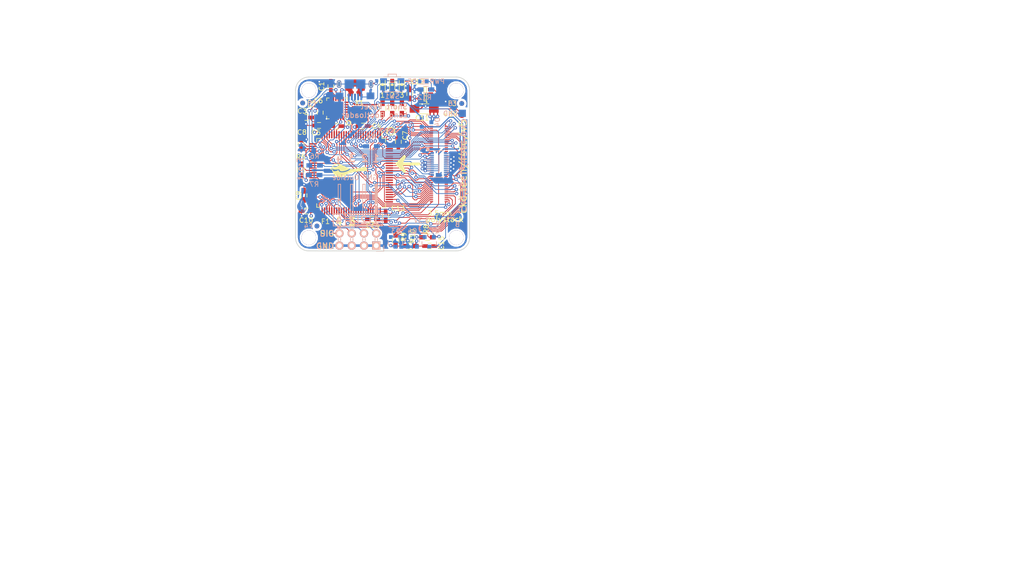
<source format=kicad_pcb>
(kicad_pcb (version 4) (host pcbnew 4.0.1-stable)
  (layers (0 F.Cu signal) (1 In1.Cu power) (2 In2.Cu power) (31 B.Cu signal) (34 B.Paste user) (35 F.Paste user) (36 B.SilkS user) (37 F.SilkS user) (38 B.Mask user) (39 F.Mask user) (44 Edge.Cuts user))
  (net 0 "")
  (net 1 GNDPWR)
  (net 2 "Net-(C1-Pad1)")
  (net 3 VDD)
  (net 4 "Net-(C3-Pad2)")
  (net 5 "Net-(C9-Pad1)")
  (net 6 "Net-(C11-Pad1)")
  (net 7 "Net-(C14-Pad2)")
  (net 8 "Net-(C15-Pad1)")
  (net 9 "Net-(D1-Pad1)")
  (net 10 "Net-(D2-Pad1)")
  (net 11 "Net-(D3-Pad1)")
  (net 12 +5V)
  (net 13 +5VA)
  (net 14 "Net-(D5-Pad1)")
  (net 15 "Net-(P3-Pad4)")
  (net 16 /TIM1_CH1)
  (net 17 /TIM1_CH2)
  (net 18 /TIM1_CH3)
  (net 19 /TIM1_CH4)
  (net 20 +BATT)
  (net 21 /Reset/RESET)
  (net 22 /Reset/BOOT0)
  (net 23 /TIMG1_CH1)
  (net 24 /TIMG1_CH2)
  (net 25 /TIMG1_CH3)
  (net 26 /TIMG1_CH4)
  (net 27 /TIMG2_CH1)
  (net 28 /TIMG2_CH2)
  (net 29 /TIMG2_CH3)
  (net 30 /TIMG2_CH4)
  (net 31 "Net-(PORT_OUT1-Pad56)")
  (net 32 "Net-(PORT_OUT1-Pad55)")
  (net 33 "Net-(PORT_OUT1-Pad54)")
  (net 34 "Net-(PORT_OUT1-Pad53)")
  (net 35 "Net-(PORT_OUT1-Pad52)")
  (net 36 "Net-(PORT_OUT1-Pad51)")
  (net 37 "Net-(PORT_OUT1-Pad67)")
  (net 38 "Net-(PORT_OUT1-Pad68)")
  (net 39 "Net-(PORT_OUT1-Pad69)")
  (net 40 "Net-(PORT_OUT1-Pad70)")
  (net 41 /SPI1_MOSI)
  (net 42 /SPI1_MISO)
  (net 43 /SPI1_SCK)
  (net 44 /SPI1_NSS)
  (net 45 /SPI2_MOSI)
  (net 46 /SPI2_MISO)
  (net 47 /SPI2_SCK)
  (net 48 /SPI2_NSS)
  (net 49 "Net-(PORT_OUT1-Pad72)")
  (net 50 "Net-(PORT_OUT1-Pad71)")
  (net 51 /UART4_TX)
  (net 52 /UART4_RX)
  (net 53 /UART2_TX)
  (net 54 /UART2_RX)
  (net 55 /UART6_TX)
  (net 56 /UART6_RX)
  (net 57 /UART1_TX)
  (net 58 /UART1_RX)
  (net 59 /UART3_TX)
  (net 60 /UART3_RX)
  (net 61 /UART5_RX)
  (net 62 /UART5_TX)
  (net 63 /TIM12_CH1_UART8_RX)
  (net 64 /TIM12_CH2_UART8_TX)
  (net 65 /i2c_SDA)
  (net 66 /i2c_SCL)
  (net 67 "Net-(PORT_OUT1-Pad17)")
  (net 68 /GPIO6)
  (net 69 /GPIO5)
  (net 70 /GPIO4)
  (net 71 /GPIO3)
  (net 72 /GPIO2_13_SWDIO)
  (net 73 /GPIO1_14_SWCLK)
  (net 74 /TIM11_CH1)
  (net 75 "Net-(Q3-Pad3)")
  (net 76 /LED0)
  (net 77 /LED1)
  (net 78 /LED2)
  (net 79 "Net-(U1-Pad2)")
  (net 80 "Net-(U1-Pad3)")
  (net 81 "Net-(U1-Pad4)")
  (net 82 "Net-(U1-Pad5)")
  (net 83 "Net-(U1-Pad6)")
  (net 84 "Net-(U1-Pad7)")
  (net 85 /MPU_NSS)
  (net 86 /MPU_MISO)
  (net 87 /MPU_INT)
  (net 88 "Net-(U1-Pad14)")
  (net 89 "Net-(U1-Pad15)")
  (net 90 "Net-(U1-Pad16)")
  (net 91 "Net-(U1-Pad17)")
  (net 92 "Net-(U1-Pad19)")
  (net 93 "Net-(U1-Pad21)")
  (net 94 "Net-(U1-Pad22)")
  (net 95 /MPU_SCK)
  (net 96 /MPU_MOSI)
  (net 97 "Net-(U2-Pad12)")
  (net 98 "Net-(U2-Pad13)")
  (net 99 "Net-(U2-Pad39)")
  (net 100 "Net-(U2-Pad41)")
  (net 101 "Net-(U2-Pad43)")
  (net 102 "Net-(U2-Pad46)")
  (net 103 "Net-(U2-Pad47)")
  (net 104 "Net-(U2-Pad57)")
  (net 105 "Net-(U2-Pad58)")
  (net 106 "Net-(U2-Pad67)")
  (net 107 "Net-(U2-Pad81)")
  (net 108 "Net-(U2-Pad82)")
  (net 109 "Net-(U2-Pad84)")
  (net 110 "Net-(U2-Pad85)")
  (net 111 "Net-(U2-Pad88)")
  (net 112 "Net-(U2-Pad97)")
  (net 113 "Net-(U2-Pad98)")
  (net 114 /ADC1)
  (net 115 /ADC2)
  (net 116 "Net-(Q1-Pad1)")
  (net 117 /Power/CURRENT)
  (net 118 /USB_D-)
  (net 119 /USB_D+)
  (net 120 "Net-(R5-Pad1)")
  (net 121 /TIM2_CH4)
  (net 122 /TIM8_CH3)
  (net 123 /TIM3_CH4)
  (net 124 "Net-(U2-Pad35)")
  (net 125 "Net-(U2-Pad36)")
  (net 126 "Net-(PORT_OUT1-Pad26)")
  (net 127 "Net-(PORT_OUT1-Pad25)")
  (net 128 "Net-(U2-Pad4)")
  (net 129 "Net-(U2-Pad5)")
  (module DF40-20pin-Header (layer B.Cu) (at 159.655 107.99)
    (fp_text reference P5 hide)
    (fp_text value CONN_02X10)
    (pad 20 smd rect (at 1.355 -1.8) (size 0.66 0.23) (layers B.Cu B.Paste B.Mask) (net 1 GNDPWR))
    (pad 19 smd rect (at -1.355 -1.8) (size 0.66 0.23) (layers B.Cu B.Paste B.Mask) (net 20 +BATT))
    (pad 2 smd rect (at 1.355 1.8) (size 0.66 0.23) (layers B.Cu B.Paste B.Mask) (net 1 GNDPWR))
    (pad 1 smd rect (at -1.355 1.8) (size 0.66 0.23) (layers B.Cu B.Paste B.Mask) (net 117 /Power/CURRENT))
    (pad 20 smd rect (at 1.355 -2.2) (size 0.66 0.35) (drill (offset 0 -0.075)) (layers B.Cu B.Paste B.Mask) (net 1 GNDPWR))
    (pad 19 smd rect (at -1.355 -2.2) (size 0.66 0.35) (drill (offset 0 -0.075)) (layers B.Cu B.Paste B.Mask) (net 20 +BATT))
    (pad 2 smd rect (at 1.355 2.2) (size 0.66 0.35) (drill (offset 0 0.075)) (layers B.Cu B.Paste B.Mask) (net 1 GNDPWR))
    (pad 1 smd rect (at -1.355 2.2) (size 0.66 0.35) (drill (offset 0 0.075)) (layers B.Cu B.Paste B.Mask) (net 117 /Power/CURRENT))
    (pad 3 smd rect (at -1.355 1.4) (size 0.66 0.23) (layers B.Cu B.Paste B.Mask) (net 12 +5V))
    (pad 4 smd rect (at 1.355 1.4) (size 0.66 0.23) (layers B.Cu B.Paste B.Mask) (net 1 GNDPWR))
    (pad 5 smd rect (at -1.355 1) (size 0.66 0.23) (layers B.Cu B.Paste B.Mask) (net 12 +5V))
    (pad 6 smd rect (at 1.355 1) (size 0.66 0.23) (layers B.Cu B.Paste B.Mask) (net 1 GNDPWR))
    (pad 7 smd rect (at -1.355 0.6) (size 0.66 0.23) (layers B.Cu B.Paste B.Mask) (net 12 +5V))
    (pad 8 smd rect (at 1.355 0.6) (size 0.66 0.23) (layers B.Cu B.Paste B.Mask) (net 1 GNDPWR))
    (pad 9 smd rect (at -1.355 0.2) (size 0.66 0.23) (layers B.Cu B.Paste B.Mask) (net 12 +5V))
    (pad 10 smd rect (at 1.355 0.2) (size 0.66 0.23) (layers B.Cu B.Paste B.Mask) (net 1 GNDPWR))
    (pad 11 smd rect (at -1.355 -0.2) (size 0.66 0.23) (layers B.Cu B.Paste B.Mask) (net 12 +5V))
    (pad 12 smd rect (at 1.355 -0.2) (size 0.66 0.23) (layers B.Cu B.Paste B.Mask) (net 1 GNDPWR))
    (pad 13 smd rect (at -1.355 -0.6) (size 0.66 0.23) (layers B.Cu B.Paste B.Mask) (net 12 +5V))
    (pad 14 smd rect (at 1.355 -0.6) (size 0.66 0.23) (layers B.Cu B.Paste B.Mask) (net 1 GNDPWR))
    (pad 15 smd rect (at -1.355 -1) (size 0.66 0.23) (layers B.Cu B.Paste B.Mask) (net 12 +5V))
    (pad 16 smd rect (at 1.355 -1) (size 0.66 0.23) (layers B.Cu B.Paste B.Mask) (net 1 GNDPWR))
    (pad 17 smd rect (at -1.355 -1.4) (size 0.66 0.23) (layers B.Cu B.Paste B.Mask) (net 12 +5V))
    (pad 18 smd rect (at 1.355 -1.4) (size 0.66 0.23) (layers B.Cu B.Paste B.Mask) (net 1 GNDPWR))
  )
  (module DF40-3-4mm-80pin-Receptacle (layer F.Cu) (at 159.65 108)
    (fp_text reference PORT_OUT1 hide)
    (fp_text value CKD_SANDWICH hide)
    (pad 41 smd rect (at 1.54 -7.8) (size 0.7 0.2) (layers F.Cu F.Paste F.Mask) (net 23 /TIMG1_CH1))
    (pad 42 smd rect (at 1.54 -7.4) (size 0.7 0.2) (layers F.Cu F.Paste F.Mask) (net 24 /TIMG1_CH2))
    (pad 43 smd rect (at 1.54 -7) (size 0.7 0.2) (layers F.Cu F.Paste F.Mask) (net 25 /TIMG1_CH3))
    (pad 44 smd rect (at 1.54 -6.6) (size 0.7 0.2) (layers F.Cu F.Paste F.Mask) (net 26 /TIMG1_CH4))
    (pad 45 smd rect (at 1.54 -6.2) (size 0.7 0.2) (layers F.Cu F.Paste F.Mask) (net 27 /TIMG2_CH1))
    (pad 46 smd rect (at 1.54 -5.8) (size 0.7 0.2) (layers F.Cu F.Paste F.Mask) (net 28 /TIMG2_CH2))
    (pad 47 smd rect (at 1.54 -5.4) (size 0.7 0.2) (layers F.Cu F.Paste F.Mask) (net 29 /TIMG2_CH3))
    (pad 48 smd rect (at 1.54 -5) (size 0.7 0.2) (layers F.Cu F.Paste F.Mask) (net 30 /TIMG2_CH4))
    (pad 49 smd rect (at 1.54 -4.6) (size 0.7 0.2) (layers F.Cu F.Paste F.Mask) (net 114 /ADC1))
    (pad 50 smd rect (at 1.54 -4.2) (size 0.7 0.2) (layers F.Cu F.Paste F.Mask) (net 115 /ADC2))
    (pad 60 smd rect (at 1.54 -0.2) (size 0.7 0.2) (layers F.Cu F.Paste F.Mask) (net 1 GNDPWR))
    (pad 59 smd rect (at 1.54 -0.6) (size 0.7 0.2) (layers F.Cu F.Paste F.Mask) (net 1 GNDPWR))
    (pad 58 smd rect (at 1.54 -1) (size 0.7 0.2) (layers F.Cu F.Paste F.Mask) (net 1 GNDPWR))
    (pad 57 smd rect (at 1.54 -1.4) (size 0.7 0.2) (layers F.Cu F.Paste F.Mask) (net 1 GNDPWR))
    (pad 56 smd rect (at 1.54 -1.8) (size 0.7 0.2) (layers F.Cu F.Paste F.Mask) (net 31 "Net-(PORT_OUT1-Pad56)"))
    (pad 55 smd rect (at 1.54 -2.2) (size 0.7 0.2) (layers F.Cu F.Paste F.Mask) (net 32 "Net-(PORT_OUT1-Pad55)"))
    (pad 54 smd rect (at 1.54 -2.6) (size 0.7 0.2) (layers F.Cu F.Paste F.Mask) (net 33 "Net-(PORT_OUT1-Pad54)"))
    (pad 53 smd rect (at 1.54 -3) (size 0.7 0.2) (layers F.Cu F.Paste F.Mask) (net 34 "Net-(PORT_OUT1-Pad53)"))
    (pad 52 smd rect (at 1.54 -3.4) (size 0.7 0.2) (layers F.Cu F.Paste F.Mask) (net 35 "Net-(PORT_OUT1-Pad52)"))
    (pad 51 smd rect (at 1.54 -3.8) (size 0.7 0.2) (layers F.Cu F.Paste F.Mask) (net 36 "Net-(PORT_OUT1-Pad51)"))
    (pad 61 smd rect (at 1.54 0.2) (size 0.7 0.2) (layers F.Cu F.Paste F.Mask) (net 1 GNDPWR))
    (pad 62 smd rect (at 1.54 0.6) (size 0.7 0.2) (layers F.Cu F.Paste F.Mask) (net 1 GNDPWR))
    (pad 63 smd rect (at 1.54 1) (size 0.7 0.2) (layers F.Cu F.Paste F.Mask) (net 1 GNDPWR))
    (pad 64 smd rect (at 1.54 1.4) (size 0.7 0.2) (layers F.Cu F.Paste F.Mask) (net 1 GNDPWR))
    (pad 65 smd rect (at 1.54 1.8) (size 0.7 0.2) (layers F.Cu F.Paste F.Mask) (net 22 /Reset/BOOT0))
    (pad 66 smd rect (at 1.54 2.2) (size 0.7 0.2) (layers F.Cu F.Paste F.Mask) (net 21 /Reset/RESET))
    (pad 67 smd rect (at 1.54 2.6) (size 0.7 0.2) (layers F.Cu F.Paste F.Mask) (net 37 "Net-(PORT_OUT1-Pad67)"))
    (pad 68 smd rect (at 1.54 3) (size 0.7 0.2) (layers F.Cu F.Paste F.Mask) (net 38 "Net-(PORT_OUT1-Pad68)"))
    (pad 69 smd rect (at 1.54 3.4) (size 0.7 0.2) (layers F.Cu F.Paste F.Mask) (net 39 "Net-(PORT_OUT1-Pad69)"))
    (pad 70 smd rect (at 1.54 3.8) (size 0.7 0.2) (layers F.Cu F.Paste F.Mask) (net 40 "Net-(PORT_OUT1-Pad70)"))
    (pad 80 smd rect (at 1.54 7.8) (size 0.7 0.2) (layers F.Cu F.Paste F.Mask) (net 41 /SPI1_MOSI))
    (pad 79 smd rect (at 1.54 7.4) (size 0.7 0.2) (layers F.Cu F.Paste F.Mask) (net 42 /SPI1_MISO))
    (pad 78 smd rect (at 1.54 7) (size 0.7 0.2) (layers F.Cu F.Paste F.Mask) (net 43 /SPI1_SCK))
    (pad 77 smd rect (at 1.54 6.6) (size 0.7 0.2) (layers F.Cu F.Paste F.Mask) (net 44 /SPI1_NSS))
    (pad 76 smd rect (at 1.54 6.2) (size 0.7 0.2) (layers F.Cu F.Paste F.Mask) (net 45 /SPI2_MOSI))
    (pad 75 smd rect (at 1.54 5.8) (size 0.7 0.2) (layers F.Cu F.Paste F.Mask) (net 46 /SPI2_MISO))
    (pad 74 smd rect (at 1.54 5.4) (size 0.7 0.2) (layers F.Cu F.Paste F.Mask) (net 47 /SPI2_SCK))
    (pad 73 smd rect (at 1.54 5) (size 0.7 0.2) (layers F.Cu F.Paste F.Mask) (net 48 /SPI2_NSS))
    (pad 72 smd rect (at 1.54 4.6) (size 0.7 0.2) (layers F.Cu F.Paste F.Mask) (net 49 "Net-(PORT_OUT1-Pad72)"))
    (pad 71 smd rect (at 1.54 4.2) (size 0.7 0.2) (layers F.Cu F.Paste F.Mask) (net 50 "Net-(PORT_OUT1-Pad71)"))
    (pad 31 smd rect (at -1.54 4.2) (size 0.7 0.2) (layers F.Cu F.Paste F.Mask) (net 51 /UART4_TX))
    (pad 32 smd rect (at -1.54 4.6) (size 0.7 0.2) (layers F.Cu F.Paste F.Mask) (net 52 /UART4_RX))
    (pad 33 smd rect (at -1.54 5) (size 0.7 0.2) (layers F.Cu F.Paste F.Mask) (net 53 /UART2_TX))
    (pad 34 smd rect (at -1.54 5.4) (size 0.7 0.2) (layers F.Cu F.Paste F.Mask) (net 54 /UART2_RX))
    (pad 35 smd rect (at -1.54 5.8) (size 0.7 0.2) (layers F.Cu F.Paste F.Mask) (net 55 /UART6_TX))
    (pad 36 smd rect (at -1.54 6.2) (size 0.7 0.2) (layers F.Cu F.Paste F.Mask) (net 56 /UART6_RX))
    (pad 37 smd rect (at -1.54 6.6) (size 0.7 0.2) (layers F.Cu F.Paste F.Mask) (net 57 /UART1_TX))
    (pad 38 smd rect (at -1.54 7) (size 0.7 0.2) (layers F.Cu F.Paste F.Mask) (net 58 /UART1_RX))
    (pad 39 smd rect (at -1.54 7.4) (size 0.7 0.2) (layers F.Cu F.Paste F.Mask) (net 59 /UART3_TX))
    (pad 40 smd rect (at -1.54 7.8) (size 0.7 0.2) (layers F.Cu F.Paste F.Mask) (net 60 /UART3_RX))
    (pad 30 smd rect (at -1.54 3.8) (size 0.7 0.2) (layers F.Cu F.Paste F.Mask) (net 61 /UART5_RX))
    (pad 29 smd rect (at -1.54 3.4) (size 0.7 0.2) (layers F.Cu F.Paste F.Mask) (net 62 /UART5_TX))
    (pad 28 smd rect (at -1.54 3) (size 0.7 0.2) (layers F.Cu F.Paste F.Mask) (net 63 /TIM12_CH1_UART8_RX))
    (pad 27 smd rect (at -1.54 2.6) (size 0.7 0.2) (layers F.Cu F.Paste F.Mask) (net 64 /TIM12_CH2_UART8_TX))
    (pad 26 smd rect (at -1.54 2.2) (size 0.7 0.2) (layers F.Cu F.Paste F.Mask) (net 126 "Net-(PORT_OUT1-Pad26)"))
    (pad 25 smd rect (at -1.54 1.8) (size 0.7 0.2) (layers F.Cu F.Paste F.Mask) (net 127 "Net-(PORT_OUT1-Pad25)"))
    (pad 24 smd rect (at -1.54 1.4) (size 0.7 0.2) (layers F.Cu F.Paste F.Mask) (net 12 +5V))
    (pad 23 smd rect (at -1.54 1) (size 0.7 0.2) (layers F.Cu F.Paste F.Mask) (net 12 +5V))
    (pad 22 smd rect (at -1.54 0.6) (size 0.7 0.2) (layers F.Cu F.Paste F.Mask) (net 12 +5V))
    (pad 21 smd rect (at -1.54 0.2) (size 0.7 0.2) (layers F.Cu F.Paste F.Mask) (net 12 +5V))
    (pad 11 smd rect (at -1.54 -3.8) (size 0.7 0.2) (layers F.Cu F.Paste F.Mask) (net 65 /i2c_SDA))
    (pad 12 smd rect (at -1.54 -3.4) (size 0.7 0.2) (layers F.Cu F.Paste F.Mask) (net 66 /i2c_SCL))
    (pad 13 smd rect (at -1.54 -3) (size 0.7 0.2) (layers F.Cu F.Paste F.Mask) (net 1 GNDPWR))
    (pad 14 smd rect (at -1.54 -2.6) (size 0.7 0.2) (layers F.Cu F.Paste F.Mask) (net 1 GNDPWR))
    (pad 15 smd rect (at -1.54 -2.2) (size 0.7 0.2) (layers F.Cu F.Paste F.Mask) (net 3 VDD))
    (pad 16 smd rect (at -1.54 -1.8) (size 0.7 0.2) (layers F.Cu F.Paste F.Mask) (net 3 VDD))
    (pad 17 smd rect (at -1.54 -1.4) (size 0.7 0.2) (layers F.Cu F.Paste F.Mask) (net 67 "Net-(PORT_OUT1-Pad17)"))
    (pad 18 smd rect (at -1.54 -1) (size 0.7 0.2) (layers F.Cu F.Paste F.Mask) (net 20 +BATT))
    (pad 19 smd rect (at -1.54 -0.6) (size 0.7 0.2) (layers F.Cu F.Paste F.Mask) (net 12 +5V))
    (pad 20 smd rect (at -1.54 -0.2) (size 0.7 0.2) (layers F.Cu F.Paste F.Mask) (net 12 +5V))
    (pad 10 smd rect (at -1.54 -4.2) (size 0.7 0.2) (layers F.Cu F.Paste F.Mask) (net 68 /GPIO6))
    (pad 9 smd rect (at -1.54 -4.6) (size 0.7 0.2) (layers F.Cu F.Paste F.Mask) (net 69 /GPIO5))
    (pad 8 smd rect (at -1.54 -5) (size 0.7 0.2) (layers F.Cu F.Paste F.Mask) (net 70 /GPIO4))
    (pad 7 smd rect (at -1.54 -5.4) (size 0.7 0.2) (layers F.Cu F.Paste F.Mask) (net 71 /GPIO3))
    (pad 6 smd rect (at -1.54 -5.8) (size 0.7 0.2) (layers F.Cu F.Paste F.Mask) (net 73 /GPIO1_14_SWCLK))
    (pad 5 smd rect (at -1.54 -6.2) (size 0.7 0.2) (layers F.Cu F.Paste F.Mask) (net 72 /GPIO2_13_SWDIO))
    (pad 4 smd rect (at -1.54 -6.6) (size 0.7 0.2) (layers F.Cu F.Paste F.Mask) (net 74 /TIM11_CH1))
    (pad 3 smd rect (at -1.54 -7) (size 0.7 0.2) (layers F.Cu F.Paste F.Mask) (net 121 /TIM2_CH4))
    (pad 2 smd rect (at -1.54 -7.4) (size 0.7 0.2) (layers F.Cu F.Paste F.Mask) (net 123 /TIM3_CH4))
    (pad 1 smd rect (at -1.54 -7.8) (size 0.7 0.2) (layers F.Cu F.Paste F.Mask) (net 122 /TIM8_CH3))
  )
  (module macrofab:Fiducial (layer B.Cu) (at 134.425 120.85)
    (fp_text reference F4 (at -1.8 0) (layer B.SilkS) (effects (justify mirror)))
    (fp_text value 1mm)
    (pad "" smd circle (at 0 0) (size 1 1) (layers B.Cu B.Paste B.Mask) (clearance 0.5))
  )
  (module macrofab:Fiducial (layer F.Cu) (at 134.425 120.85)
    (fp_text reference F1 (at 1.775 -0.95) (layer F.SilkS))
    (fp_text value 1mm)
    (pad "" smd circle (at 0 0) (size 1 1) (layers F.Cu F.Paste F.Mask) (clearance 0.5))
  )
  (module macrofab:Fiducial (layer F.Cu) (at 131.475 95.375)
    (fp_text reference F2 (at 1.7 0.1 90) (layer F.SilkS))
    (fp_text value 1mm)
    (pad "" smd circle (at 0 0) (size 1 1) (layers F.Cu F.Paste F.Mask) (clearance 0.5))
  )
  (module macrofab:Fiducial (layer B.Cu) (at 131.475 95.375)
    (fp_text reference F5 (at 1.9 0.05 180) (layer B.SilkS) (effects (justify mirror)))
    (fp_text value 1mm)
    (pad "" smd circle (at 0 0) (size 1 1) (layers B.Cu B.Paste B.Mask) (clearance 0.5))
  )
  (module macrofab:Fiducial (layer B.Cu) (at 164.375 95.475)
    (fp_text reference F6 (at -1.9 0) (layer B.SilkS) (effects (justify mirror)))
    (fp_text value 1mm)
    (pad "" smd circle (at 0 0) (size 1 1) (layers B.Cu B.Paste B.Mask) (clearance 0.5))
  )
  (module Housings_DFN_QFN:QFN-24-1EP_4x4mm_Pitch0.5mm (layer F.Cu) (at 138.59 96.49 180)
    (fp_text reference U1 hide)
    (fp_text value MPU-6000)
    (pad 1 smd rect (at -1.95 -1.25 180) (size 0.85 0.3) (layers F.Cu F.Paste F.Mask) (net 1 GNDPWR) (clearance 0.1016))
    (pad 2 smd rect (at -1.95 -0.75 180) (size 0.85 0.3) (layers F.Cu F.Paste F.Mask) (net 79 "Net-(U1-Pad2)"))
    (pad 3 smd rect (at -1.95 -0.25 180) (size 0.85 0.3) (layers F.Cu F.Paste F.Mask) (net 80 "Net-(U1-Pad3)"))
    (pad 4 smd rect (at -1.95 0.25 180) (size 0.85 0.3) (layers F.Cu F.Paste F.Mask) (net 81 "Net-(U1-Pad4)"))
    (pad 5 smd rect (at -1.95 0.75 180) (size 0.85 0.3) (layers F.Cu F.Paste F.Mask) (net 82 "Net-(U1-Pad5)"))
    (pad 6 smd rect (at -1.95 1.25 180) (size 0.85 0.3) (layers F.Cu F.Paste F.Mask) (net 83 "Net-(U1-Pad6)") (clearance 0.1016))
    (pad 7 smd rect (at -1.25 1.95 270) (size 0.85 0.3) (layers F.Cu F.Paste F.Mask) (net 84 "Net-(U1-Pad7)") (clearance 0.1016))
    (pad 8 smd rect (at -0.75 1.95 270) (size 0.85 0.3) (layers F.Cu F.Paste F.Mask) (net 85 /MPU_NSS))
    (pad 9 smd rect (at -0.25 1.95 270) (size 0.85 0.3) (layers F.Cu F.Paste F.Mask) (net 86 /MPU_MISO))
    (pad 10 smd rect (at 0.25 1.95 270) (size 0.85 0.3) (layers F.Cu F.Paste F.Mask) (net 2 "Net-(C1-Pad1)"))
    (pad 11 smd rect (at 0.75 1.95 270) (size 0.85 0.3) (layers F.Cu F.Paste F.Mask) (net 1 GNDPWR))
    (pad 12 smd rect (at 1.25 1.95 270) (size 0.85 0.3) (layers F.Cu F.Paste F.Mask) (net 87 /MPU_INT) (clearance 0.1016))
    (pad 13 smd rect (at 1.95 1.25 180) (size 0.85 0.3) (layers F.Cu F.Paste F.Mask) (net 3 VDD) (clearance 0.1016))
    (pad 14 smd rect (at 1.95 0.75 180) (size 0.85 0.3) (layers F.Cu F.Paste F.Mask) (net 88 "Net-(U1-Pad14)"))
    (pad 15 smd rect (at 1.95 0.25 180) (size 0.85 0.3) (layers F.Cu F.Paste F.Mask) (net 89 "Net-(U1-Pad15)"))
    (pad 16 smd rect (at 1.95 -0.25 180) (size 0.85 0.3) (layers F.Cu F.Paste F.Mask) (net 90 "Net-(U1-Pad16)"))
    (pad 17 smd rect (at 1.95 -0.75 180) (size 0.85 0.3) (layers F.Cu F.Paste F.Mask) (net 91 "Net-(U1-Pad17)"))
    (pad 18 smd rect (at 1.95 -1.25 180) (size 0.85 0.3) (layers F.Cu F.Paste F.Mask) (net 1 GNDPWR) (clearance 0.1016))
    (pad 19 smd rect (at 1.25 -1.95 270) (size 0.85 0.3) (layers F.Cu F.Paste F.Mask) (net 92 "Net-(U1-Pad19)") (clearance 0.1016))
    (pad 20 smd rect (at 0.75 -1.95 270) (size 0.85 0.3) (layers F.Cu F.Paste F.Mask) (net 4 "Net-(C3-Pad2)"))
    (pad 21 smd rect (at 0.25 -1.95 270) (size 0.85 0.3) (layers F.Cu F.Paste F.Mask) (net 93 "Net-(U1-Pad21)"))
    (pad 22 smd rect (at -0.25 -1.95 270) (size 0.85 0.3) (layers F.Cu F.Paste F.Mask) (net 94 "Net-(U1-Pad22)"))
    (pad 23 smd rect (at -0.75 -1.95 270) (size 0.85 0.3) (layers F.Cu F.Paste F.Mask) (net 95 /MPU_SCK))
    (pad 24 smd rect (at -1.25 -1.95 270) (size 0.85 0.3) (layers F.Cu F.Paste F.Mask) (net 96 /MPU_MOSI) (clearance 0.1016))
    (pad 25 smd rect (at 0.65 0.65 180) (size 1.3 1.3) (layers F.Cu F.Paste F.Mask))
    (pad 25 smd rect (at 0.65 -0.65 180) (size 1.3 1.3) (layers F.Cu F.Paste F.Mask))
    (pad 25 smd rect (at -0.65 0.65 180) (size 1.3 1.3) (layers F.Cu F.Paste F.Mask))
    (pad 25 smd rect (at -0.65 -0.65 180) (size 1.3 1.3) (layers F.Cu F.Paste F.Mask))
  )
  (module Capacitors_SMD:C_0603_HandSoldering (layer F.Cu) (at 138.55 100.17)
    (fp_text reference C2 hide)
    (fp_text value 4.7uF)
    (pad 1 smd rect (at -0.95 0) (size 1.2 0.75) (layers F.Cu F.Paste F.Mask) (net 1 GNDPWR))
    (pad 2 smd rect (at 0.95 0) (size 1.2 0.75) (layers F.Cu F.Paste F.Mask) (net 3 VDD))
  )
  (module Capacitors_SMD:C_0603_HandSoldering (layer F.Cu) (at 135.11 97.37 270)
    (fp_text reference C6 (at -2.47 0.41 360) (layer F.SilkS))
    (fp_text value 0.1uF)
    (pad 1 smd rect (at -0.95 0 270) (size 1.2 0.75) (layers F.Cu F.Paste F.Mask) (net 3 VDD))
    (pad 2 smd rect (at 0.95 0 270) (size 1.2 0.75) (layers F.Cu F.Paste F.Mask) (net 1 GNDPWR))
  )
  (module Mounting_Holes:MountingHole_3mm (layer F.Cu) (at 163.25 123.25)
    (fp_text reference REF** hide)
    (fp_text value MountingHole_3mm hide)
    (pad 1 thru_hole circle (at 0 0) (size 3 3) (drill 3) (layers))
  )
  (module Mounting_Holes:MountingHole_3mm (layer F.Cu) (at 132.75 123.25)
    (fp_text reference REF** hide)
    (fp_text value MountingHole_3mm hide)
    (pad 1 thru_hole circle (at 0 0) (size 3 3) (drill 3) (layers))
  )
  (module Mounting_Holes:MountingHole_3mm (layer F.Cu) (at 132.75 92.75)
    (fp_text reference REF** hide)
    (fp_text value MountingHole_3mm hide)
    (pad 1 thru_hole circle (at 0 0) (size 3 3) (drill 3) (layers))
  )
  (module Mounting_Holes:MountingHole_3mm (layer F.Cu) (at 163.25 92.75)
    (fp_text reference REF** hide)
    (fp_text value MountingHole_3mm hide)
    (pad 1 thru_hole circle (at 0 0) (size 3 3) (drill 3) (layers))
  )
  (module Capacitors_SMD:C_0603_HandSoldering (layer F.Cu) (at 137.3 91.93 90)
    (fp_text reference C1 (at 0 -1.9 90) (layer F.SilkS))
    (fp_text value 0.1uF)
    (pad 1 smd rect (at -0.95 0 90) (size 1.2 0.75) (layers F.Cu F.Paste F.Mask) (net 2 "Net-(C1-Pad1)"))
    (pad 2 smd rect (at 0.95 0 90) (size 1.2 0.75) (layers F.Cu F.Paste F.Mask) (net 1 GNDPWR))
  )
  (module Capacitors_SMD:C_0603_HandSoldering (layer F.Cu) (at 132.27 98.37)
    (fp_text reference C3 (at -0.895 -1.32) (layer F.SilkS))
    (fp_text value 2.2nF)
    (pad 1 smd rect (at -0.95 0) (size 1.2 0.75) (layers F.Cu F.Paste F.Mask) (net 1 GNDPWR))
    (pad 2 smd rect (at 0.95 0) (size 1.2 0.75) (layers F.Cu F.Paste F.Mask) (net 4 "Net-(C3-Pad2)"))
  )
  (module Capacitors_SMD:C_0603_HandSoldering (layer F.Cu) (at 143.98 100.15 180)
    (fp_text reference C4 (at -2.8 -0.02 180) (layer F.SilkS))
    (fp_text value 0.1uF)
    (pad 1 smd rect (at -0.95 0 180) (size 1.2 0.75) (layers F.Cu F.Paste F.Mask) (net 1 GNDPWR))
    (pad 2 smd rect (at 0.95 0 180) (size 1.2 0.75) (layers F.Cu F.Paste F.Mask) (net 3 VDD))
  )
  (module Capacitors_SMD:C_0603_HandSoldering (layer F.Cu) (at 134.86 100.02)
    (fp_text reference C5 (at -0.61 1.48) (layer F.SilkS))
    (fp_text value 1uF)
    (pad 1 smd rect (at -0.95 0) (size 1.2 0.75) (layers F.Cu F.Paste F.Mask) (net 1 GNDPWR))
    (pad 2 smd rect (at 0.95 0) (size 1.2 0.75) (layers F.Cu F.Paste F.Mask) (net 3 VDD))
  )
  (module Capacitors_SMD:C_0603_HandSoldering (layer F.Cu) (at 151.27 103.41 90)
    (fp_text reference C7 (at 1.31 1.43 90) (layer F.SilkS))
    (fp_text value 0.1uF)
    (pad 1 smd rect (at -0.95 0 90) (size 1.2 0.75) (layers F.Cu F.Paste F.Mask) (net 1 GNDPWR))
    (pad 2 smd rect (at 0.95 0 90) (size 1.2 0.75) (layers F.Cu F.Paste F.Mask) (net 3 VDD))
  )
  (module Capacitors_SMD:C_0603_HandSoldering (layer F.Cu) (at 131.14 103.86 270)
    (fp_text reference C8 (at -2.42 -0.19 360) (layer F.SilkS))
    (fp_text value 0.1uF)
    (pad 1 smd rect (at -0.95 0 270) (size 1.2 0.75) (layers F.Cu F.Paste F.Mask) (net 1 GNDPWR))
    (pad 2 smd rect (at 0.95 0 270) (size 1.2 0.75) (layers F.Cu F.Paste F.Mask) (net 3 VDD))
  )
  (module Capacitors_SMD:C_0603_HandSoldering (layer F.Cu) (at 131.75 114.5 90)
    (fp_text reference C9 (at -0.03 -1.1 90) (layer F.SilkS))
    (fp_text value 2.2uF)
    (pad 1 smd rect (at -0.95 0 90) (size 1.2 0.75) (layers F.Cu F.Paste F.Mask) (net 5 "Net-(C9-Pad1)"))
    (pad 2 smd rect (at 0.95 0 90) (size 1.2 0.75) (layers F.Cu F.Paste F.Mask) (net 1 GNDPWR))
  )
  (module Capacitors_SMD:C_0603_HandSoldering (layer F.Cu) (at 132.19 117.75 180)
    (fp_text reference C10 (at 0 -1.9 180) (layer F.SilkS))
    (fp_text value 0.1uF)
    (pad 1 smd rect (at -0.95 0 180) (size 1.2 0.75) (layers F.Cu F.Paste F.Mask) (net 3 VDD))
    (pad 2 smd rect (at 0.95 0 180) (size 1.2 0.75) (layers F.Cu F.Paste F.Mask) (net 1 GNDPWR))
  )
  (module Capacitors_SMD:C_1206_HandSoldering (layer F.Cu) (at 156.61 96.58 180)
    (fp_text reference C11 (at 0.41 -1.92 180) (layer F.SilkS))
    (fp_text value 10uF+)
    (pad 1 smd rect (at -2 0 180) (size 2 1.6) (layers F.Cu F.Paste F.Mask) (net 6 "Net-(C11-Pad1)"))
    (pad 2 smd rect (at 2 0 180) (size 2 1.6) (layers F.Cu F.Paste F.Mask) (net 1 GNDPWR))
  )
  (module Capacitors_SMD:C_0603_HandSoldering (layer F.Cu) (at 153.62 93.49 90)
    (fp_text reference C12 (at 2.49 1.63 180) (layer F.SilkS))
    (fp_text value 1uF+)
    (pad 1 smd rect (at -0.95 0 90) (size 1.2 0.75) (layers F.Cu F.Paste F.Mask) (net 3 VDD))
    (pad 2 smd rect (at 0.95 0 90) (size 1.2 0.75) (layers F.Cu F.Paste F.Mask) (net 1 GNDPWR))
  )
  (module Capacitors_SMD:C_0603_HandSoldering (layer F.Cu) (at 148.65 118.8 90)
    (fp_text reference C13 (at 1.6 2.55 180) (layer F.SilkS))
    (fp_text value 0.1uF)
    (pad 1 smd rect (at -0.95 0 90) (size 1.2 0.75) (layers F.Cu F.Paste F.Mask) (net 1 GNDPWR))
    (pad 2 smd rect (at 0.95 0 90) (size 1.2 0.75) (layers F.Cu F.Paste F.Mask) (net 3 VDD))
  )
  (module Capacitors_SMD:C_0603_HandSoldering (layer F.Cu) (at 145.93 119.48 180)
    (fp_text reference C14 (at -0.07 -1.32 180) (layer F.SilkS))
    (fp_text value 2.2uF)
    (pad 1 smd rect (at -0.95 0 180) (size 1.2 0.75) (layers F.Cu F.Paste F.Mask) (net 1 GNDPWR))
    (pad 2 smd rect (at 0.95 0 180) (size 1.2 0.75) (layers F.Cu F.Paste F.Mask) (net 7 "Net-(C14-Pad2)"))
  )
  (module Capacitors_SMD:C_0603_HandSoldering (layer F.Cu) (at 157.75 125)
    (fp_text reference C15 (at 2.45 -0.625 90) (layer F.SilkS))
    (fp_text value 2.2uF)
    (pad 1 smd rect (at -0.95 0) (size 1.2 0.75) (layers F.Cu F.Paste F.Mask) (net 8 "Net-(C15-Pad1)"))
    (pad 2 smd rect (at 0.95 0) (size 1.2 0.75) (layers F.Cu F.Paste F.Mask) (net 1 GNDPWR))
  )
  (module LEDs:LED_0603 (layer F.Cu) (at 152 91.5 90)
    (fp_text reference D3 hide)
    (fp_text value Red)
    (pad 2 smd rect (at 0.7493 0 270) (size 0.79756 0.79756) (layers F.Cu F.Paste F.Mask) (net 3 VDD))
    (pad 1 smd rect (at -0.7493 0 270) (size 0.79756 0.79756) (layers F.Cu F.Paste F.Mask) (net 11 "Net-(D3-Pad1)"))
  )
  (module LEDs:LED_0603 (layer F.Cu) (at 150 91.5 90)
    (fp_text reference D2 hide)
    (fp_text value Yellow)
    (pad 2 smd rect (at 0.7493 0 270) (size 0.79756 0.79756) (layers F.Cu F.Paste F.Mask) (net 3 VDD))
    (pad 1 smd rect (at -0.7493 0 270) (size 0.79756 0.79756) (layers F.Cu F.Paste F.Mask) (net 10 "Net-(D2-Pad1)"))
  )
  (module LEDs:LED_0603 (layer F.Cu) (at 148 91.5 90)
    (fp_text reference D1 hide)
    (fp_text value Green)
    (pad 2 smd rect (at 0.7493 0 270) (size 0.79756 0.79756) (layers F.Cu F.Paste F.Mask) (net 3 VDD))
    (pad 1 smd rect (at -0.7493 0 270) (size 0.79756 0.79756) (layers F.Cu F.Paste F.Mask) (net 9 "Net-(D1-Pad1)"))
  )
  (module LEDs:LED_0603 (layer B.Cu) (at 156.3893 90.89 180)
    (fp_text reference D5 (at 2.2893 -0.01 180) (layer B.SilkS) (effects (justify mirror)))
    (fp_text value Red)
    (pad 2 smd rect (at 0.7493 0) (size 0.79756 0.79756) (layers B.Cu B.Paste B.Mask) (net 3 VDD))
    (pad 1 smd rect (at -0.7493 0) (size 0.79756 0.79756) (layers B.Cu B.Paste B.Mask) (net 14 "Net-(D5-Pad1)"))
  )
  (module Measurement_Points:Measurement_Point_Round-SMD-Pad_Small (layer B.Cu) (at 156.575 121.35)
    (fp_text reference P1 hide)
    (fp_text value 3V3)
    (pad 1 smd circle (at 0 0) (size 1.524 1.524) (layers B.Cu B.Paste B.Mask) (net 3 VDD))
  )
  (module Pin_Headers:Pin_Header_Angled_2x04 (layer B.Cu) (at 146.7 124.9 90)
    (fp_text reference P4 hide)
    (fp_text value CONN_02X04)
    (pad 1 thru_hole rect (at 0 0 90) (size 1.7272 1.7272) (drill 1.016) (layers *.Cu *.Mask B.SilkS) (net 1 GNDPWR))
    (pad 2 thru_hole oval (at 2.54 0 90) (size 1.7272 1.7272) (drill 1.016) (layers *.Cu *.Mask B.SilkS) (net 16 /TIM1_CH1))
    (pad 3 thru_hole oval (at 0 -2.54 90) (size 1.7272 1.7272) (drill 1.016) (layers *.Cu *.Mask B.SilkS) (net 1 GNDPWR))
    (pad 4 thru_hole oval (at 2.54 -2.54 90) (size 1.7272 1.7272) (drill 1.016) (layers *.Cu *.Mask B.SilkS) (net 17 /TIM1_CH2))
    (pad 5 thru_hole oval (at 0 -5.08 90) (size 1.7272 1.7272) (drill 1.016) (layers *.Cu *.Mask B.SilkS) (net 1 GNDPWR))
    (pad 6 thru_hole oval (at 2.54 -5.08 90) (size 1.7272 1.7272) (drill 1.016) (layers *.Cu *.Mask B.SilkS) (net 18 /TIM1_CH3))
    (pad 7 thru_hole oval (at 0 -7.62 90) (size 1.7272 1.7272) (drill 1.016) (layers *.Cu *.Mask B.SilkS) (net 1 GNDPWR))
    (pad 8 thru_hole oval (at 2.54 -7.62 90) (size 1.7272 1.7272) (drill 1.016) (layers *.Cu *.Mask B.SilkS) (net 19 /TIM1_CH4))
  )
  (module Measurement_Points:Measurement_Point_Round-SMD-Pad_Small (layer B.Cu) (at 159.5 118.9)
    (fp_text reference P6 hide)
    (fp_text value RESET)
    (pad 1 smd circle (at 0 0) (size 1.524 1.524) (layers B.Cu B.Paste B.Mask) (net 21 /Reset/RESET))
  )
  (module Measurement_Points:Measurement_Point_Round-SMD-Pad_Small (layer B.Cu) (at 163.6 118.9)
    (fp_text reference P7 hide)
    (fp_text value BOOT0)
    (pad 1 smd circle (at 0 0) (size 1.524 1.524) (layers B.Cu B.Paste B.Mask) (net 22 /Reset/BOOT0))
  )
  (module Measurement_Points:Measurement_Point_Round-SMD-Pad_Small (layer F.Cu) (at 164.4 97.7)
    (fp_text reference P9 hide)
    (fp_text value 5V)
    (pad 1 smd circle (at 0 0) (size 1.524 1.524) (layers F.Cu F.Paste F.Mask) (net 6 "Net-(C11-Pad1)"))
  )
  (module Resistors_SMD:R_0603_HandSoldering (layer F.Cu) (at 152 96.5 90)
    (fp_text reference R3 hide)
    (fp_text value 1k)
    (pad 1 smd rect (at -1.1 0 90) (size 1.2 0.9) (layers F.Cu F.Paste F.Mask) (net 76 /LED0))
    (pad 2 smd rect (at 1.1 0 90) (size 1.2 0.9) (layers F.Cu F.Paste F.Mask) (net 11 "Net-(D3-Pad1)"))
  )
  (module Resistors_SMD:R_0603_HandSoldering (layer F.Cu) (at 150 96.5 90)
    (fp_text reference R2 hide)
    (fp_text value 1k)
    (pad 1 smd rect (at -1.1 0 90) (size 1.2 0.9) (layers F.Cu F.Paste F.Mask) (net 77 /LED1))
    (pad 2 smd rect (at 1.1 0 90) (size 1.2 0.9) (layers F.Cu F.Paste F.Mask) (net 10 "Net-(D2-Pad1)"))
  )
  (module Resistors_SMD:R_0603_HandSoldering (layer F.Cu) (at 148 96.5 90)
    (fp_text reference R1 hide)
    (fp_text value 1k)
    (pad 1 smd rect (at -1.1 0 90) (size 1.2 0.9) (layers F.Cu F.Paste F.Mask) (net 78 /LED2))
    (pad 2 smd rect (at 1.1 0 90) (size 1.2 0.9) (layers F.Cu F.Paste F.Mask) (net 9 "Net-(D1-Pad1)"))
  )
  (module Resistors_SMD:R_0603_HandSoldering (layer B.Cu) (at 145.71 104.35)
    (fp_text reference R4 (at -0.01 -2) (layer B.SilkS) (effects (justify mirror)))
    (fp_text value 10k)
    (pad 1 smd rect (at -1.1 0) (size 1.2 0.9) (layers B.Cu B.Paste B.Mask) (net 1 GNDPWR))
    (pad 2 smd rect (at 1.1 0) (size 1.2 0.9) (layers B.Cu B.Paste B.Mask) (net 22 /Reset/BOOT0))
  )
  (module Resistors_SMD:R_0603_HandSoldering (layer B.Cu) (at 133.95 108.29 180)
    (fp_text reference R6 (at 0 1.9 180) (layer B.SilkS) (effects (justify mirror)))
    (fp_text value 4.7k)
    (pad 1 smd rect (at -1.1 0 180) (size 1.2 0.9) (layers B.Cu B.Paste B.Mask) (net 65 /i2c_SDA))
    (pad 2 smd rect (at 1.1 0 180) (size 1.2 0.9) (layers B.Cu B.Paste B.Mask) (net 3 VDD))
  )
  (module Resistors_SMD:R_0603_HandSoldering (layer B.Cu) (at 133.86 110.3)
    (fp_text reference R7 (at 0 1.9) (layer B.SilkS) (effects (justify mirror)))
    (fp_text value 4.7k)
    (pad 1 smd rect (at -1.1 0) (size 1.2 0.9) (layers B.Cu B.Paste B.Mask) (net 3 VDD))
    (pad 2 smd rect (at 1.1 0) (size 1.2 0.9) (layers B.Cu B.Paste B.Mask) (net 66 /i2c_SCL))
  )
  (module Resistors_SMD:R_0603_HandSoldering (layer F.Cu) (at 150.7 123.75 270)
    (fp_text reference R9 (at -0.65 -1.7 270) (layer F.SilkS))
    (fp_text value 470k)
    (pad 1 smd rect (at -1.1 0 270) (size 1.2 0.9) (layers F.Cu F.Paste F.Mask) (net 3 VDD))
    (pad 2 smd rect (at 1.1 0 270) (size 1.2 0.9) (layers F.Cu F.Paste F.Mask) (net 75 "Net-(Q3-Pad3)"))
  )
  (module Resistors_SMD:R_0603_HandSoldering (layer F.Cu) (at 153.75 124.99 180)
    (fp_text reference R10 (at -0.475 2.115 270) (layer F.SilkS))
    (fp_text value 100k)
    (pad 1 smd rect (at -1.1 0 180) (size 1.2 0.9) (layers F.Cu F.Paste F.Mask) (net 8 "Net-(C15-Pad1)"))
    (pad 2 smd rect (at 1.1 0 180) (size 1.2 0.9) (layers F.Cu F.Paste F.Mask) (net 75 "Net-(Q3-Pad3)"))
  )
  (module Resistors_SMD:R_0603_HandSoldering (layer B.Cu) (at 156.99 92.58 180)
    (fp_text reference R12 (at 0.29 -1.62 180) (layer B.SilkS) (effects (justify mirror)))
    (fp_text value 1k)
    (pad 1 smd rect (at -1.1 0 180) (size 1.2 0.9) (layers B.Cu B.Paste B.Mask) (net 14 "Net-(D5-Pad1)"))
    (pad 2 smd rect (at 1.1 0 180) (size 1.2 0.9) (layers B.Cu B.Paste B.Mask) (net 1 GNDPWR))
  )
  (module Buttons_Switches_SMD:SW_SPST_EVQP7A (layer B.Cu) (at 150 91.5)
    (fp_text reference SW1 (at 0 2.5) (layer B.SilkS) (effects (justify mirror)))
    (fp_text value SW_PUSH)
    (pad 1 smd rect (at 1.8 0.725) (size 1.4 1.05) (layers B.Cu B.Paste B.Mask) (net 1 GNDPWR))
    (pad 1 smd rect (at -1.8 0.725) (size 1.4 1.05) (layers B.Cu B.Paste B.Mask) (net 1 GNDPWR))
    (pad 2 smd rect (at 1.8 -0.725) (size 1.4 1.05) (layers B.Cu B.Paste B.Mask) (net 21 /Reset/RESET))
    (pad 2 smd rect (at -1.8 -0.725) (size 1.4 1.05) (layers B.Cu B.Paste B.Mask) (net 21 /Reset/RESET))
  )
  (module Housings_QFP:LQFP-100_14x14mm_Pitch0.5mm (layer F.Cu) (at 141.5 109.84 270)
    (fp_text reference U2 hide)
    (fp_text value STM32F40xxx)
    (pad 1 smd rect (at -7.9 -6 270) (size 1.5 0.28) (layers F.Cu F.Paste F.Mask) (net 69 /GPIO5))
    (pad 2 smd rect (at -7.9 -5.5 270) (size 1.5 0.28) (layers F.Cu F.Paste F.Mask) (net 70 /GPIO4))
    (pad 3 smd rect (at -7.9 -5 270) (size 1.5 0.28) (layers F.Cu F.Paste F.Mask) (net 71 /GPIO3))
    (pad 4 smd rect (at -7.9 -4.5 270) (size 1.5 0.28) (layers F.Cu F.Paste F.Mask) (net 128 "Net-(U2-Pad4)"))
    (pad 5 smd rect (at -7.9 -4 270) (size 1.5 0.28) (layers F.Cu F.Paste F.Mask) (net 129 "Net-(U2-Pad5)"))
    (pad 6 smd rect (at -7.9 -3.5 270) (size 1.5 0.28) (layers F.Cu F.Paste F.Mask) (net 3 VDD))
    (pad 7 smd rect (at -7.9 -3 270) (size 1.5 0.28) (layers F.Cu F.Paste F.Mask) (net 76 /LED0))
    (pad 8 smd rect (at -7.9 -2.5 270) (size 1.5 0.28) (layers F.Cu F.Paste F.Mask) (net 77 /LED1))
    (pad 9 smd rect (at -7.9 -2 270) (size 1.5 0.28) (layers F.Cu F.Paste F.Mask) (net 78 /LED2))
    (pad 10 smd rect (at -7.9 -1.5 270) (size 1.5 0.28) (layers F.Cu F.Paste F.Mask) (net 1 GNDPWR))
    (pad 11 smd rect (at -7.9 -1 270) (size 1.5 0.28) (layers F.Cu F.Paste F.Mask) (net 3 VDD))
    (pad 12 smd rect (at -7.9 -0.5 270) (size 1.5 0.28) (layers F.Cu F.Paste F.Mask) (net 97 "Net-(U2-Pad12)"))
    (pad 13 smd rect (at -7.9 0 270) (size 1.5 0.28) (layers F.Cu F.Paste F.Mask) (net 98 "Net-(U2-Pad13)"))
    (pad 14 smd rect (at -7.9 0.5 270) (size 1.5 0.28) (layers F.Cu F.Paste F.Mask) (net 21 /Reset/RESET))
    (pad 15 smd rect (at -7.9 1 270) (size 1.5 0.28) (layers F.Cu F.Paste F.Mask) (net 114 /ADC1))
    (pad 16 smd rect (at -7.9 1.5 270) (size 1.5 0.28) (layers F.Cu F.Paste F.Mask) (net 115 /ADC2))
    (pad 17 smd rect (at -7.9 2 270) (size 1.5 0.28) (layers F.Cu F.Paste F.Mask) (net 42 /SPI1_MISO))
    (pad 18 smd rect (at -7.9 2.5 270) (size 1.5 0.28) (layers F.Cu F.Paste F.Mask) (net 41 /SPI1_MOSI))
    (pad 19 smd rect (at -7.9 3 270) (size 1.5 0.28) (layers F.Cu F.Paste F.Mask) (net 3 VDD))
    (pad 20 smd rect (at -7.9 3.5 270) (size 1.5 0.28) (layers F.Cu F.Paste F.Mask) (net 1 GNDPWR))
    (pad 21 smd rect (at -7.9 4 270) (size 1.5 0.28) (layers F.Cu F.Paste F.Mask) (net 3 VDD))
    (pad 22 smd rect (at -7.9 4.5 270) (size 1.5 0.28) (layers F.Cu F.Paste F.Mask) (net 3 VDD))
    (pad 23 smd rect (at -7.9 5 270) (size 1.5 0.28) (layers F.Cu F.Paste F.Mask) (net 23 /TIMG1_CH1))
    (pad 24 smd rect (at -7.9 5.5 270) (size 1.5 0.28) (layers F.Cu F.Paste F.Mask) (net 24 /TIMG1_CH2))
    (pad 25 smd rect (at -7.9 6 270) (size 1.5 0.28) (layers F.Cu F.Paste F.Mask) (net 25 /TIMG1_CH3))
    (pad 26 smd rect (at -6 7.9) (size 1.5 0.28) (layers F.Cu F.Paste F.Mask) (net 26 /TIMG1_CH4))
    (pad 27 smd rect (at -5.5 7.9) (size 1.5 0.28) (layers F.Cu F.Paste F.Mask) (net 1 GNDPWR))
    (pad 28 smd rect (at -5 7.9) (size 1.5 0.28) (layers F.Cu F.Paste F.Mask) (net 3 VDD))
    (pad 29 smd rect (at -4.5 7.9) (size 1.5 0.28) (layers F.Cu F.Paste F.Mask) (net 85 /MPU_NSS))
    (pad 30 smd rect (at -4 7.9) (size 1.5 0.28) (layers F.Cu F.Paste F.Mask) (net 95 /MPU_SCK))
    (pad 31 smd rect (at -3.5 7.9) (size 1.5 0.28) (layers F.Cu F.Paste F.Mask) (net 86 /MPU_MISO))
    (pad 32 smd rect (at -3 7.9) (size 1.5 0.28) (layers F.Cu F.Paste F.Mask) (net 96 /MPU_MOSI))
    (pad 33 smd rect (at -2.5 7.9) (size 1.5 0.28) (layers F.Cu F.Paste F.Mask) (net 117 /Power/CURRENT))
    (pad 34 smd rect (at -2 7.9) (size 1.5 0.28) (layers F.Cu F.Paste F.Mask) (net 20 +BATT))
    (pad 35 smd rect (at -1.5 7.9) (size 1.5 0.28) (layers F.Cu F.Paste F.Mask) (net 124 "Net-(U2-Pad35)"))
    (pad 36 smd rect (at -1 7.9) (size 1.5 0.28) (layers F.Cu F.Paste F.Mask) (net 125 "Net-(U2-Pad36)"))
    (pad 37 smd rect (at -0.5 7.9) (size 1.5 0.28) (layers F.Cu F.Paste F.Mask) (net 120 "Net-(R5-Pad1)"))
    (pad 38 smd rect (at 0 7.9) (size 1.5 0.28) (layers F.Cu F.Paste F.Mask) (net 87 /MPU_INT))
    (pad 39 smd rect (at 0.5 7.9) (size 1.5 0.28) (layers F.Cu F.Paste F.Mask) (net 99 "Net-(U2-Pad39)"))
    (pad 40 smd rect (at 1 7.9) (size 1.5 0.28) (layers F.Cu F.Paste F.Mask) (net 16 /TIM1_CH1))
    (pad 41 smd rect (at 1.5 7.9) (size 1.5 0.28) (layers F.Cu F.Paste F.Mask) (net 100 "Net-(U2-Pad41)"))
    (pad 42 smd rect (at 2 7.9) (size 1.5 0.28) (layers F.Cu F.Paste F.Mask) (net 17 /TIM1_CH2))
    (pad 43 smd rect (at 2.5 7.9) (size 1.5 0.28) (layers F.Cu F.Paste F.Mask) (net 101 "Net-(U2-Pad43)"))
    (pad 44 smd rect (at 3 7.9) (size 1.5 0.28) (layers F.Cu F.Paste F.Mask) (net 18 /TIM1_CH3))
    (pad 45 smd rect (at 3.5 7.9) (size 1.5 0.28) (layers F.Cu F.Paste F.Mask) (net 19 /TIM1_CH4))
    (pad 46 smd rect (at 4 7.9) (size 1.5 0.28) (layers F.Cu F.Paste F.Mask) (net 102 "Net-(U2-Pad46)"))
    (pad 47 smd rect (at 4.5 7.9) (size 1.5 0.28) (layers F.Cu F.Paste F.Mask) (net 103 "Net-(U2-Pad47)"))
    (pad 48 smd rect (at 5 7.9) (size 1.5 0.28) (layers F.Cu F.Paste F.Mask) (net 121 /TIM2_CH4))
    (pad 49 smd rect (at 5.5 7.9) (size 1.5 0.28) (layers F.Cu F.Paste F.Mask) (net 5 "Net-(C9-Pad1)"))
    (pad 50 smd rect (at 6 7.9) (size 1.5 0.28) (layers F.Cu F.Paste F.Mask) (net 3 VDD))
    (pad 51 smd rect (at 7.9 6 270) (size 1.5 0.28) (layers F.Cu F.Paste F.Mask) (net 44 /SPI1_NSS))
    (pad 52 smd rect (at 7.9 5.5 270) (size 1.5 0.28) (layers F.Cu F.Paste F.Mask) (net 43 /SPI1_SCK))
    (pad 53 smd rect (at 7.9 5 270) (size 1.5 0.28) (layers F.Cu F.Paste F.Mask) (net 63 /TIM12_CH1_UART8_RX))
    (pad 54 smd rect (at 7.9 4.5 270) (size 1.5 0.28) (layers F.Cu F.Paste F.Mask) (net 64 /TIM12_CH2_UART8_TX))
    (pad 55 smd rect (at 7.9 4 270) (size 1.5 0.28) (layers F.Cu F.Paste F.Mask) (net 59 /UART3_TX))
    (pad 56 smd rect (at 7.9 3.5 270) (size 1.5 0.28) (layers F.Cu F.Paste F.Mask) (net 60 /UART3_RX))
    (pad 57 smd rect (at 7.9 3 270) (size 1.5 0.28) (layers F.Cu F.Paste F.Mask) (net 104 "Net-(U2-Pad57)"))
    (pad 58 smd rect (at 7.9 2.5 270) (size 1.5 0.28) (layers F.Cu F.Paste F.Mask) (net 105 "Net-(U2-Pad58)"))
    (pad 59 smd rect (at 7.9 2 270) (size 1.5 0.28) (layers F.Cu F.Paste F.Mask) (net 27 /TIMG2_CH1))
    (pad 60 smd rect (at 7.9 1.5 270) (size 1.5 0.28) (layers F.Cu F.Paste F.Mask) (net 28 /TIMG2_CH2))
    (pad 61 smd rect (at 7.9 1 270) (size 1.5 0.28) (layers F.Cu F.Paste F.Mask) (net 29 /TIMG2_CH3))
    (pad 62 smd rect (at 7.9 0.5 270) (size 1.5 0.28) (layers F.Cu F.Paste F.Mask) (net 30 /TIMG2_CH4))
    (pad 63 smd rect (at 7.9 0 270) (size 1.5 0.28) (layers F.Cu F.Paste F.Mask) (net 55 /UART6_TX))
    (pad 64 smd rect (at 7.9 -0.5 270) (size 1.5 0.28) (layers F.Cu F.Paste F.Mask) (net 56 /UART6_RX))
    (pad 65 smd rect (at 7.9 -1 270) (size 1.5 0.28) (layers F.Cu F.Paste F.Mask) (net 122 /TIM8_CH3))
    (pad 66 smd rect (at 7.9 -1.5 270) (size 1.5 0.28) (layers F.Cu F.Paste F.Mask) (net 123 /TIM3_CH4))
    (pad 67 smd rect (at 7.9 -2 270) (size 1.5 0.28) (layers F.Cu F.Paste F.Mask) (net 106 "Net-(U2-Pad67)"))
    (pad 68 smd rect (at 7.9 -2.5 270) (size 1.5 0.28) (layers F.Cu F.Paste F.Mask) (net 57 /UART1_TX))
    (pad 69 smd rect (at 7.9 -3 270) (size 1.5 0.28) (layers F.Cu F.Paste F.Mask) (net 58 /UART1_RX))
    (pad 70 smd rect (at 7.9 -3.5 270) (size 1.5 0.28) (layers F.Cu F.Paste F.Mask) (net 118 /USB_D-))
    (pad 71 smd rect (at 7.9 -4 270) (size 1.5 0.28) (layers F.Cu F.Paste F.Mask) (net 119 /USB_D+))
    (pad 72 smd rect (at 7.9 -4.5 270) (size 1.5 0.28) (layers F.Cu F.Paste F.Mask) (net 72 /GPIO2_13_SWDIO))
    (pad 73 smd rect (at 7.9 -5 270) (size 1.5 0.28) (layers F.Cu F.Paste F.Mask) (net 7 "Net-(C14-Pad2)"))
    (pad 74 smd rect (at 7.9 -5.5 270) (size 1.5 0.28) (layers F.Cu F.Paste F.Mask) (net 1 GNDPWR))
    (pad 75 smd rect (at 7.9 -6 270) (size 1.5 0.28) (layers F.Cu F.Paste F.Mask) (net 3 VDD))
    (pad 76 smd rect (at 6 -7.9) (size 1.5 0.28) (layers F.Cu F.Paste F.Mask) (net 73 /GPIO1_14_SWCLK))
    (pad 77 smd rect (at 5.5 -7.9) (size 1.5 0.28) (layers F.Cu F.Paste F.Mask) (net 48 /SPI2_NSS))
    (pad 78 smd rect (at 5 -7.9) (size 1.5 0.28) (layers F.Cu F.Paste F.Mask) (net 51 /UART4_TX))
    (pad 79 smd rect (at 4.5 -7.9) (size 1.5 0.28) (layers F.Cu F.Paste F.Mask) (net 52 /UART4_RX))
    (pad 80 smd rect (at 4 -7.9) (size 1.5 0.28) (layers F.Cu F.Paste F.Mask) (net 62 /UART5_TX))
    (pad 81 smd rect (at 3.5 -7.9) (size 1.5 0.28) (layers F.Cu F.Paste F.Mask) (net 107 "Net-(U2-Pad81)"))
    (pad 82 smd rect (at 3 -7.9) (size 1.5 0.28) (layers F.Cu F.Paste F.Mask) (net 108 "Net-(U2-Pad82)"))
    (pad 83 smd rect (at 2.5 -7.9) (size 1.5 0.28) (layers F.Cu F.Paste F.Mask) (net 61 /UART5_RX))
    (pad 84 smd rect (at 2 -7.9) (size 1.5 0.28) (layers F.Cu F.Paste F.Mask) (net 109 "Net-(U2-Pad84)"))
    (pad 85 smd rect (at 1.5 -7.9) (size 1.5 0.28) (layers F.Cu F.Paste F.Mask) (net 110 "Net-(U2-Pad85)"))
    (pad 86 smd rect (at 1 -7.9) (size 1.5 0.28) (layers F.Cu F.Paste F.Mask) (net 53 /UART2_TX))
    (pad 87 smd rect (at 0.5 -7.9) (size 1.5 0.28) (layers F.Cu F.Paste F.Mask) (net 54 /UART2_RX))
    (pad 88 smd rect (at 0 -7.9) (size 1.5 0.28) (layers F.Cu F.Paste F.Mask) (net 111 "Net-(U2-Pad88)"))
    (pad 89 smd rect (at -0.5 -7.9) (size 1.5 0.28) (layers F.Cu F.Paste F.Mask) (net 47 /SPI2_SCK))
    (pad 90 smd rect (at -1 -7.9) (size 1.5 0.28) (layers F.Cu F.Paste F.Mask) (net 46 /SPI2_MISO))
    (pad 91 smd rect (at -1.5 -7.9) (size 1.5 0.28) (layers F.Cu F.Paste F.Mask) (net 45 /SPI2_MOSI))
    (pad 92 smd rect (at -2 -7.9) (size 1.5 0.28) (layers F.Cu F.Paste F.Mask) (net 66 /i2c_SCL))
    (pad 93 smd rect (at -2.5 -7.9) (size 1.5 0.28) (layers F.Cu F.Paste F.Mask) (net 65 /i2c_SDA))
    (pad 94 smd rect (at -3 -7.9) (size 1.5 0.28) (layers F.Cu F.Paste F.Mask) (net 22 /Reset/BOOT0))
    (pad 95 smd rect (at -3.5 -7.9) (size 1.5 0.28) (layers F.Cu F.Paste F.Mask) (net 68 /GPIO6))
    (pad 96 smd rect (at -4 -7.9) (size 1.5 0.28) (layers F.Cu F.Paste F.Mask) (net 74 /TIM11_CH1))
    (pad 97 smd rect (at -4.5 -7.9) (size 1.5 0.28) (layers F.Cu F.Paste F.Mask) (net 112 "Net-(U2-Pad97)"))
    (pad 98 smd rect (at -5 -7.9) (size 1.5 0.28) (layers F.Cu F.Paste F.Mask) (net 113 "Net-(U2-Pad98)"))
    (pad 99 smd rect (at -5.5 -7.9) (size 1.5 0.28) (layers F.Cu F.Paste F.Mask) (net 1 GNDPWR))
    (pad 100 smd rect (at -6 -7.9) (size 1.5 0.28) (layers F.Cu F.Paste F.Mask) (net 3 VDD))
  )
  (module TO_SOT_Packages_SMD:SOT-23-5 (layer F.Cu) (at 156.83 93.51 180)
    (fp_text reference U3 hide)
    (fp_text value TLV70233DBV)
    (pad 1 smd rect (at -1.1 -0.95 180) (size 1.06 0.65) (layers F.Cu F.Paste F.Mask) (net 6 "Net-(C11-Pad1)"))
    (pad 2 smd rect (at -1.1 0 180) (size 1.06 0.65) (layers F.Cu F.Paste F.Mask) (net 1 GNDPWR))
    (pad 3 smd rect (at -1.1 0.95 180) (size 1.06 0.65) (layers F.Cu F.Paste F.Mask) (net 6 "Net-(C11-Pad1)"))
    (pad 4 smd rect (at 1.1 0.95 180) (size 1.06 0.65) (layers F.Cu F.Paste F.Mask))
    (pad 5 smd rect (at 1.1 -0.95 180) (size 1.06 0.65) (layers F.Cu F.Paste F.Mask) (net 3 VDD))
  )
  (module murata-resonator:CSTCE_G-CSTCE_G_Z (layer F.Cu) (at 143.19 97.7 180)
    (fp_text reference X1 (at 0 2.33 180) (layer F.SilkS))
    (fp_text value 8mhz)
    (pad 1 smd rect (at -1.2 0 180) (size 0.4 2.1) (layers F.Cu F.Paste F.Mask) (net 97 "Net-(U2-Pad12)"))
    (pad 2 smd rect (at 1.2 0 180) (size 0.4 2.1) (layers F.Cu F.Paste F.Mask) (net 98 "Net-(U2-Pad13)"))
    (pad 3 smd rect (at 0 0 180) (size 0.4 2.1) (layers F.Cu F.Paste F.Mask) (net 1 GNDPWR))
  )
  (module chickadee:chickadee_3mm_ss (layer F.Cu) (at 141.1 109.4)
    (fp_text reference G*** hide)
    (fp_text value LOGO hide)
  )
  (module chickadee:chickadee_2mm_fcu (layer B.Cu) (at 131.3 115.6 90)
    (fp_text reference G*** hide)
    (fp_text value LOGO hide)
    (fp_poly (pts (xy -1.50211 0.956524) (xy -1.480393 0.956179) (xy -1.461445 0.95546) (xy -1.444235 0.954281) (xy -1.42773 0.952559) (xy -1.410899 0.95021) (xy -1.392708 0.94715) (xy -1.377648 0.944355) (xy -1.337289 0.935604) (xy -1.295394 0.924586) (xy -1.253941 0.911875) (xy -1.214907 0.898043) (xy -1.207105 0.89501) (xy -1.177497 0.88322) (xy -1.14844 0.871469) (xy -1.119668 0.859632) (xy -1.090917 0.847586) (xy -1.061919 0.835207) (xy -1.032409 0.822372) (xy -1.002121 0.808957) (xy -0.97079 0.794838) (xy -0.938149 0.779891) (xy -0.903933 0.763992) (xy -0.867876 0.747019) (xy -0.829712 0.728847) (xy -0.789176 0.709352) (xy -0.746001 0.688411) (xy -0.699922 0.6659) (xy -0.650673 0.641695) (xy -0.597987 0.615673) (xy -0.541601 0.58771) (xy -0.481246 0.557682) (xy -0.465667 0.549917) (xy -0.413659 0.524037) (xy -0.3656 0.500226) (xy -0.321145 0.478325) (xy -0.27995 0.458175) (xy -0.241669 0.439617) (xy -0.205957 0.422491) (xy -0.172469 0.406639) (xy -0.14086 0.391901) (xy -0.110786 0.378118) (xy -0.081901 0.365131) (xy -0.05386 0.352779) (xy -0.026318 0.340905) (xy 0.001069 0.329349) (xy 0.028648 0.317952) (xy 0.056761 0.306554) (xy 0.085756 0.294996) (xy 0.091784 0.292614) (xy 0.109241 0.285659) (xy 0.125202 0.279167) (xy 0.139121 0.273373) (xy 0.15045 0.268508) (xy 0.158645 0.264805) (xy 0.163158 0.262497) (xy 0.163869 0.261925) (xy 0.162563 0.259168) (xy 0.15818 0.253749) (xy 0.15127 0.246205) (xy 0.142385 0.237076) (xy 0.132075 0.226901) (xy 0.12089 0.216218) (xy 0.10938 0.205567) (xy 0.098096 0.195485) (xy 0.087588 0.186513) (xy 0.083204 0.182938) (xy 0.032211 0.144812) (xy -0.023145 0.108621) (xy -0.082775 0.074402) (xy -0.146594 0.04219) (xy -0.214513 0.012022) (xy -0.286445 -0.016066) (xy -0.362304 -0.04204) (xy -0.442002 -0.065862) (xy -0.525451 -0.087496) (xy -0.612565 -0.106907) (xy -0.626533 -0.109744) (xy -0.686331 -0.120927) (xy -0.742312 -0.129711) (xy -0.794846 -0.136122) (xy -0.844302 -0.140187) (xy -0.89105 -0.141931) (xy -0.935458 -0.141382) (xy -0.977897 -0.138567) (xy -0.997625 -0.136425) (xy -1.042521 -0.129163) (xy -1.083907 -0.118835) (xy -1.121726 -0.105475) (xy -1.155921 -0.089116) (xy -1.186435 -0.069792) (xy -1.213212 -0.047535) (xy -1.236195 -0.022379) (xy -1.255327 0.005643) (xy -1.26248 0.018814) (xy -1.271131 0.03793) (xy -1.27813 0.058008) (xy -1.283742 0.080053) (xy -1.28823 0.105072) (xy -1.291222 0.12819) (xy -1.292983 0.143896) (xy -1.340153 0.148008) (xy -1.354896 0.149286) (xy -1.368084 0.150417) (xy -1.378921 0.151333) (xy -1.386612 0.151967) (xy -1.390361 0.152253) (xy -1.39049 0.152259) (xy -1.392531 0.153687) (xy -1.392227 0.154714) (xy -1.393472 0.155749) (xy -1.398086 0.156013) (xy -1.404679 0.155621) (xy -1.411863 0.154688) (xy -1.418249 0.153328) (xy -1.42119 0.152325) (xy -1.424967 0.151285) (xy -1.43272 0.149598) (xy -1.443655 0.147423) (xy -1.456978 0.144915) (xy -1.471893 0.142232) (xy -1.475619 0.14158) (xy -1.531495 0.132318) (xy -1.58458 0.124519) (xy -1.636618 0.117952) (xy -1.689348 0.112382) (xy -1.705429 0.110884) (xy -1.720809 0.109791) (xy -1.739464 0.108945) (xy -1.760467 0.108347) (xy -1.782891 0.107997) (xy -1.805808 0.107895) (xy -1.828294 0.108042) (xy -1.849419 0.108438) (xy -1.868259 0.109083) (xy -1.883886 0.109978) (xy -1.892905 0.11081) (xy -1.942844 0.11743) (xy -1.991432 0.125582) (xy -2.039954 0.135532) (xy -2.089696 0.14755) (xy -2.141945 0.161904) (xy -2.152555 0.165004) (xy -2.168052 0.169659) (xy -2.179471 0.173326) (xy -2.187414 0.176244) (xy -2.192486 0.178654) (xy -2.195286 0.180796) (xy -2.196278 0.182422) (xy -2.196934 0.185928) (xy -2.198011 0.193672) (xy -2.199443 0.20508) (xy -2.201159 0.219578) (xy -2.203094 0.236591) (xy -2.205177 0.255544) (xy -2.207296 0.275418) (xy -2.209759 0.299194) (xy -2.211684 0.318571) (xy -2.213099 0.333957) (xy -2.214032 0.345756) (xy -2.214511 0.354377) (xy -2.214564 0.360224) (xy -2.214217 0.363706) (xy -2.2135 0.365227) (xy -2.213435 0.365272) (xy -2.209181 0.366841) (xy -2.202429 0.368377) (xy -2.200395 0.36872) (xy -2.192683 0.370111) (xy -2.180991 0.372482) (xy -2.166039 0.375668) (xy -2.148549 0.379505) (xy -2.12924 0.383829) (xy -2.108835 0.388477) (xy -2.088054 0.393284) (xy -2.067617 0.398086) (xy -2.048246 0.40272) (xy -2.030661 0.407021) (xy -2.017486 0.410336) (xy -1.947112 0.429097) (xy -1.88129 0.448185) (xy -1.81974 0.467695) (xy -1.762181 0.48772) (xy -1.708334 0.508354) (xy -1.657918 0.529691) (xy -1.64979 0.533339) (xy -1.601328 0.556964) (xy -1.551977 0.584213) (xy -1.502917 0.614337) (xy -1.455327 0.646583) (xy -1.410384 0.680203) (xy -1.380067 0.705061) (xy -1.367955 0.715595) (xy -1.355384 0.726849) (xy -1.342845 0.738347) (xy -1.33083 0.749616) (xy -1.319829 0.760182) (xy -1.310335 0.769571) (xy -1.302839 0.777309) (xy -1.297832 0.782923) (xy -1.295806 0.785938) (xy -1.295849 0.786262) (xy -1.29939 0.788009) (xy -1.306909 0.790668) (xy -1.317679 0.794027) (xy -1.330975 0.797871) (xy -1.346069 0.801985) (xy -1.362235 0.806155) (xy -1.369181 0.807875) (xy -1.417115 0.817755) (xy -1.465253 0.823934) (xy -1.514063 0.8264) (xy -1.564013 0.82514) (xy -1.615573 0.820143) (xy -1.66921 0.811395) (xy -1.725395 0.798885) (xy -1.726731 0.798551) (xy -1.78385 0.782272) (xy -1.838616 0.762779) (xy -1.890827 0.740229) (xy -1.940278 0.71478) (xy -1.986768 0.686589) (xy -2.030093 0.655814) (xy -2.07005 0.622612) (xy -2.106438 0.587142) (xy -2.139052 0.54956) (xy -2.167689 0.510023) (xy -2.192148 0.468691) (xy -2.212225 0.425719) (xy -2.214627 0.419704) (xy -2.222196 0.400352) (xy -2.323646 0.303798) (xy -2.342169 0.286154) (xy -2.35962 0.269503) (xy -2.375689 0.254143) (xy -2.390064 0.240373) (xy -2.402434 0.228492) (xy -2.412488 0.218798) (xy -2.419915 0.211591) (xy -2.424404 0.207168) (xy -2.425676 0.205826) (xy -2.423649 0.204596) (xy -2.417613 0.201599) (xy -2.407984 0.197029) (xy -2.395176 0.191076) (xy -2.379605 0.183931) (xy -2.361686 0.175787) (xy -2.341836 0.166835) (xy -2.320469 0.157265) (xy -2.31536 0.154987) (xy -2.204464 0.105564) (xy -2.192917 0.064272) (xy -2.187359 0.0451) (xy -2.18061 0.022941) (xy -2.173088 -0.000919) (xy -2.165209 -0.025195) (xy -2.157389 -0.048602) (xy -2.150047 -0.069855) (xy -2.143878 -0.086919) (xy -2.140142 -0.096304) (xy -2.137043 -0.102115) (xy -2.13385 -0.105417) (xy -2.129945 -0.107241) (xy -2.124938 -0.10804) (xy -2.115804 -0.108683) (xy -2.10325 -0.109172) (xy -2.087986 -0.109507) (xy -2.07072 -0.10969) (xy -2.052158 -0.109724) (xy -2.033011 -0.109608) (xy -2.013986 -0.109345) (xy -1.995791 -0.108937) (xy -1.979134 -0.108384) (xy -1.964724 -0.107689) (xy -1.953381 -0.106863) (xy -1.841649 -0.094774) (xy -1.773162 -0.085603) (xy -1.743868 -0.081189) (xy -1.718621 -0.076868) (xy -1.69664 -0.072428) (xy -1.677143 -0.067653) (xy -1.659349 -0.062331) (xy -1.642477 -0.056246) (xy -1.625745 -0.049184) (xy -1.608372 -0.040933) (xy -1.606248 -0.039873) (xy -1.567924 -0.018252) (xy -1.530341 0.007693) (xy -1.494131 0.037447) (xy -1.459927 0.070498) (xy -1.432637 0.10112) (xy -1.419981 0.116365) (xy -1.419981 0.108013) (xy -1.419288 0.097812) (xy -1.417375 0.0842) (xy -1.414488 0.068376) (xy -1.410873 0.051538) (xy -1.406778 0.034886) (xy -1.40245 0.019619) (xy -1.400595 0.013827) (xy -1.384555 -0.026904) (xy -1.364678 -0.064716) (xy -1.341022 -0.099558) (xy -1.31365 -0.131374) (xy -1.28262 -0.160111) (xy -1.247994 -0.185717) (xy -1.209832 -0.208137) (xy -1.168195 -0.227319) (xy -1.123143 -0.243209) (xy -1.103086 -0.248923) (xy -1.067259 -0.257339) (xy -1.030385 -0.263721) (xy -0.991593 -0.268166) (xy -0.950012 -0.270775) (xy -0.904772 -0.271646) (xy -0.903514 -0.271647) (xy -0.868422 -0.271229) (xy -0.834337 -0.269929) (xy -0.800467 -0.267658) (xy -0.766018 -0.264326) (xy -0.730197 -0.259845) (xy -0.69221 -0.254126) (xy -0.651265 -0.24708) (xy -0.606567 -0.238618) (xy -0.603552 -0.238025) (xy -0.518906 -0.219934) (xy -0.436963 -0.199615) (xy -0.357888 -0.177142) (xy -0.281847 -0.152591) (xy -0.209005 -0.126036) (xy -0.139526 -0.097553) (xy -0.073576 -0.067216) (xy -0.01132 -0.035101) (xy 0.047077 -0.001282) (xy 0.10145 0.034166) (xy 0.151633 0.071167) (xy 0.197462 0.109648) (xy 0.22981 0.140368) (xy 0.240875 0.151786) (xy 0.252189 0.163971) (xy 0.262638 0.175689) (xy 0.271104 0.185706) (xy 0.273352 0.188531) (xy 0.280273 0.197406) (xy 0.286408 0.205246) (xy 0.290943 0.211011) (xy 0.292705 0.213225) (xy 0.294587 0.215251) (xy 0.29687 0.216314) (xy 0.300577 0.216409) (xy 0.306727 0.21553) (xy 0.316345 0.213671) (xy 0.319314 0.213071) (xy 0.390473 0.201114) (xy 0.462069 0.193949) (xy 0.534224 0.191568) (xy 0.607057 0.193965) (xy 0.618067 0.194738) (xy 0.67588 0.199585) (xy 0.738159 0.205779) (xy 0.80473 0.21329) (xy 0.87542 0.222088) (xy 0.950056 0.232142) (xy 1.028464 0.243424) (xy 1.110473 0.255903) (xy 1.195908 0.26955) (xy 1.284598 0.284333) (xy 1.376368 0.300224) (xy 1.471045 0.317192) (xy 1.568458 0.335208) (xy 1.668432 0.354242) (xy 1.770795 0.374263) (xy 1.875373 0.395241) (xy 1.981995 0.417148) (xy 2.090485 0.439952) (xy 2.200672 0.463624) (xy 2.305352 0.486577) (xy 2.335862 0.493334) (xy 2.362069 0.499017) (xy 2.384406 0.503534) (xy 2.403307 0.506792) (xy 2.419208 0.5087) (xy 2.432541 0.509165) (xy 2.44374 0.508095) (xy 2.45324 0.505397) (xy 2.461475 0.50098) (xy 2.468879 0.494751) (xy 2.475886 0.486618) (xy 2.482929 0.476489) (xy 2.490443 0.464271) (xy 2.498862 0.449872) (xy 2.501797 0.444826) (xy 2.527352 0.399722) (xy 2.551306 0.354979) (xy 2.573386 0.311167) (xy 2.593323 0.268858) (xy 2.610844 0.228621) (xy 2.62568 0.191027) (xy 2.635187 0.163982) (xy 2.645789 0.128042) (xy 2.653137 0.094502) (xy 2.657251 0.063519) (xy 2.65815 0.03525) (xy 2.655853 0.00985) (xy 2.650378 -0.012523) (xy 2.641744 -0.031713) (xy 2.629969 -0.047563) (xy 2.615074 -0.059917) (xy 2.607857 -0.064043) (xy 2.600908 -0.067306) (xy 2.593331 -0.070302) (xy 2.584879 -0.073051) (xy 2.575307 -0.075572) (xy 2.564372 -0.077884) (xy 2.551826 -0.080007) (xy 2.537427 -0.08196) (xy 2.520927 -0.083761) (xy 2.502084 -0.085431) (xy 2.48065 -0.086989) (xy 2.456383 -0.088454) (xy 2.429035 -0.089845) (xy 2.398363 -0.091181) (xy 2.364121 -0.092483) (xy 2.326065 -0.093769) (xy 2.283949 -0.095058) (xy 2.237529 -0.09637) (xy 2.186558 -0.097724) (xy 2.177143 -0.097967) (xy 2.093433 -0.100256) (xy 2.014179 -0.102711) (xy 1.938999 -0.105352) (xy 1.867513 -0.108202) (xy 1.79934 -0.111281) (xy 1.734099 -0.114609) (xy 1.671411 -0.118209) (xy 1.610893 -0.122101) (xy 1.552165 -0.126306) (xy 1.494847 -0.130846) (xy 1.438558 -0.13574) (xy 1.382917 -0.141011) (xy 1.364343 -0.142866) (xy 1.276092 -0.15235) (xy 1.190744 -0.162702) (xy 1.107787 -0.174038) (xy 1.026707 -0.186474) (xy 0.946991 -0.200127) (xy 0.868125 -0.215112) (xy 0.789598 -0.231546) (xy 0.710894 -0.249545) (xy 0.631502 -0.269225) (xy 0.550908 -0.290703) (xy 0.468599 -0.314095) (xy 0.384062 -0.339516) (xy 0.296783 -0.367083) (xy 0.206249 -0.396912) (xy 0.134257 -0.421406) (xy 0.100067 -0.433412) (xy 0.067474 -0.445361) (xy 0.036018 -0.457474) (xy 0.005241 -0.469971) (xy -0.025317 -0.48307) (xy -0.056114 -0.496991) (xy -0.08761 -0.511955) (xy -0.120264 -0.52818) (xy -0.154534 -0.545887) (xy -0.19088 -0.565295) (xy -0.229761 -0.586623) (xy -0.271635 -0.610092) (xy -0.316962 -0.63592) (xy -0.33141 -0.644224) (xy -0.371607 -0.667353) (xy -0.40793 -0.688218) (xy -0.440685 -0.706989) (xy -0.47018 -0.723834) (xy -0.496721 -0.738923) (xy -0.520614 -0.752425) (xy -0.542168 -0.76451) (xy -0.561689 -0.775347) (xy -0.579484 -0.785105) (xy -0.59586 -0.793953) (xy -0.611124 -0.802061) (xy -0.625583 -0.809598) (xy -0.639543 -0.816734) (xy -0.653313 -0.823637) (xy -0.667198 -0.830478) (xy -0.681506 -0.837425) (xy -0.682761 -0.838031) (xy -0.729005 -0.859588) (xy -0.772629 -0.878276) (xy -0.814572 -0.894365) (xy -0.855777 -0.908123) (xy -0.897182 -0.919819) (xy -0.93973 -0.929722) (xy -0.984361 -0.938101) (xy -1.032015 -0.945226) (xy -1.076476 -0.950592) (xy -1.104581 -0.95317) (xy -1.136087 -0.9552) (xy -1.169583 -0.956643) (xy -1.20366 -0.957463) (xy -1.236906 -0.957622) (xy -1.267912 -0.957082) (xy -1.288143 -0.956234) (xy -1.342689 -0.951679) (xy -1.397859 -0.944053) (xy -1.452838 -0.933561) (xy -1.506811 -0.920409) (xy -1.558964 -0.904801) (xy -1.608482 -0.886941) (xy -1.654549 -0.867036) (xy -1.666966 -0.861) (xy -1.722495 -0.830655) (xy -1.776819 -0.795709) (xy -1.829841 -0.75627) (xy -1.881466 -0.712446) (xy -1.931598 -0.664345) (xy -1.980141 -0.612076) (xy -2.026999 -0.555746) (xy -2.072076 -0.495465) (xy -2.115277 -0.431339) (xy -2.156505 -0.363477) (xy -2.195665 -0.291987) (xy -2.226585 -0.229852) (xy -2.23916 -0.202482) (xy -2.251243 -0.174118) (xy -2.263182 -0.143873) (xy -2.275324 -0.110861) (xy -2.288016 -0.074197) (xy -2.290995 -0.065315) (xy -2.296254 -0.049237) (xy -2.301811 -0.03169) (xy -2.307423 -0.01349) (xy -2.312851 0.004544) (xy -2.317851 0.021595) (xy -2.322182 0.036844) (xy -2.325603 0.049475) (xy -2.327871 0.05867) (xy -2.328427 0.061331) (xy -2.329914 0.069259) (xy -2.470221 0.125878) (xy -2.494893 0.135852) (xy -2.518212 0.145313) (xy -2.539795 0.154103) (xy -2.559259 0.162066) (xy -2.576219 0.169042) (xy -2.590293 0.174875) (xy -2.601096 0.179405) (xy -2.608246 0.182476) (xy -2.611359 0.18393) (xy -2.611461 0.184007) (xy -2.609856 0.185824) (xy -2.604918 0.190594) (xy -2.596929 0.198059) (xy -2.586175 0.207961) (xy -2.572939 0.22004) (xy -2.557506 0.234038) (xy -2.540159 0.249697) (xy -2.521184 0.266757) (xy -2.500863 0.284961) (xy -2.483461 0.300501) (xy -2.458764 0.322533) (xy -2.437429 0.341591) (xy -2.419202 0.35792) (xy -2.40383 0.371761) (xy -2.39106 0.383358) (xy -2.380639 0.392954) (xy -2.372314 0.400791) (xy -2.365831 0.407113) (xy -2.360938 0.412161) (xy -2.357381 0.41618) (xy -2.354908 0.419412) (xy -2.353264 0.422099) (xy -2.352198 0.424485) (xy -2.351455 0.426813) (xy -2.351329 0.42727) (xy -2.346934 0.441361) (xy -2.340693 0.45847) (xy -2.333101 0.477383) (xy -2.324658 0.496886) (xy -2.315859 0.515765) (xy -2.311337 0.524877) (xy -2.289087 0.564792) (xy -2.263559 0.603278) (xy -2.234286 0.640972) (xy -2.200801 0.678512) (xy -2.191788 0.687875) (xy -2.153725 0.724587) (xy -2.114448 0.757833) (xy -2.07313 0.788207) (xy -2.028948 0.816304) (xy -1.981076 0.842717) (xy -1.966686 0.849998) (xy -1.92002 0.871853) (xy -1.873382 0.89094) (xy -1.825929 0.907515) (xy -1.776818 0.921834) (xy -1.725208 0.934154) (xy -1.670255 0.944731) (xy -1.638391 0.949884) (xy -1.624789 0.951886) (xy -1.612907 0.95344) (xy -1.601787 0.954603) (xy -1.590472 0.955434) (xy -1.578005 0.955989) (xy -1.56343 0.956328) (xy -1.545789 0.956507) (xy -1.527629 0.956577) (xy -1.50211 0.956524)) (layer B.Cu) (width 0.01))
  )
  (module TO_SOT_Packages_SMD:SOT-23 (layer B.Cu) (at 157.65 124.125)
    (fp_text reference Q1 (at 1.25 -2.325) (layer B.SilkS) (effects (justify mirror)))
    (fp_text value Q_PMOS_GSD)
    (pad 1 smd rect (at -0.95 -1.00076) (size 0.8001 0.8001) (layers B.Cu B.Paste B.Mask) (net 116 "Net-(Q1-Pad1)"))
    (pad 2 smd rect (at 0.95 -1.00076) (size 0.8001 0.8001) (layers B.Cu B.Paste B.Mask) (net 3 VDD))
    (pad 3 smd rect (at 0 0.99822) (size 0.8001 0.8001) (layers B.Cu B.Paste B.Mask) (net 22 /Reset/BOOT0))
  )
  (module Resistors_SMD:R_0603_HandSoldering (layer F.Cu) (at 157.275 123.175 180)
    (fp_text reference R8 (at 0.225 1.7 270) (layer F.SilkS))
    (fp_text value 10k)
    (pad 1 smd rect (at -1.1 0 180) (size 1.2 0.9) (layers F.Cu F.Paste F.Mask) (net 3 VDD))
    (pad 2 smd rect (at 1.1 0 180) (size 1.2 0.9) (layers F.Cu F.Paste F.Mask) (net 116 "Net-(Q1-Pad1)"))
  )
  (module TO_SOT_Packages_SMD:SOT-23 (layer B.Cu) (at 154.15 124.125 180)
    (fp_text reference Q4 (at 0 2.25 180) (layer B.SilkS) (effects (justify mirror)))
    (fp_text value Q_NMOS_GSD)
    (pad 1 smd rect (at -0.95 -1.00076 180) (size 0.8001 0.8001) (layers B.Cu B.Paste B.Mask) (net 8 "Net-(C15-Pad1)"))
    (pad 2 smd rect (at 0.95 -1.00076 180) (size 0.8001 0.8001) (layers B.Cu B.Paste B.Mask) (net 1 GNDPWR))
    (pad 3 smd rect (at 0 0.99822 180) (size 0.8001 0.8001) (layers B.Cu B.Paste B.Mask) (net 116 "Net-(Q1-Pad1)"))
  )
  (module TO_SOT_Packages_SMD:SOT-23 (layer B.Cu) (at 150.675 124.125)
    (fp_text reference Q3 (at 0.125 -2.225) (layer B.SilkS) (effects (justify mirror)))
    (fp_text value Q_NMOS_GSD)
    (pad 1 smd rect (at -0.95 -1.00076) (size 0.8001 0.8001) (layers B.Cu B.Paste B.Mask) (net 21 /Reset/RESET))
    (pad 2 smd rect (at 0.95 -1.00076) (size 0.8001 0.8001) (layers B.Cu B.Paste B.Mask) (net 1 GNDPWR))
    (pad 3 smd rect (at 0 0.99822) (size 0.8001 0.8001) (layers B.Cu B.Paste B.Mask) (net 75 "Net-(Q3-Pad3)"))
  )
  (module TO_SOT_Packages_SMD:SOT-23 (layer B.Cu) (at 157.1 99.35 90)
    (fp_text reference D4 (at 0 2.25 90) (layer B.SilkS) (effects (justify mirror)))
    (fp_text value D_Schottky_x2_KCom_AAK)
    (pad 1 smd rect (at -0.95 -1.00076 90) (size 0.8001 0.8001) (layers B.Cu B.Paste B.Mask) (net 12 +5V))
    (pad 2 smd rect (at 0.95 -1.00076 90) (size 0.8001 0.8001) (layers B.Cu B.Paste B.Mask) (net 13 +5VA))
    (pad 3 smd rect (at 0 0.99822 90) (size 0.8001 0.8001) (layers B.Cu B.Paste B.Mask) (net 6 "Net-(C11-Pad1)"))
  )
  (module macrofab:Fiducial (layer F.Cu) (at 164.375 95.475)
    (fp_text reference F3 (at -1.95 0) (layer F.SilkS))
    (fp_text value 1mm)
    (pad "" smd circle (at 0 0) (size 1 1) (layers F.Cu F.Paste F.Mask) (clearance 0.5))
  )
  (module oshw:oshw-2mm (layer B.Cu) (at 131.3 104.6 90)
    (fp_text reference G*** hide)
    (fp_text value OSHW hide)
    (fp_poly (pts (xy 0.020956 0.905336) (xy 0.039544 0.90533) (xy 0.055911 0.905317) (xy 0.070203 0.905294) (xy 0.082569 0.905259) (xy 0.093153 0.905209) (xy 0.102104 0.905142) (xy 0.109568 0.905055) (xy 0.115692 0.904945) (xy 0.120624 0.90481) (xy 0.124509 0.904647) (xy 0.127494 0.904454) (xy 0.129727 0.904228) (xy 0.131355 0.903966) (xy 0.132523 0.903666) (xy 0.13338 0.903325) (xy 0.134016 0.902976) (xy 0.137109 0.900315) (xy 0.139259 0.897131) (xy 0.139309 0.897008) (xy 0.139734 0.895284) (xy 0.140581 0.891259) (xy 0.141817 0.885107) (xy 0.143408 0.877) (xy 0.145322 0.867111) (xy 0.147526 0.855614) (xy 0.149986 0.84268) (xy 0.15267 0.828483) (xy 0.155544 0.813195) (xy 0.158575 0.79699) (xy 0.161731 0.780041) (xy 0.163444 0.770802) (xy 0.166661 0.753449) (xy 0.169768 0.736693) (xy 0.172733 0.720713) (xy 0.175523 0.705687) (xy 0.178105 0.691794) (xy 0.180445 0.679214) (xy 0.182509 0.668123) (xy 0.184266 0.658702) (xy 0.185681 0.651128) (xy 0.186722 0.645581) (xy 0.187354 0.642239) (xy 0.187507 0.641452) (xy 0.187943 0.639204) (xy 0.188393 0.637214) (xy 0.189008 0.6354) (xy 0.18994 0.633684) (xy 0.191339 0.631986) (xy 0.193358 0.630227) (xy 0.196146 0.628325) (xy 0.199856 0.626203) (xy 0.204639 0.62378) (xy 0.210645 0.620977) (xy 0.218027 0.617713) (xy 0.226936 0.61391) (xy 0.237522 0.609487) (xy 0.249937 0.604366) (xy 0.264332 0.598466) (xy 0.280858 0.591707) (xy 0.285814 0.58968) (xy 0.303038 0.58263) (xy 0.318094 0.57647) (xy 0.331147 0.571154) (xy 0.342364 0.566636) (xy 0.351908 0.562871) (xy 0.359947 0.559811) (xy 0.366646 0.557411) (xy 0.372171 0.555626) (xy 0.376686 0.554408) (xy 0.380359 0.553712) (xy 0.383354 0.553491) (xy 0.385837 0.5537) (xy 0.387974 0.554293) (xy 0.38993 0.555223) (xy 0.391872 0.556445) (xy 0.393964 0.557912) (xy 0.395695 0.55912) (xy 0.397948 0.560662) (xy 0.402117 0.56352) (xy 0.408047 0.567586) (xy 0.415581 0.572752) (xy 0.424562 0.578912) (xy 0.434833 0.585957) (xy 0.446239 0.593781) (xy 0.458622 0.602276) (xy 0.471826 0.611335) (xy 0.485694 0.62085) (xy 0.50007 0.630714) (xy 0.505684 0.634566) (xy 0.522484 0.64609) (xy 0.537339 0.656271) (xy 0.550378 0.665192) (xy 0.561727 0.672935) (xy 0.571514 0.679583) (xy 0.579866 0.685219) (xy 0.58691 0.689927) (xy 0.592773 0.693788) (xy 0.597583 0.696885) (xy 0.601467 0.699303) (xy 0.604552 0.701123) (xy 0.606966 0.702428) (xy 0.608835 0.703301) (xy 0.610287 0.703825) (xy 0.611449 0.704083) (xy 0.612448 0.704158) (xy 0.618006 0.704158) (xy 0.711379 0.610785) (xy 0.726291 0.595872) (xy 0.739524 0.582631) (xy 0.751179 0.570957) (xy 0.761356 0.560743) (xy 0.770155 0.551885) (xy 0.777676 0.544277) (xy 0.78402 0.537814) (xy 0.789287 0.532388) (xy 0.793576 0.527896) (xy 0.796989 0.524231) (xy 0.799625 0.521288) (xy 0.801584 0.518962) (xy 0.802968 0.517146) (xy 0.803875 0.515735) (xy 0.804406 0.514623) (xy 0.804662 0.513705) (xy 0.804742 0.512875) (xy 0.804748 0.512391) (xy 0.804125 0.507989) (xy 0.802608 0.503891) (xy 0.802387 0.503507) (xy 0.801343 0.501923) (xy 0.798979 0.498419) (xy 0.795399 0.493145) (xy 0.790707 0.486254) (xy 0.785006 0.477898) (xy 0.778401 0.468229) (xy 0.770994 0.457398) (xy 0.76289 0.445558) (xy 0.754193 0.43286) (xy 0.745006 0.419457) (xy 0.735433 0.4055) (xy 0.73409 0.403542) (xy 0.72438 0.38939) (xy 0.714974 0.37568) (xy 0.705983 0.362575) (xy 0.697519 0.350235) (xy 0.689692 0.338823) (xy 0.682613 0.328501) (xy 0.676394 0.319431) (xy 0.671145 0.311775) (xy 0.666977 0.305694) (xy 0.664003 0.301351) (xy 0.662332 0.298908) (xy 0.662263 0.298807) (xy 0.660636 0.296485) (xy 0.659218 0.294443) (xy 0.658059 0.292517) (xy 0.657205 0.290542) (xy 0.656706 0.288355) (xy 0.656609 0.285791) (xy 0.656964 0.282686) (xy 0.657818 0.278876) (xy 0.659219 0.274198) (xy 0.661216 0.268486) (xy 0.663857 0.261577) (xy 0.667191 0.253307) (xy 0.671265 0.243512) (xy 0.676128 0.232027) (xy 0.681829 0.218689) (xy 0.688415 0.203333) (xy 0.694617 0.188872) (xy 0.70073 0.174619) (xy 0.706591 0.160972) (xy 0.71212 0.148116) (xy 0.717238 0.136238) (xy 0.721862 0.125524) (xy 0.725913 0.116161) (xy 0.72931 0.108335) (xy 0.731973 0.102232) (xy 0.73382 0.098039) (xy 0.734772 0.095943) (xy 0.734836 0.095815) (xy 0.737317 0.092346) (xy 0.740521 0.089351) (xy 0.740542 0.089335) (xy 0.741129 0.08891) (xy 0.741709 0.088519) (xy 0.742418 0.088136) (xy 0.743387 0.087734) (xy 0.744753 0.087287) (xy 0.746647 0.086768) (xy 0.749205 0.08615) (xy 0.75256 0.085407) (xy 0.756846 0.084513) (xy 0.762196 0.083439) (xy 0.768745 0.082161) (xy 0.776627 0.08065) (xy 0.785974 0.078882) (xy 0.796923 0.076828) (xy 0.809605 0.074462) (xy 0.824154 0.071758) (xy 0.840706 0.068689) (xy 0.859393 0.065228) (xy 0.88035 0.06135) (xy 0.892144 0.059167) (xy 0.907451 0.05633) (xy 0.92215 0.0536) (xy 0.936038 0.051014) (xy 0.94891 0.04861) (xy 0.960562 0.046428) (xy 0.97079 0.044505) (xy 0.979391 0.04288) (xy 0.98616 0.04159) (xy 0.990893 0.040675) (xy 0.993387 0.040172) (xy 0.99355 0.040135) (xy 0.997931 0.038577) (xy 1.0016 0.036337) (xy 1.002352 0.035642) (xy 1.005312 0.032491) (xy 1.005631 -0.099123) (xy 1.005681 -0.120191) (xy 1.005722 -0.138889) (xy 1.00575 -0.155365) (xy 1.005764 -0.169765) (xy 1.005762 -0.182235) (xy 1.005741 -0.192921) (xy 1.005698 -0.201969) (xy 1.005633 -0.209526) (xy 1.005542 -0.215738) (xy 1.005423 -0.22075) (xy 1.005273 -0.22471) (xy 1.005092 -0.227763) (xy 1.004876 -0.230055) (xy 1.004623 -0.231733) (xy 1.00433 -0.232943) (xy 1.003997 -0.233832) (xy 1.003619 -0.234544) (xy 1.003528 -0.234695) (xy 1.000388 -0.238091) (xy 0.996922 -0.24001) (xy 0.994986 -0.240469) (xy 0.990795 -0.241341) (xy 0.984566 -0.242584) (xy 0.976518 -0.244156) (xy 0.966867 -0.246016) (xy 0.955831 -0.248122) (xy 0.943629 -0.250431) (xy 0.930479 -0.252902) (xy 0.916597 -0.255492) (xy 0.911005 -0.256531) (xy 0.888039 -0.260793) (xy 0.867417 -0.264621) (xy 0.849009 -0.268041) (xy 0.832685 -0.271076) (xy 0.818318 -0.273752) (xy 0.805777 -0.276092) (xy 0.794933 -0.278122) (xy 0.785657 -0.279866) (xy 0.777819 -0.281348) (xy 0.77129 -0.282592) (xy 0.765942 -0.283624) (xy 0.761644 -0.284468) (xy 0.758267 -0.285147) (xy 0.755682 -0.285688) (xy 0.75376 -0.286113) (xy 0.752372 -0.286448) (xy 0.751387 -0.286718) (xy 0.751039 -0.286825) (xy 0.747397 -0.288723) (xy 0.744104 -0.291555) (xy 0.743964 -0.291719) (xy 0.743028 -0.293437) (xy 0.741238 -0.297323) (xy 0.738665 -0.303208) (xy 0.735379 -0.310922) (xy 0.731451 -0.320295) (xy 0.726951 -0.331157) (xy 0.72195 -0.343337) (xy 0.716519 -0.356667) (xy 0.710727 -0.370976) (xy 0.704647 -0.386093) (xy 0.701597 -0.393712) (xy 0.69463 -0.411141) (xy 0.688541 -0.426391) (xy 0.683272 -0.439617) (xy 0.678767 -0.450974) (xy 0.674968 -0.46062) (xy 0.67182 -0.468708) (xy 0.669264 -0.475394) (xy 0.667244 -0.480834) (xy 0.665703 -0.485184) (xy 0.664584 -0.488598) (xy 0.663831 -0.491234) (xy 0.663385 -0.493245) (xy 0.663191 -0.494788) (xy 0.663191 -0.496018) (xy 0.663329 -0.49709) (xy 0.663481 -0.497852) (xy 0.663957 -0.49923) (xy 0.664988 -0.501336) (xy 0.666647 -0.504282) (xy 0.669008 -0.508177) (xy 0.672144 -0.513134) (xy 0.676129 -0.519263) (xy 0.681035 -0.526675) (xy 0.686938 -0.535481) (xy 0.693909 -0.545792) (xy 0.702023 -0.557718) (xy 0.711353 -0.571372) (xy 0.721972 -0.586863) (xy 0.733954 -0.604303) (xy 0.73431 -0.604822) (xy 0.74417 -0.619186) (xy 0.753624 -0.633011) (xy 0.762576 -0.646152) (xy 0.770926 -0.658461) (xy 0.778576 -0.669793) (xy 0.785429 -0.68) (xy 0.791386 -0.688937) (xy 0.796349 -0.696457) (xy 0.800221 -0.702414) (xy 0.802902 -0.706662) (xy 0.804295 -0.709054) (xy 0.804476 -0.709486) (xy 0.804595 -0.713456) (xy 0.80419 -0.716402) (xy 0.803223 -0.717861) (xy 0.800639 -0.720887) (xy 0.796419 -0.725501) (xy 0.790543 -0.731722) (xy 0.782993 -0.739571) (xy 0.773747 -0.749068) (xy 0.762788 -0.760233) (xy 0.750095 -0.773086) (xy 0.735648 -0.787647) (xy 0.719429 -0.803937) (xy 0.712572 -0.81081) (xy 0.699965 -0.823424) (xy 0.687811 -0.835554) (xy 0.676234 -0.847079) (xy 0.665357 -0.857877) (xy 0.655304 -0.867827) (xy 0.646198 -0.876808) (xy 0.638161 -0.884698) (xy 0.631317 -0.891376) (xy 0.62579 -0.896721) (xy 0.621702 -0.900612) (xy 0.619177 -0.902926) (xy 0.618402 -0.903545) (xy 0.613417 -0.905176) (xy 0.608306 -0.904656) (xy 0.602645 -0.901924) (xy 0.601505 -0.901173) (xy 0.599568 -0.899848) (xy 0.595718 -0.89721) (xy 0.590115 -0.893369) (xy 0.582918 -0.888435) (xy 0.574289 -0.882519) (xy 0.564388 -0.875729) (xy 0.553375 -0.868176) (xy 0.541409 -0.85997) (xy 0.528653 -0.851221) (xy 0.515265 -0.842039) (xy 0.50297 -0.833606) (xy 0.489209 -0.824174) (xy 0.475969 -0.815116) (xy 0.463408 -0.806537) (xy 0.451682 -0.798544) (xy 0.440946 -0.791241) (xy 0.431358 -0.784737) (xy 0.423074 -0.779136) (xy 0.416249 -0.774544) (xy 0.411041 -0.771068) (xy 0.407606 -0.768815) (xy 0.406149 -0.767913) (xy 0.400242 -0.766147) (xy 0.397054 -0.766199) (xy 0.394701 -0.766959) (xy 0.390318 -0.768863) (xy 0.384068 -0.771831) (xy 0.376116 -0.775781) (xy 0.366627 -0.780632) (xy 0.355765 -0.786303) (xy 0.34728 -0.790798) (xy 0.335417 -0.7971) (xy 0.325551 -0.802283) (xy 0.317471 -0.80643) (xy 0.310964 -0.809626) (xy 0.305818 -0.811954) (xy 0.301822 -0.813498) (xy 0.298763 -0.81434) (xy 0.296431 -0.814566) (xy 0.294612 -0.814257) (xy 0.293095 -0.813497) (xy 0.291945 -0.812611) (xy 0.291155 -0.811187) (xy 0.289443 -0.807506) (xy 0.286838 -0.801637) (xy 0.283369 -0.793653) (xy 0.279067 -0.783623) (xy 0.27396 -0.771617) (xy 0.26808 -0.757707) (xy 0.261454 -0.741962) (xy 0.254114 -0.724453) (xy 0.246088 -0.705251) (xy 0.237406 -0.684425) (xy 0.228098 -0.662047) (xy 0.218194 -0.638187) (xy 0.207723 -0.612915) (xy 0.199294 -0.59254) (xy 0.188354 -0.566077) (xy 0.178336 -0.541837) (xy 0.169202 -0.519722) (xy 0.160911 -0.499632) (xy 0.153423 -0.481466) (xy 0.146698 -0.465127) (xy 0.140698 -0.450513) (xy 0.135382 -0.437526) (xy 0.13071 -0.426066) (xy 0.126643 -0.416033) (xy 0.12314 -0.407329) (xy 0.120163 -0.399852) (xy 0.117671 -0.393505) (xy 0.115625 -0.388187) (xy 0.113984 -0.383798) (xy 0.11271 -0.380239) (xy 0.111761 -0.377412) (xy 0.1111 -0.375215) (xy 0.110685 -0.37355) (xy 0.110477 -0.372316) (xy 0.110436 -0.371415) (xy 0.110523 -0.370747) (xy 0.1106 -0.370475) (xy 0.1118 -0.367649) (xy 0.113621 -0.365122) (xy 0.116456 -0.362543) (xy 0.120698 -0.359563) (xy 0.126738 -0.355832) (xy 0.127629 -0.355301) (xy 0.133568 -0.35161) (xy 0.140026 -0.34734) (xy 0.145746 -0.343328) (xy 0.14649 -0.342779) (xy 0.151325 -0.339184) (xy 0.157286 -0.334753) (xy 0.163482 -0.33015) (xy 0.167238 -0.32736) (xy 0.187863 -0.310494) (xy 0.206758 -0.291849) (xy 0.223799 -0.271561) (xy 0.238862 -0.249767) (xy 0.241762 -0.245012) (xy 0.253151 -0.223657) (xy 0.262814 -0.200819) (xy 0.270587 -0.176987) (xy 0.276304 -0.15265) (xy 0.279116 -0.134578) (xy 0.279915 -0.125314) (xy 0.280347 -0.1143) (xy 0.280425 -0.102275) (xy 0.280161 -0.089974) (xy 0.279565 -0.078136) (xy 0.27865 -0.067496) (xy 0.277957 -0.062023) (xy 0.272874 -0.035869) (xy 0.265498 -0.010607) (xy 0.25592 0.013638) (xy 0.244228 0.036746) (xy 0.230512 0.058591) (xy 0.214862 0.079051) (xy 0.197366 0.098004) (xy 0.178115 0.115325) (xy 0.157197 0.130891) (xy 0.134702 0.14458) (xy 0.123989 0.150144) (xy 0.100323 0.160522) (xy 0.076231 0.168508) (xy 0.051522 0.174146) (xy 0.026005 0.17748) (xy 0 0.178554) (xy -0.022578 0.177817) (xy -0.043762 0.175536) (xy -0.064219 0.171606) (xy -0.084615 0.165924) (xy -0.08802 0.164811) (xy -0.112647 0.155315) (xy -0.136074 0.143702) (xy -0.158178 0.130092) (xy -0.17884 0.114606) (xy -0.197939 0.097362) (xy -0.215352 0.078482) (xy -0.230961 0.058084) (xy -0.244643 0.036289) (xy -0.256277 0.013216) (xy -0.265744 -0.011013) (xy -0.265963 -0.011665) (xy -0.271546 -0.030025) (xy -0.275667 -0.047563) (xy -0.278449 -0.065065) (xy -0.280017 -0.083319) (xy -0.280498 -0.103042) (xy -0.280005 -0.121912) (xy -0.278471 -0.139286) (xy -0.275762 -0.156015) (xy -0.271739 -0.17295) (xy -0.266622 -0.189871) (xy -0.25715 -0.214706) (xy -0.245502 -0.238318) (xy -0.231755 -0.260603) (xy -0.215981 -0.281459) (xy -0.198255 -0.300782) (xy -0.178651 -0.318472) (xy -0.167238 -0.327362) (xy -0.161659 -0.331496) (xy -0.156018 -0.335697) (xy -0.151081 -0.339394) (xy -0.148376 -0.341435) (xy -0.144265 -0.344382) (xy -0.138834 -0.348041) (xy -0.132933 -0.351847) (xy -0.129515 -0.353969) (xy -0.122915 -0.358073) (xy -0.118157 -0.361271) (xy -0.114879 -0.363878) (xy -0.112725 -0.366205) (xy -0.111333 -0.368567) (xy -0.110597 -0.370482) (xy -0.110462 -0.371072) (xy -0.110434 -0.371845) (xy -0.110554 -0.3729) (xy -0.11086 -0.374336) (xy -0.111393 -0.376253) (xy -0.112192 -0.378752) (xy -0.113298 -0.38193) (xy -0.114749 -0.385888) (xy -0.116587 -0.390726) (xy -0.11885 -0.396542) (xy -0.121578 -0.403437) (xy -0.124811 -0.41151) (xy -0.128589 -0.420861) (xy -0.132952 -0.431589) (xy -0.137939 -0.443793) (xy -0.14359 -0.457574) (xy -0.149946 -0.473031) (xy -0.157044 -0.490263) (xy -0.164927 -0.50937) (xy -0.173632 -0.530452) (xy -0.183201 -0.553607) (xy -0.193672 -0.578937) (xy -0.1993 -0.592547) (xy -0.21008 -0.618594) (xy -0.220337 -0.643337) (xy -0.230041 -0.6667) (xy -0.23916 -0.688611) (xy -0.247663 -0.708995) (xy -0.25552 -0.727779) (xy -0.262698 -0.744888) (xy -0.269168 -0.76025) (xy -0.274897 -0.773789) (xy -0.279856 -0.785432) (xy -0.284012 -0.795106) (xy -0.287334 -0.802736) (xy -0.289792 -0.808248) (xy -0.291355 -0.811569) (xy -0.291953 -0.812611) (xy -0.295122 -0.81425) (xy -0.298287 -0.814812) (xy -0.300566 -0.814185) (xy -0.304993 -0.812316) (xy -0.311538 -0.809217) (xy -0.320172 -0.804905) (xy -0.330865 -0.799393) (xy -0.343588 -0.792695) (xy -0.346873 -0.790949) (xy -0.356783 -0.785705) (xy -0.366131 -0.78082) (xy -0.374658 -0.776426) (xy -0.382101 -0.772655) (xy -0.388198 -0.76964) (xy -0.392689 -0.767511) (xy -0.395311 -0.766402) (xy -0.395712 -0.766285) (xy -0.399927 -0.766133) (xy -0.40361 -0.766833) (xy -0.405208 -0.767734) (xy -0.40872 -0.769958) (xy -0.41399 -0.773399) (xy -0.420864 -0.777953) (xy -0.429185 -0.783514) (xy -0.438796 -0.789979) (xy -0.449543 -0.797242) (xy -0.461268 -0.805198) (xy -0.473817 -0.813743) (xy -0.487033 -0.822771) (xy -0.498922 -0.830917) (xy -0.512732 -0.840391) (xy -0.526103 -0.849564) (xy -0.538867 -0.85832) (xy -0.550859 -0.866545) (xy -0.561911 -0.874125) (xy -0.571857 -0.880945) (xy -0.58053 -0.886892) (xy -0.587762 -0.89185) (xy -0.593388 -0.895706) (xy -0.59724 -0.898344) (xy -0.598928 -0.899499) (xy -0.60496 -0.903174) (xy -0.609858 -0.905021) (xy -0.614122 -0.905125) (xy -0.61825 -0.90357) (xy -0.619282 -0.902956) (xy -0.620682 -0.901748) (xy -0.62373 -0.89888) (xy -0.628303 -0.894473) (xy -0.634276 -0.888652) (xy -0.641524 -0.881538) (xy -0.649924 -0.873255) (xy -0.659351 -0.863926) (xy -0.669681 -0.853673) (xy -0.680788 -0.842619) (xy -0.69255 -0.830886) (xy -0.704841 -0.818598) (xy -0.7132 -0.810226) (xy -0.730068 -0.793297) (xy -0.745155 -0.778104) (xy -0.75848 -0.764629) (xy -0.770063 -0.752851) (xy -0.779922 -0.742752) (xy -0.788077 -0.73431) (xy -0.794547 -0.727507) (xy -0.799351 -0.722323) (xy -0.802508 -0.718737) (xy -0.804037 -0.716732) (xy -0.80419 -0.716402) (xy -0.80464 -0.712419) (xy -0.804482 -0.709486) (xy -0.803704 -0.707981) (xy -0.801593 -0.704553) (xy -0.798248 -0.69935) (xy -0.793766 -0.692518) (xy -0.788246 -0.684203) (xy -0.781786 -0.674551) (xy -0.774484 -0.663709) (xy -0.766438 -0.651824) (xy -0.757746 -0.639041) (xy -0.748507 -0.625507) (xy -0.738818 -0.611368) (xy -0.73432 -0.604822) (xy -0.722294 -0.58732) (xy -0.711633 -0.57177) (xy -0.702265 -0.558061) (xy -0.694114 -0.546083) (xy -0.687109 -0.535724) (xy -0.681176 -0.526874) (xy -0.676241 -0.519422) (xy -0.67223 -0.513258) (xy -0.669072 -0.50827) (xy -0.666692 -0.504347) (xy -0.665016 -0.50138) (xy -0.663973 -0.499257) (xy -0.663487 -0.497867) (xy -0.663484 -0.497852) (xy -0.663282 -0.496796) (xy -0.663176 -0.495695) (xy -0.663223 -0.494395) (xy -0.663481 -0.492738) (xy -0.664006 -0.49057) (xy -0.664855 -0.487734) (xy -0.666085 -0.484076) (xy -0.667754 -0.479439) (xy -0.669917 -0.473668) (xy -0.672632 -0.466607) (xy -0.675956 -0.458101) (xy -0.679946 -0.447993) (xy -0.684659 -0.436129) (xy -0.690152 -0.422353) (xy -0.696481 -0.406509) (xy -0.701547 -0.393835) (xy -0.70757 -0.378809) (xy -0.713372 -0.364406) (xy -0.71888 -0.350803) (xy -0.724021 -0.338179) (xy -0.728722 -0.326713) (xy -0.732907 -0.316582) (xy -0.736505 -0.307966) (xy -0.739441 -0.301042) (xy -0.741642 -0.295989) (xy -0.743034 -0.292985) (xy -0.743456 -0.292234) (xy -0.746581 -0.289306) (xy -0.749951 -0.287294) (xy -0.75172 -0.286839) (xy -0.755787 -0.285963) (xy -0.761976 -0.284699) (xy -0.77011 -0.283081) (xy -0.780015 -0.281145) (xy -0.791513 -0.278922) (xy -0.80443 -0.276448) (xy -0.81859 -0.273756) (xy -0.833816 -0.270881) (xy -0.849933 -0.267855) (xy -0.866766 -0.264714) (xy -0.873282 -0.263502) (xy -0.890346 -0.260328) (xy -0.906767 -0.257262) (xy -0.922369 -0.254338) (xy -0.936975 -0.25159) (xy -0.950409 -0.249051) (xy -0.962494 -0.246755) (xy -0.973055 -0.244735) (xy -0.981914 -0.243025) (xy -0.988896 -0.241658) (xy -0.993824 -0.240669) (xy -0.996521 -0.24009) (xy -0.996921 -0.239985) (xy -1.000877 -0.237697) (xy -1.003528 -0.234695) (xy -1.003916 -0.234001) (xy -1.004259 -0.233165) (xy -1.00456 -0.23204) (xy -1.004822 -0.23048) (xy -1.005046 -0.228338) (xy -1.005235 -0.225468) (xy -1.005392 -0.221725) (xy -1.005517 -0.216961) (xy -1.005614 -0.211031) (xy -1.005686 -0.203789) (xy -1.005733 -0.195088) (xy -1.005759 -0.184782) (xy -1.005765 -0.172725) (xy -1.005754 -0.15877) (xy -1.005729 -0.142773) (xy -1.005691 -0.124585) (xy -1.005643 -0.104062) (xy -1.005631 -0.099123) (xy -1.005312 0.032491) (xy -1.002314 0.035681) (xy -1.001875 0.036221) (xy -1.001568 0.036685) (xy -1.001254 0.037103) (xy -1.000794 0.037503) (xy -1.000049 0.037915) (xy -0.998882 0.038366) (xy -0.997154 0.038886) (xy -0.994725 0.039503) (xy -0.991457 0.040246) (xy -0.987212 0.041144) (xy -0.981851 0.042225) (xy -0.975236 0.043518) (xy -0.967227 0.045051) (xy -0.957686 0.046855) (xy -0.946475 0.048956) (xy -0.933455 0.051384) (xy -0.918487 0.054168) (xy -0.901433 0.057336) (xy -0.882154 0.060917) (xy -0.865483 0.064015) (xy -0.845053 0.067813) (xy -0.826948 0.071183) (xy -0.811024 0.074161) (xy -0.797135 0.076781) (xy -0.785135 0.079079) (xy -0.77488 0.081092) (xy -0.766222 0.082853) (xy -0.759018 0.084399) (xy -0.75312 0.085765) (xy -0.748384 0.086986) (xy -0.744664 0.088099) (xy -0.741814 0.089138) (xy -0.739689 0.090138) (xy -0.738143 0.091136) (xy -0.737031 0.092166) (xy -0.736206 0.093265) (xy -0.735524 0.094467) (xy -0.734839 0.095808) (xy -0.734836 0.095815) (xy -0.734034 0.097561) (xy -0.732323 0.101433) (xy -0.729784 0.107245) (xy -0.726499 0.114809) (xy -0.722546 0.12394) (xy -0.718007 0.134452) (xy -0.712963 0.146157) (xy -0.707494 0.15887) (xy -0.70168 0.172405) (xy -0.695602 0.186573) (xy -0.694617 0.188872) (xy -0.687256 0.206034) (xy -0.680821 0.221043) (xy -0.675263 0.234061) (xy -0.670534 0.245253) (xy -0.666587 0.254782) (xy -0.663372 0.262814) (xy -0.660841 0.269512) (xy -0.658946 0.275041) (xy -0.657639 0.279563) (xy -0.656872 0.283244) (xy -0.656595 0.286248) (xy -0.656761 0.288739) (xy -0.657322 0.29088) (xy -0.658228 0.292836) (xy -0.659433 0.294771) (xy -0.660887 0.296849) (xy -0.662253 0.298807) (xy -0.663815 0.301094) (xy -0.666691 0.305295) (xy -0.670768 0.311247) (xy -0.675939 0.318792) (xy -0.682092 0.327768) (xy -0.689117 0.338015) (xy -0.696904 0.349372) (xy -0.705344 0.361679) (xy -0.714326 0.374774) (xy -0.723739 0.388498) (xy -0.733475 0.40269) (xy -0.734985 0.404891) (xy -0.744646 0.41898) (xy -0.75392 0.432517) (xy -0.762704 0.445351) (xy -0.770897 0.457335) (xy -0.778399 0.46832) (xy -0.785107 0.478158) (xy -0.790921 0.4867) (xy -0.79574 0.493798) (xy -0.799461 0.499303) (xy -0.801985 0.503066) (xy -0.803209 0.50494) (xy -0.803296 0.505088) (xy -0.804278 0.508202) (xy -0.804746 0.512165) (xy -0.804752 0.512623) (xy -0.804712 0.513429) (xy -0.804522 0.514298) (xy -0.804084 0.515334) (xy -0.803297 0.516643) (xy -0.802061 0.51833) (xy -0.800276 0.520502) (xy -0.797841 0.523262) (xy -0.794657 0.526716) (xy -0.790623 0.53097) (xy -0.785638 0.53613) (xy -0.779604 0.542299) (xy -0.77242 0.549584) (xy -0.763984 0.55809) (xy -0.754199 0.567922) (xy -0.742962 0.579186) (xy -0.730174 0.591986) (xy -0.715735 0.606429) (xy -0.618006 0.704158) (xy -0.612514 0.704158) (xy -0.611815 0.704203) (xy -0.611254 0.704291) (xy -0.610728 0.704357) (xy -0.610136 0.704332) (xy -0.609376 0.70415) (xy -0.608347 0.703743) (xy -0.606947 0.703044) (xy -0.605074 0.701986) (xy -0.602628 0.700501) (xy -0.599505 0.698523) (xy -0.595605 0.695985) (xy -0.590827 0.692818) (xy -0.585068 0.688956) (xy -0.578227 0.684332) (xy -0.570202 0.678878) (xy -0.560892 0.672528) (xy -0.550196 0.665213) (xy -0.538011 0.656867) (xy -0.524236 0.647423) (xy -0.50877 0.636813) (xy -0.49151 0.624971) (xy -0.472356 0.611828) (xy -0.455983 0.600595) (xy -0.442334 0.591235) (xy -0.430598 0.583197) (xy -0.420614 0.576382) (xy -0.412222 0.570689) (xy -0.405262 0.566016) (xy -0.399574 0.562264) (xy -0.394998 0.55933) (xy -0.391373 0.557115) (xy -0.38854 0.555518) (xy -0.386338 0.554438) (xy -0.384607 0.553773) (xy -0.383186 0.553424) (xy -0.381917 0.553289) (xy -0.380774 0.553267) (xy -0.379297 0.553385) (xy -0.377301 0.553779) (xy -0.374629 0.55451) (xy -0.371122 0.555638) (xy -0.366623 0.557223) (xy -0.360973 0.559326) (xy -0.354014 0.562007) (xy -0.345588 0.565327) (xy -0.335536 0.569346) (xy -0.323702 0.574124) (xy -0.309926 0.579722) (xy -0.29405 0.5862) (xy -0.286929 0.589111) (xy -0.272777 0.594914) (xy -0.259252 0.600484) (xy -0.246544 0.605744) (xy -0.23484 0.610614) (xy -0.224329 0.615015) (xy -0.215199 0.618867) (xy -0.207639 0.622092) (xy -0.201836 0.62461) (xy -0.197979 0.626343) (xy -0.196257 0.627211) (xy -0.196236 0.627226) (xy -0.195107 0.628068) (xy -0.194085 0.628922) (xy -0.193135 0.629932) (xy -0.192226 0.631241) (xy -0.191324 0.632993) (xy -0.190396 0.635331) (xy -0.189409 0.638398) (xy -0.18833 0.642339) (xy -0.187126 0.647296) (xy -0.185764 0.653413) (xy -0.184211 0.660834) (xy -0.182434 0.669702) (xy -0.1804 0.68016) (xy -0.178075 0.692352) (xy -0.175428 0.706421) (xy -0.172424 0.722511) (xy -0.16903 0.740766) (xy -0.165215 0.761328) (xy -0.164614 0.764565) (xy -0.161321 0.782276) (xy -0.158136 0.799335) (xy -0.15509 0.815575) (xy -0.152216 0.830826) (xy -0.149546 0.84492) (xy -0.147113 0.85769) (xy -0.144947 0.868966) (xy -0.143083 0.878581) (xy -0.141551 0.886365) (xy -0.140383 0.892152) (xy -0.139613 0.895772) (xy -0.1393 0.897008) (xy -0.137225 0.900181) (xy -0.134149 0.902893) (xy -0.134016 0.902976) (xy -0.133316 0.903356) (xy -0.132438 0.903693) (xy -0.131237 0.90399) (xy -0.129564 0.904248) (xy -0.127273 0.904472) (xy -0.124217 0.904662) (xy -0.120249 0.904823) (xy -0.115223 0.904955) (xy -0.108991 0.905063) (xy -0.101407 0.905149) (xy -0.092324 0.905214) (xy -0.081595 0.905263) (xy -0.069072 0.905297) (xy -0.05461 0.905318) (xy -0.038062 0.905331) (xy -0.019279 0.905336) (xy 0 0.905337) (xy 0.020956 0.905336)) (layer B.Cu) (width 0.01))
  )
  (module Resistors_SMD:R_0603_HandSoldering (layer F.Cu) (at 131.13 109.19 270)
    (fp_text reference R5 (at -2.59 0.03 360) (layer F.SilkS))
    (fp_text value 10k)
    (pad 1 smd rect (at -1.1 0 270) (size 1.2 0.9) (layers F.Cu F.Paste F.Mask) (net 120 "Net-(R5-Pad1)"))
    (pad 2 smd rect (at 1.1 0 270) (size 1.2 0.9) (layers F.Cu F.Paste F.Mask) (net 1 GNDPWR))
  )
  (module oshw:oshw-4mm (layer F.Cu) (at 142.31 92.31)
    (fp_text reference G*** hide)
    (fp_text value OSHW hide)
    (fp_poly (pts (xy 0.041912 -1.810672) (xy 0.079087 -1.81066) (xy 0.111821 -1.810634) (xy 0.140406 -1.810589) (xy 0.165137 -1.810519) (xy 0.186306 -1.810419) (xy 0.204208 -1.810285) (xy 0.219136 -1.810111) (xy 0.231384 -1.809891) (xy 0.241247 -1.809621) (xy 0.249017 -1.809295) (xy 0.254988 -1.808908) (xy 0.259454 -1.808456) (xy 0.262709 -1.807933) (xy 0.265046 -1.807333) (xy 0.26676 -1.806651) (xy 0.268032 -1.805952) (xy 0.274217 -1.800631) (xy 0.278517 -1.794262) (xy 0.278618 -1.794016) (xy 0.279468 -1.790568) (xy 0.281162 -1.782519) (xy 0.283633 -1.770215) (xy 0.286816 -1.754001) (xy 0.290644 -1.734223) (xy 0.295052 -1.711228) (xy 0.299972 -1.68536) (xy 0.305339 -1.656966) (xy 0.311087 -1.626391) (xy 0.31715 -1.593981) (xy 0.323461 -1.560082) (xy 0.326888 -1.541604) (xy 0.333321 -1.506898) (xy 0.339535 -1.473386) (xy 0.345466 -1.441426) (xy 0.351046 -1.411375) (xy 0.356209 -1.383589) (xy 0.360889 -1.358428) (xy 0.365018 -1.336247) (xy 0.368531 -1.317404) (xy 0.371362 -1.302257) (xy 0.373443 -1.291163) (xy 0.374708 -1.284478) (xy 0.375013 -1.282904) (xy 0.375885 -1.278409) (xy 0.376785 -1.274428) (xy 0.378016 -1.270801) (xy 0.379879 -1.267369) (xy 0.382678 -1.263973) (xy 0.386715 -1.260454) (xy 0.392292 -1.256651) (xy 0.399712 -1.252407) (xy 0.409277 -1.24756) (xy 0.42129 -1.241954) (xy 0.436054 -1.235427) (xy 0.453871 -1.22782) (xy 0.475043 -1.218975) (xy 0.499873 -1.208732) (xy 0.528663 -1.196932) (xy 0.561716 -1.183414) (xy 0.571628 -1.179361) (xy 0.606076 -1.16526) (xy 0.636188 -1.15294) (xy 0.662294 -1.142308) (xy 0.684727 -1.133273) (xy 0.703816 -1.125742) (xy 0.719894 -1.119622) (xy 0.733292 -1.114823) (xy 0.744341 -1.111252) (xy 0.753372 -1.108816) (xy 0.760717 -1.107424) (xy 0.766707 -1.106983) (xy 0.771673 -1.107401) (xy 0.775947 -1.108587) (xy 0.77986 -1.110447) (xy 0.783743 -1.11289) (xy 0.787927 -1.115824) (xy 0.79139 -1.118241) (xy 0.795895 -1.121325) (xy 0.804234 -1.12704) (xy 0.816094 -1.135172) (xy 0.831161 -1.145504) (xy 0.849123 -1.157824) (xy 0.869666 -1.171915) (xy 0.892477 -1.187563) (xy 0.917244 -1.204553) (xy 0.943652 -1.222671) (xy 0.971388 -1.241701) (xy 1.00014 -1.261429) (xy 1.011367 -1.269133) (xy 1.044967 -1.292181) (xy 1.074678 -1.312543) (xy 1.100756 -1.330384) (xy 1.123454 -1.34587) (xy 1.143028 -1.359167) (xy 1.159732 -1.370439) (xy 1.173819 -1.379854) (xy 1.185546 -1.387576) (xy 1.195166 -1.393771) (xy 1.202934 -1.398606) (xy 1.209104 -1.402246) (xy 1.213931 -1.404856) (xy 1.217669 -1.406602) (xy 1.220573 -1.40765) (xy 1.222897 -1.408167) (xy 1.224895 -1.408316) (xy 1.22511 -1.408317) (xy 1.236011 -1.408317) (xy 1.422758 -1.221571) (xy 1.452582 -1.191744) (xy 1.479048 -1.165262) (xy 1.502358 -1.141914) (xy 1.522712 -1.121487) (xy 1.54031 -1.103771) (xy 1.555352 -1.088555) (xy 1.56804 -1.075628) (xy 1.578573 -1.064777) (xy 1.587152 -1.055793) (xy 1.593977 -1.048463) (xy 1.599249 -1.042577) (xy 1.603168 -1.037924) (xy 1.605935 -1.034292) (xy 1.607749 -1.03147) (xy 1.608812 -1.029246) (xy 1.609323 -1.027411) (xy 1.609484 -1.025751) (xy 1.609495 -1.024783) (xy 1.608249 -1.015979) (xy 1.605215 -1.007783) (xy 1.604773 -1.007015) (xy 1.602686 -1.003847) (xy 1.597958 -0.996838) (xy 1.590798 -0.986291) (xy 1.581414 -0.972509) (xy 1.570012 -0.955797) (xy 1.556801 -0.936458) (xy 1.541987 -0.914796) (xy 1.52578 -0.891116) (xy 1.508385 -0.865721) (xy 1.490012 -0.838914) (xy 1.470866 -0.811001) (xy 1.468179 -0.807084) (xy 1.448759 -0.778781) (xy 1.429948 -0.751361) (xy 1.411966 -0.72515) (xy 1.395037 -0.700471) (xy 1.379383 -0.677647) (xy 1.365226 -0.657003) (xy 1.352787 -0.638863) (xy 1.342289 -0.62355) (xy 1.333954 -0.611389) (xy 1.328005 -0.602703) (xy 1.324663 -0.597816) (xy 1.324525 -0.597614) (xy 1.321271 -0.592971) (xy 1.318436 -0.588887) (xy 1.316117 -0.585034) (xy 1.31441 -0.581084) (xy 1.313412 -0.57671) (xy 1.313218 -0.571582) (xy 1.313927 -0.565372) (xy 1.315635 -0.557753) (xy 1.318437 -0.548396) (xy 1.322431 -0.536973) (xy 1.327713 -0.523155) (xy 1.334381 -0.506615) (xy 1.342529 -0.487025) (xy 1.352256 -0.464055) (xy 1.363657 -0.437379) (xy 1.37683 -0.406667) (xy 1.389234 -0.377744) (xy 1.401459 -0.349239) (xy 1.413181 -0.321944) (xy 1.42424 -0.296232) (xy 1.434475 -0.272476) (xy 1.443723 -0.251048) (xy 1.451825 -0.232322) (xy 1.45862 -0.21667) (xy 1.463945 -0.204464) (xy 1.46764 -0.196079) (xy 1.469544 -0.191886) (xy 1.469671 -0.19163) (xy 1.474634 -0.184693) (xy 1.481041 -0.178702) (xy 1.481084 -0.178671) (xy 1.482257 -0.17782) (xy 1.483418 -0.177038) (xy 1.484835 -0.176272) (xy 1.486774 -0.175469) (xy 1.489505 -0.174575) (xy 1.493294 -0.173537) (xy 1.49841 -0.172301) (xy 1.505119 -0.170815) (xy 1.513691 -0.169026) (xy 1.524392 -0.166879) (xy 1.53749 -0.164322) (xy 1.553253 -0.161301) (xy 1.571948 -0.157764) (xy 1.593845 -0.153656) (xy 1.619209 -0.148925) (xy 1.648308 -0.143517) (xy 1.681412 -0.137379) (xy 1.718786 -0.130457) (xy 1.7607 -0.1227) (xy 1.784287 -0.118334) (xy 1.814902 -0.112661) (xy 1.8443 -0.1072) (xy 1.872076 -0.102028) (xy 1.89782 -0.097221) (xy 1.921124 -0.092857) (xy 1.94158 -0.089011) (xy 1.958782 -0.08576) (xy 1.972319 -0.083181) (xy 1.981786 -0.08135) (xy 1.986773 -0.080344) (xy 1.987099 -0.080271) (xy 1.995862 -0.077154) (xy 2.0032 -0.072674) (xy 2.004703 -0.071284) (xy 2.010623 -0.064982) (xy 2.011262 0.198246) (xy 2.011362 0.240381) (xy 2.011443 0.277778) (xy 2.0115 0.31073) (xy 2.011528 0.33953) (xy 2.011523 0.364469) (xy 2.011481 0.385841) (xy 2.011396 0.403938) (xy 2.011265 0.419052) (xy 2.011083 0.431475) (xy 2.010845 0.4415) (xy 2.010546 0.449419) (xy 2.010183 0.455525) (xy 2.009751 0.46011) (xy 2.009245 0.463466) (xy 2.00866 0.465886) (xy 2.007993 0.467663) (xy 2.007238 0.469088) (xy 2.007056 0.469389) (xy 2.000775 0.476182) (xy 1.993843 0.480019) (xy 1.989972 0.480937) (xy 1.98159 0.482681) (xy 1.969132 0.485167) (xy 1.953035 0.488312) (xy 1.933733 0.492032) (xy 1.911662 0.496243) (xy 1.887258 0.500861) (xy 1.860957 0.505803) (xy 1.833193 0.510984) (xy 1.82201 0.513062) (xy 1.776078 0.521585) (xy 1.734833 0.529241) (xy 1.698017 0.536081) (xy 1.66537 0.542152) (xy 1.636635 0.547503) (xy 1.611553 0.552184) (xy 1.589865 0.556244) (xy 1.571313 0.559731) (xy 1.555637 0.562695) (xy 1.54258 0.565184) (xy 1.531883 0.567248) (xy 1.523287 0.568935) (xy 1.516533 0.570294) (xy 1.511364 0.571375) (xy 1.50752 0.572226) (xy 1.504743 0.572896) (xy 1.502774 0.573435) (xy 1.502077 0.573649) (xy 1.494794 0.577446) (xy 1.488208 0.58311) (xy 1.487927 0.583437) (xy 1.486055 0.586873) (xy 1.482476 0.594645) (xy 1.477329 0.606416) (xy 1.470757 0.621844) (xy 1.462901 0.640589) (xy 1.453901 0.662313) (xy 1.443899 0.686674) (xy 1.433037 0.713333) (xy 1.421454 0.741951) (xy 1.409294 0.772186) (xy 1.403193 0.787423) (xy 1.389259 0.822282) (xy 1.377081 0.852781) (xy 1.366543 0.879233) (xy 1.357533 0.901948) (xy 1.349936 0.921239) (xy 1.343639 0.937415) (xy 1.338527 0.950787) (xy 1.334487 0.961668) (xy 1.331406 0.970367) (xy 1.329168 0.977196) (xy 1.327661 0.982467) (xy 1.32677 0.986489) (xy 1.326381 0.989575) (xy 1.326382 0.992035) (xy 1.326657 0.99418) (xy 1.326961 0.995703) (xy 1.327914 0.998459) (xy 1.329976 1.002672) (xy 1.333294 1.008563) (xy 1.338016 1.016354) (xy 1.344288 1.026268) (xy 1.352257 1.038525) (xy 1.36207 1.053349) (xy 1.373875 1.070961) (xy 1.387818 1.091583) (xy 1.404045 1.115436) (xy 1.422705 1.142743) (xy 1.443943 1.173726) (xy 1.467907 1.208606) (xy 1.46862 1.209643) (xy 1.488339 1.238371) (xy 1.507248 1.266022) (xy 1.525151 1.292303) (xy 1.541851 1.316922) (xy 1.557151 1.339585) (xy 1.570857 1.36) (xy 1.582771 1.377874) (xy 1.592698 1.392914) (xy 1.600441 1.404828) (xy 1.605804 1.413324) (xy 1.60859 1.418107) (xy 1.608951 1.418972) (xy 1.609189 1.426912) (xy 1.608379 1.432804) (xy 1.606445 1.435722) (xy 1.601277 1.441774) (xy 1.592837 1.451002) (xy 1.581086 1.463444) (xy 1.565985 1.479142) (xy 1.547494 1.498136) (xy 1.525575 1.520466) (xy 1.500189 1.546172) (xy 1.471296 1.575294) (xy 1.438858 1.607873) (xy 1.425143 1.621619) (xy 1.399929 1.646847) (xy 1.375621 1.671107) (xy 1.352468 1.694157) (xy 1.330714 1.715753) (xy 1.310608 1.735654) (xy 1.292395 1.753615) (xy 1.276321 1.769396) (xy 1.262634 1.782752) (xy 1.251579 1.793442) (xy 1.243404 1.801223) (xy 1.238354 1.805851) (xy 1.236803 1.807089) (xy 1.226833 1.810352) (xy 1.216612 1.809312) (xy 1.205289 1.803848) (xy 1.20301 1.802346) (xy 1.199136 1.799695) (xy 1.191436 1.794419) (xy 1.180229 1.786737) (xy 1.165836 1.77687) (xy 1.148578 1.765037) (xy 1.128776 1.751458) (xy 1.106749 1.736352) (xy 1.082818 1.71994) (xy 1.057305 1.702442) (xy 1.030529 1.684077) (xy 1.00594 1.667211) (xy 0.978417 1.648348) (xy 0.951938 1.630232) (xy 0.926816 1.613074) (xy 0.903363 1.597087) (xy 0.881892 1.582482) (xy 0.862716 1.569473) (xy 0.846147 1.558271) (xy 0.832498 1.549088) (xy 0.822082 1.542136) (xy 0.815212 1.537629) (xy 0.812297 1.535825) (xy 0.800483 1.532294) (xy 0.794107 1.532398) (xy 0.789402 1.533917) (xy 0.780635 1.537726) (xy 0.768135 1.543662) (xy 0.752231 1.551562) (xy 0.733253 1.561264) (xy 0.711529 1.572606) (xy 0.694559 1.581596) (xy 0.670834 1.594199) (xy 0.651102 1.604565) (xy 0.634942 1.61286) (xy 0.621927 1.619252) (xy 0.611636 1.623908) (xy 0.603644 1.626995) (xy 0.597526 1.62868) (xy 0.592861 1.629131) (xy 0.589223 1.628513) (xy 0.586189 1.626994) (xy 0.583889 1.625222) (xy 0.582309 1.622374) (xy 0.578885 1.615011) (xy 0.573675 1.603274) (xy 0.566737 1.587305) (xy 0.558133 1.567245) (xy 0.54792 1.543234) (xy 0.536159 1.515413) (xy 0.522908 1.483924) (xy 0.508227 1.448906) (xy 0.492175 1.410501) (xy 0.474812 1.36885) (xy 0.456196 1.324094) (xy 0.436388 1.276374) (xy 0.415446 1.22583) (xy 0.398588 1.18508) (xy 0.376707 1.132154) (xy 0.356672 1.083674) (xy 0.338403 1.039444) (xy 0.321821 0.999263) (xy 0.306845 0.962932) (xy 0.293396 0.930253) (xy 0.281395 0.901026) (xy 0.270763 0.875052) (xy 0.261419 0.852131) (xy 0.253285 0.832066) (xy 0.24628 0.814657) (xy 0.240325 0.799704) (xy 0.235342 0.787009) (xy 0.231249 0.776373) (xy 0.227968 0.767595) (xy 0.225419 0.760478) (xy 0.223522 0.754823) (xy 0.222199 0.750429) (xy 0.221369 0.747099) (xy 0.220953 0.744632) (xy 0.220871 0.74283) (xy 0.221045 0.741494) (xy 0.221199 0.74095) (xy 0.223599 0.735298) (xy 0.227242 0.730243) (xy 0.232912 0.725085) (xy 0.241395 0.719125) (xy 0.253475 0.711663) (xy 0.255257 0.710602) (xy 0.267135 0.703219) (xy 0.280052 0.69468) (xy 0.291491 0.686656) (xy 0.29298 0.685558) (xy 0.302649 0.678368) (xy 0.314572 0.669506) (xy 0.326963 0.660299) (xy 0.334475 0.654719) (xy 0.375725 0.620988) (xy 0.413516 0.583697) (xy 0.447598 0.543121) (xy 0.477724 0.499533) (xy 0.483524 0.490024) (xy 0.506301 0.447314) (xy 0.525628 0.401638) (xy 0.541173 0.353973) (xy 0.552607 0.3053) (xy 0.558232 0.269155) (xy 0.55983 0.250627) (xy 0.560694 0.2286) (xy 0.56085 0.204549) (xy 0.560321 0.179948) (xy 0.559129 0.156271) (xy 0.5573 0.134991) (xy 0.555914 0.124045) (xy 0.545747 0.071737) (xy 0.530996 0.021214) (xy 0.511839 -0.027277) (xy 0.488456 -0.073492) (xy 0.461024 -0.117183) (xy 0.429724 -0.158103) (xy 0.394732 -0.196008) (xy 0.356229 -0.23065) (xy 0.314393 -0.261783) (xy 0.269403 -0.28916) (xy 0.247977 -0.300288) (xy 0.200646 -0.321044) (xy 0.152462 -0.337016) (xy 0.103044 -0.348293) (xy 0.05201 -0.354961) (xy 0 -0.357109) (xy -0.045157 -0.355635) (xy -0.087525 -0.351072) (xy -0.128438 -0.343212) (xy -0.169231 -0.331848) (xy -0.17604 -0.329622) (xy -0.225295 -0.31063) (xy -0.272148 -0.287404) (xy -0.316357 -0.260185) (xy -0.357681 -0.229212) (xy -0.395878 -0.194725) (xy -0.430705 -0.156964) (xy -0.461922 -0.116168) (xy -0.489286 -0.072578) (xy -0.512555 -0.026433) (xy -0.531488 0.022026) (xy -0.531926 0.023329) (xy -0.543093 0.06005) (xy -0.551334 0.095126) (xy -0.556898 0.13013) (xy -0.560035 0.166637) (xy -0.560996 0.206084) (xy -0.56001 0.243824) (xy -0.556943 0.278572) (xy -0.551524 0.31203) (xy -0.543479 0.3459) (xy -0.533244 0.379742) (xy -0.5143 0.429412) (xy -0.491005 0.476635) (xy -0.46351 0.521205) (xy -0.431962 0.562917) (xy -0.39651 0.601564) (xy -0.357303 0.636943) (xy -0.334476 0.654723) (xy -0.323319 0.662991) (xy -0.312037 0.671394) (xy -0.302162 0.678788) (xy -0.296753 0.682869) (xy -0.28853 0.688763) (xy -0.277668 0.696081) (xy -0.265866 0.703693) (xy -0.25903 0.707937) (xy -0.245831 0.716145) (xy -0.236314 0.722542) (xy -0.229759 0.727755) (xy -0.22545 0.73241) (xy -0.222667 0.737134) (xy -0.221195 0.740963) (xy -0.220925 0.742144) (xy -0.220869 0.743689) (xy -0.221108 0.745799) (xy -0.22172 0.748672) (xy -0.222786 0.752506) (xy -0.224385 0.757503) (xy -0.226596 0.76386) (xy -0.229499 0.771776) (xy -0.233174 0.781451) (xy -0.2377 0.793084) (xy -0.243156 0.806874) (xy -0.249623 0.82302) (xy -0.257179 0.841722) (xy -0.265904 0.863177) (xy -0.275879 0.887586) (xy -0.287181 0.915148) (xy -0.299892 0.946061) (xy -0.314089 0.980526) (xy -0.329854 1.01874) (xy -0.347265 1.060903) (xy -0.366402 1.107214) (xy -0.387345 1.157873) (xy -0.3986 1.185093) (xy -0.42016 1.237188) (xy -0.440674 1.286673) (xy -0.460082 1.3334) (xy -0.47832 1.377222) (xy -0.495326 1.41799) (xy -0.51104 1.455558) (xy -0.525397 1.489776) (xy -0.538336 1.520499) (xy -0.549795 1.547577) (xy -0.559712 1.570864) (xy -0.568024 1.590211) (xy -0.574669 1.605471) (xy -0.579585 1.616495) (xy -0.58271 1.623138) (xy -0.583906 1.625222) (xy -0.590245 1.628499) (xy -0.596575 1.629623) (xy -0.601132 1.62837) (xy -0.609986 1.624631) (xy -0.623076 1.618434) (xy -0.640345 1.609809) (xy -0.661731 1.598785) (xy -0.687177 1.58539) (xy -0.693747 1.581898) (xy -0.713566 1.57141) (xy -0.732263 1.56164) (xy -0.749316 1.552852) (xy -0.764202 1.54531) (xy -0.776397 1.539279) (xy -0.785378 1.535022) (xy -0.790623 1.532804) (xy -0.791425 1.532569) (xy -0.799854 1.532265) (xy -0.807221 1.533666) (xy -0.810416 1.535468) (xy -0.81744 1.539915) (xy -0.827981 1.546797) (xy -0.841729 1.555905) (xy -0.85837 1.567028) (xy -0.877593 1.579958) (xy -0.899086 1.594484) (xy -0.922537 1.610396) (xy -0.947635 1.627486) (xy -0.974067 1.645542) (xy -0.997845 1.661834) (xy -1.025465 1.680782) (xy -1.052206 1.699127) (xy -1.077735 1.716639) (xy -1.101719 1.733089) (xy -1.123823 1.748249) (xy -1.143715 1.76189) (xy -1.16106 1.773784) (xy -1.175525 1.7837) (xy -1.186777 1.791411) (xy -1.19448 1.796688) (xy -1.197857 1.798997) (xy -1.20992 1.806348) (xy -1.219716 1.810042) (xy -1.228244 1.810249) (xy -1.236501 1.80714) (xy -1.238565 1.805912) (xy -1.241364 1.803496) (xy -1.247461 1.797759) (xy -1.256606 1.788946) (xy -1.268552 1.777303) (xy -1.283049 1.763076) (xy -1.299849 1.74651) (xy -1.318703 1.727851) (xy -1.339362 1.707345) (xy -1.361577 1.685237) (xy -1.3851 1.661772) (xy -1.409682 1.637196) (xy -1.426401 1.620451) (xy -1.460136 1.586593) (xy -1.49031 1.556208) (xy -1.516961 1.529257) (xy -1.540126 1.505702) (xy -1.559845 1.485503) (xy -1.576155 1.468619) (xy -1.589095 1.455013) (xy -1.598703 1.444645) (xy -1.605016 1.437474) (xy -1.608074 1.433463) (xy -1.60838 1.432804) (xy -1.60928 1.424838) (xy -1.608965 1.418972) (xy -1.607408 1.415961) (xy -1.603186 1.409106) (xy -1.596496 1.3987) (xy -1.587532 1.385035) (xy -1.576492 1.368405) (xy -1.563572 1.349102) (xy -1.548968 1.327418) (xy -1.532876 1.303647) (xy -1.515493 1.278081) (xy -1.497014 1.251013) (xy -1.477636 1.222735) (xy -1.46864 1.209643) (xy -1.444589 1.174639) (xy -1.423267 1.143539) (xy -1.40453 1.116121) (xy -1.388229 1.092165) (xy -1.374219 1.071447) (xy -1.362352 1.053747) (xy -1.352482 1.038844) (xy -1.344461 1.026515) (xy -1.338144 1.016539) (xy -1.333384 1.008694) (xy -1.330033 1.002759) (xy -1.327946 0.998513) (xy -1.326975 0.995733) (xy -1.326968 0.995703) (xy -1.326564 0.993591) (xy -1.326352 0.99139) (xy -1.326447 0.988789) (xy -1.326963 0.985475) (xy -1.328013 0.981139) (xy -1.329711 0.975468) (xy -1.332171 0.968151) (xy -1.335508 0.958877) (xy -1.339834 0.947335) (xy -1.345264 0.933213) (xy -1.351913 0.916201) (xy -1.359893 0.895986) (xy -1.369318 0.872258) (xy -1.380304 0.844705) (xy -1.392962 0.813017) (xy -1.403095 0.787669) (xy -1.41514 0.757618) (xy -1.426744 0.728812) (xy -1.437761 0.701606) (xy -1.448043 0.676358) (xy -1.457444 0.653425) (xy -1.465815 0.633164) (xy -1.473011 0.615931) (xy -1.478883 0.602083) (xy -1.483284 0.591977) (xy -1.486068 0.58597) (xy -1.486912 0.584467) (xy -1.493162 0.578611) (xy -1.499903 0.574588) (xy -1.503441 0.573678) (xy -1.511575 0.571925) (xy -1.523952 0.569397) (xy -1.540221 0.566162) (xy -1.56003 0.562289) (xy -1.583027 0.557844) (xy -1.608861 0.552896) (xy -1.63718 0.547512) (xy -1.667633 0.541761) (xy -1.699867 0.53571) (xy -1.733532 0.529427) (xy -1.746565 0.527004) (xy -1.780693 0.520655) (xy -1.813535 0.514523) (xy -1.844739 0.508675) (xy -1.873951 0.503179) (xy -1.900819 0.498101) (xy -1.924989 0.493509) (xy -1.94611 0.489469) (xy -1.963829 0.486049) (xy -1.977792 0.483316) (xy -1.987648 0.481337) (xy -1.993042 0.480179) (xy -1.993843 0.47997) (xy -2.001755 0.475394) (xy -2.007057 0.469389) (xy -2.007832 0.468002) (xy -2.008519 0.46633) (xy -2.009121 0.46408) (xy -2.009645 0.460959) (xy -2.010093 0.456675) (xy -2.010471 0.450936) (xy -2.010784 0.443449) (xy -2.011035 0.433921) (xy -2.011229 0.422061) (xy -2.011372 0.407577) (xy -2.011466 0.390175) (xy -2.011518 0.369563) (xy -2.01153 0.345449) (xy -2.011509 0.31754) (xy -2.011459 0.285545) (xy -2.011383 0.24917) (xy -2.011287 0.208123) (xy -2.011263 0.198246) (xy -2.010624 -0.064982) (xy -2.004629 -0.071363) (xy -2.003751 -0.072442) (xy -2.003137 -0.07337) (xy -2.002508 -0.074206) (xy -2.001588 -0.075007) (xy -2.000099 -0.07583) (xy -1.997765 -0.076733) (xy -1.994308 -0.077772) (xy -1.98945 -0.079007) (xy -1.982915 -0.080493) (xy -1.974425 -0.082288) (xy -1.963703 -0.08445) (xy -1.950472 -0.087036) (xy -1.934454 -0.090103) (xy -1.915373 -0.09371) (xy -1.892951 -0.097913) (xy -1.866911 -0.102769) (xy -1.836975 -0.108337) (xy -1.802867 -0.114673) (xy -1.764309 -0.121835) (xy -1.730967 -0.128031) (xy -1.690106 -0.135627) (xy -1.653896 -0.142367) (xy -1.622048 -0.148322) (xy -1.59427 -0.153562) (xy -1.570271 -0.158159) (xy -1.54976 -0.162184) (xy -1.532445 -0.165706) (xy -1.518036 -0.168798) (xy -1.506241 -0.17153) (xy -1.496768 -0.173973) (xy -1.489328 -0.176198) (xy -1.483628 -0.178276) (xy -1.479378 -0.180277) (xy -1.476286 -0.182272) (xy -1.474062 -0.184333) (xy -1.472413 -0.18653) (xy -1.471049 -0.188934) (xy -1.469679 -0.191616) (xy -1.469672 -0.19163) (xy -1.468068 -0.195122) (xy -1.464646 -0.202866) (xy -1.459569 -0.21449) (xy -1.452998 -0.229619) (xy -1.445093 -0.247881) (xy -1.436015 -0.268904) (xy -1.425927 -0.292315) (xy -1.414988 -0.317741) (xy -1.40336 -0.34481) (xy -1.391205 -0.373147) (xy -1.389235 -0.377744) (xy -1.374512 -0.412069) (xy -1.361642 -0.442086) (xy -1.350526 -0.468122) (xy -1.341069 -0.490506) (xy -1.333174 -0.509565) (xy -1.326744 -0.525629) (xy -1.321683 -0.539025) (xy -1.317893 -0.550082) (xy -1.315279 -0.559127) (xy -1.313744 -0.566489) (xy -1.313191 -0.572497) (xy -1.313523 -0.577478) (xy -1.314644 -0.58176) (xy -1.316457 -0.585672) (xy -1.318866 -0.589543) (xy -1.321774 -0.593699) (xy -1.324506 -0.597614) (xy -1.327631 -0.602189) (xy -1.333382 -0.61059) (xy -1.341537 -0.622495) (xy -1.351878 -0.637585) (xy -1.364184 -0.655537) (xy -1.378234 -0.676031) (xy -1.393809 -0.698745) (xy -1.410688 -0.723358) (xy -1.428652 -0.749549) (xy -1.447479 -0.776997) (xy -1.46695 -0.80538) (xy -1.46997 -0.809783) (xy -1.489293 -0.837961) (xy -1.50784 -0.865034) (xy -1.525408 -0.890702) (xy -1.541794 -0.914671) (xy -1.556798 -0.936641) (xy -1.570215 -0.956317) (xy -1.581843 -0.973401) (xy -1.59148 -0.987596) (xy -1.598923 -0.998606) (xy -1.60397 -1.006133) (xy -1.606418 -1.00988) (xy -1.606593 -1.010177) (xy -1.608557 -1.016404) (xy -1.609493 -1.024331) (xy -1.609505 -1.025247) (xy -1.609424 -1.026859) (xy -1.609045 -1.028596) (xy -1.608169 -1.030668) (xy -1.606595 -1.033286) (xy -1.604123 -1.036661) (xy -1.600552 -1.041004) (xy -1.595682 -1.046524) (xy -1.589314 -1.053433) (xy -1.581246 -1.061941) (xy -1.571277 -1.07226) (xy -1.559209 -1.084598) (xy -1.54484 -1.099168) (xy -1.527969 -1.11618) (xy -1.508398 -1.135845) (xy -1.485924 -1.158372) (xy -1.460348 -1.183973) (xy -1.43147 -1.212859) (xy -1.422759 -1.221571) (xy -1.236012 -1.408317) (xy -1.225028 -1.408317) (xy -1.223631 -1.408406) (xy -1.222509 -1.408583) (xy -1.221457 -1.408714) (xy -1.220273 -1.408665) (xy -1.218753 -1.4083) (xy -1.216695 -1.407486) (xy -1.213895 -1.406088) (xy -1.210149 -1.403972) (xy -1.205256 -1.401003) (xy -1.199011 -1.397047) (xy -1.191211 -1.39197) (xy -1.181654 -1.385636) (xy -1.170136 -1.377913) (xy -1.156454 -1.368664) (xy -1.140405 -1.357757) (xy -1.121785 -1.345056) (xy -1.100392 -1.330426) (xy -1.076022 -1.313735) (xy -1.048472 -1.294847) (xy -1.01754 -1.273627) (xy -0.983021 -1.249942) (xy -0.944713 -1.223656) (xy -0.911967 -1.201191) (xy -0.884669 -1.18247) (xy -0.861196 -1.166395) (xy -0.841228 -1.152765) (xy -0.824444 -1.141378) (xy -0.810525 -1.132033) (xy -0.799149 -1.124528) (xy -0.789997 -1.118661) (xy -0.782747 -1.114231) (xy -0.777081 -1.111037) (xy -0.772677 -1.108876) (xy -0.769214 -1.107546) (xy -0.766373 -1.106848) (xy -0.763834 -1.106578) (xy -0.761549 -1.106535) (xy -0.758594 -1.106771) (xy -0.754602 -1.107559) (xy -0.749258 -1.109021) (xy -0.742245 -1.111277) (xy -0.733246 -1.114447) (xy -0.721946 -1.118653) (xy -0.708028 -1.124015) (xy -0.691176 -1.130655) (xy -0.671073 -1.138692) (xy -0.647404 -1.148248) (xy -0.619852 -1.159444) (xy -0.5881 -1.1724) (xy -0.573859 -1.178223) (xy -0.545554 -1.189828) (xy -0.518505 -1.200969) (xy -0.493088 -1.211489) (xy -0.469681 -1.221228) (xy -0.448659 -1.23003) (xy -0.430399 -1.237734) (xy -0.415278 -1.244184) (xy -0.403673 -1.249221) (xy -0.395959 -1.252687) (xy -0.392514 -1.254423) (xy -0.392473 -1.254453) (xy -0.390215 -1.256137) (xy -0.38817 -1.257845) (xy -0.386271 -1.259864) (xy -0.384453 -1.262483) (xy -0.382649 -1.265986) (xy -0.380793 -1.270662) (xy -0.378819 -1.276797) (xy -0.376661 -1.284678) (xy -0.374253 -1.294593) (xy -0.371529 -1.306827) (xy -0.368423 -1.321669) (xy -0.364869 -1.339404) (xy -0.3608 -1.36032) (xy -0.356151 -1.384704) (xy -0.350856 -1.412842) (xy -0.344848 -1.445023) (xy -0.338061 -1.481532) (xy -0.33043 -1.522656) (xy -0.329229 -1.529131) (xy -0.322643 -1.564553) (xy -0.316272 -1.598671) (xy -0.310181 -1.63115) (xy -0.304433 -1.661652) (xy -0.299093 -1.689841) (xy -0.294226 -1.71538) (xy -0.289895 -1.737932) (xy -0.286166 -1.757162) (xy -0.283102 -1.772731) (xy -0.280767 -1.784305) (xy -0.279227 -1.791545) (xy -0.2786 -1.794016) (xy -0.274451 -1.800362) (xy -0.268299 -1.805786) (xy -0.268032 -1.805952) (xy -0.266632 -1.806712) (xy -0.264877 -1.807386) (xy -0.262474 -1.80798) (xy -0.259128 -1.808497) (xy -0.254546 -1.808944) (xy -0.248435 -1.809325) (xy -0.240499 -1.809646) (xy -0.230447 -1.809911) (xy -0.217983 -1.810127) (xy -0.202815 -1.810298) (xy -0.184649 -1.810429) (xy -0.16319 -1.810526) (xy -0.138145 -1.810594) (xy -0.109221 -1.810637) (xy -0.076124 -1.810662) (xy -0.038559 -1.810672) (xy 0 -1.810675) (xy 0.041912 -1.810672)) (layer F.Cu) (width 0.01))
  )
  (module Measurement_Points:Measurement_Point_Square-SMD-Pad_Small (layer B.Cu) (at 164.49 97.51)
    (fp_text reference P2 hide)
    (fp_text value CONN_01X01)
    (pad 1 smd rect (at 0 0) (size 1.50114 1.50114) (layers B.Cu B.Paste B.Mask) (net 1 GNDPWR))
  )
  (module fci:Mini-USB-B-EDGE (layer B.Cu) (at 142.3 92.65)
    (fp_text reference P3 hide)
    (fp_text value USB_OTG)
    (pad 6 smd rect (at -3.2 1.25) (size 1.6 1.4) (layers B.Cu B.Paste B.Mask) (net 1 GNDPWR))
    (pad 6 smd rect (at 3.2 1.25) (size 1.6 1.4) (layers B.Cu B.Paste B.Mask) (net 1 GNDPWR))
    (pad 1 smd rect (at -1.3 1.475) (size 0.4 1.35) (layers B.Cu B.Paste B.Mask) (net 13 +5VA))
    (pad 2 smd rect (at -0.65 1.475) (size 0.4 1.35) (layers B.Cu B.Paste B.Mask) (net 118 /USB_D-))
    (pad 3 smd rect (at 0 1.475) (size 0.4 1.35) (layers B.Cu B.Paste B.Mask) (net 119 /USB_D+))
    (pad 4 smd rect (at 0.65 1.475) (size 0.4 1.35) (layers B.Cu B.Paste B.Mask) (net 15 "Net-(P3-Pad4)"))
    (pad 5 smd rect (at 1.3 1.475) (size 0.4 1.35) (layers B.Cu B.Paste B.Mask) (net 1 GNDPWR))
    (pad 6 smd rect (at -1.2 -1.2) (size 1.9 1.9) (layers B.Cu B.Paste B.Mask) (net 1 GNDPWR))
    (pad 6 smd rect (at 1.2 -1.2) (size 1.9 1.9) (layers B.Cu B.Paste B.Mask) (net 1 GNDPWR))
    (pad 6 smd oval (at -3.3 -1.2) (size 0.9 1.6) (layers B.Cu B.Paste B.Mask) (net 1 GNDPWR))
    (pad 6 smd oval (at 3.3 -1.2) (size 0.9 1.6) (layers B.Cu B.Paste B.Mask) (net 1 GNDPWR))
    (pad 6 smd oval (at -3.3 -1.2) (size 0.9 1.6) (layers F.Cu F.Mask) (net 1 GNDPWR))
    (pad 6 smd oval (at 3.3 -1.2) (size 0.9 1.6) (layers F.Cu F.Mask) (net 1 GNDPWR))
  )
  (module polystack:polystack-bold-0.4 (layer F.Cu) (at 160.9 119.6)
    (fp_text reference svg2mod hide)
    (fp_text value G*** hide)
  )
  (gr_circle (center 157.35 105) (end 157.55 105) (layer B.SilkS) (width 0.4))
  (gr_line (start 145.35 91.1) (end 145.35 91.8) (layer Edge.Cuts) (width 0.15))
  (gr_line (start 145.85 91.1) (end 145.85 91.8) (layer Edge.Cuts) (width 0.15))
  (gr_arc (start 145.6 91.8) (end 145.85 91.8) (angle 180) (layer Edge.Cuts) (width 0.15))
  (gr_arc (start 145.6 91.1) (end 145.35 91.1) (angle 180) (layer Edge.Cuts) (width 0.15))
  (gr_arc (start 139 91.8) (end 139.25 91.8) (angle 180) (layer Edge.Cuts) (width 0.15))
  (gr_arc (start 139 91.1) (end 138.75 91.1) (angle 180) (layer Edge.Cuts) (width 0.15))
  (gr_line (start 139.25 91.1) (end 139.25 91.8) (layer Edge.Cuts) (width 0.15))
  (gr_line (start 138.75 91.1) (end 138.75 91.8) (layer Edge.Cuts) (width 0.15))
  (gr_line (start 152.5 106.5) (end 151.5 108.5) (layer F.SilkS) (width 0.6))
  (gr_line (start 152.5 109.5) (end 151.5 107.5) (layer F.SilkS) (width 0.6))
  (gr_line (start 152.5 109.5) (end 151 108) (layer F.SilkS) (width 0.6))
  (gr_line (start 151 108) (end 152.5 106.5) (layer F.SilkS) (width 0.6))
  (gr_line (start 155.5 108) (end 151 108) (layer F.SilkS) (width 0.6))
  (gr_text GND (at 162.06 97.54) (layer B.SilkS) (effects (font (size 1 1)) (justify mirror)))
  (gr_circle (center 149.7 101.206225) (end 150.5 101.306225) (layer F.SilkS) (width 0.2))
  (gr_circle (center 141 99.5) (end 141.3 99.8) (layer F.SilkS) (width 0.2))
  (gr_text "Short Reset\nLong Bootloader" (at 153.3 97) (layer B.SilkS) (effects (font (size 1.1 1.1) (thickness 0.18)) (justify left mirror)))
  (gr_text 3.3V (at 156.1 119.7) (layer B.SilkS) (effects (font (size 1 1)) (justify mirror)))
  (gr_text "GND Outside" (at 142.25 110.8) (layer B.SilkS) (effects (font (size 1 1)) (justify mirror)))
  (gr_text R (at 159.4 120.5) (layer B.SilkS) (effects (font (size 1 1)) (justify mirror)))
  (gr_text B (at 163.5 120.5) (layer B.SilkS) (effects (font (size 1 1)) (justify mirror)))
  (gr_text 4 (at 139.1 106.85) (layer B.SilkS) (effects (font (size 1.5 1.5) (thickness 0.3)) (justify mirror)))
  (gr_text 3 (at 141.7 106.85) (layer B.SilkS) (effects (font (size 1.5 1.5) (thickness 0.3)) (justify mirror)))
  (gr_text 1 (at 146.6 106.85) (layer B.SilkS) (effects (font (size 1.5 1.5) (thickness 0.3)) (justify mirror)))
  (gr_text 2 (at 144.3 106.85) (layer B.SilkS) (effects (font (size 1.5 1.5) (thickness 0.3)) (justify mirror)))
  (gr_text 1 (at 146.6 119.65) (layer B.SilkS) (effects (font (size 1.5 1.5) (thickness 0.3)) (justify mirror)))
  (gr_text 2 (at 144.1 119.65) (layer B.SilkS) (effects (font (size 1.5 1.5) (thickness 0.3)) (justify mirror)))
  (gr_text 3 (at 141.7 119.65) (layer B.SilkS) (effects (font (size 1.5 1.5) (thickness 0.3)) (justify mirror)))
  (gr_text 4 (at 139 119.65) (layer B.SilkS) (effects (font (size 1.5 1.5) (thickness 0.3)) (justify mirror)))
  (gr_text 3 (at 141.7 119.975) (layer F.SilkS) (effects (font (size 1.5 1.5) (thickness 0.3))))
  (gr_text 4 (at 138.925 119.975) (layer F.SilkS) (effects (font (size 1.5 1.5) (thickness 0.3))))
  (gr_text GND (at 136.1 125) (layer B.SilkS) (effects (font (size 1.2 1.2) (thickness 0.2)) (justify mirror)))
  (gr_text GND (at 136.1 125) (layer F.SilkS) (effects (font (size 1.2 1.2) (thickness 0.2))))
  (gr_text SIG (at 136.5 122.4) (layer B.SilkS) (effects (font (size 1.2 1.2) (thickness 0.2)) (justify mirror)))
  (gr_text SIG (at 136.5 122.4) (layer F.SilkS) (effects (font (size 1.2 1.2) (thickness 0.2))))
  (gr_text Front (at 131 109 90) (layer B.SilkS) (effects (font (size 1.2 1.2) (thickness 0.2)) (justify mirror)))
  (gr_text PWR (at 159.3 90.9) (layer B.SilkS) (effects (font (size 1 1)) (justify mirror)))
  (gr_text +5V (at 161.9 97.7) (layer F.SilkS) (effects (font (size 1 1))))
  (gr_text ckd.tech/f4fc/v5 (at 164.65 108.3 90) (layer B.SilkS) (effects (font (size 1.5 1.5) (thickness 0.2)) (justify mirror)))
  (gr_text ckd.tech/f4fc/v5 (at 164.64 108.55 90) (layer F.SilkS) (effects (font (size 1.5 1.5) (thickness 0.2))))
  (gr_text 3.5mm (at 159.84 118.19) (layer F.SilkS) (effects (font (size 1 1))))
  (gr_text 3 (at 152 93.75) (layer F.SilkS) (effects (font (size 1 1))))
  (gr_text 2 (at 150 93.75) (layer F.SilkS) (effects (font (size 1 1))))
  (gr_text 1 (at 148 93.75) (layer F.SilkS) (effects (font (size 1 1))))
  (gr_arc (start 132.75 123.25) (end 132.75 126) (angle 90) (layer Edge.Cuts) (width 0.15))
  (gr_arc (start 163.25 123.25) (end 166 123.25) (angle 90) (layer Edge.Cuts) (width 0.15))
  (gr_arc (start 163.25 92.75) (end 163.25 90) (angle 90) (layer Edge.Cuts) (width 0.15))
  (gr_arc (start 132.75 92.75) (end 130 92.75) (angle 90) (layer Edge.Cuts) (width 0.15))
  (gr_line (start 132.75 126) (end 163.25 126) (angle 90) (layer Edge.Cuts) (width 0.15))
  (gr_line (start 130 92.75) (end 130 123.25) (angle 90) (layer Edge.Cuts) (width 0.15))
  (gr_line (start 166 92.75) (end 166 123.25) (angle 90) (layer Edge.Cuts) (width 0.15))
  (gr_line (start 132.75 90) (end 163.25 90) (angle 90) (layer Edge.Cuts) (width 0.15))
  (segment (start 146.64 91.31) (end 145.74 91.31) (width 0.1524) (layer F.Cu) (net 1))
  (segment (start 145.74 91.31) (end 145.6 91.45) (width 0.1524) (layer F.Cu) (net 1))
  (via (at 146.64 91.31) (size 0.6858) (drill 0.3302) (layers F.Cu B.Cu) (net 1))
  (segment (start 134.91 90.96) (end 135.4 91.45) (width 0.1524) (layer B.Cu) (net 1))
  (segment (start 135.4 91.45) (end 139 91.45) (width 0.1524) (layer B.Cu) (net 1))
  (segment (start 137.3 90.98) (end 134.93 90.98) (width 0.1524) (layer F.Cu) (net 1))
  (segment (start 134.93 90.98) (end 134.91 90.96) (width 0.1524) (layer F.Cu) (net 1))
  (via (at 134.91 90.96) (size 0.6858) (drill 0.3302) (layers F.Cu B.Cu) (net 1))
  (segment (start 145.6 91.45) (end 145.6 93.8) (width 0.1524) (layer B.Cu) (net 1))
  (segment (start 145.6 93.8) (end 145.5 93.9) (width 0.1524) (layer B.Cu) (net 1))
  (segment (start 143.6 94.125) (end 145.275 94.125) (width 0.1524) (layer B.Cu) (net 1))
  (segment (start 145.275 94.125) (end 145.5 93.9) (width 0.1524) (layer B.Cu) (net 1))
  (segment (start 141.1 91.45) (end 139 91.45) (width 0.1524) (layer B.Cu) (net 1))
  (segment (start 141.1 91.45) (end 142.2024 91.45) (width 0.1524) (layer B.Cu) (net 1))
  (segment (start 142.2024 91.45) (end 143.5 91.45) (width 0.1524) (layer B.Cu) (net 1))
  (segment (start 145.6 91.45) (end 143.5 91.45) (width 0.1524) (layer B.Cu) (net 1))
  (segment (start 143.6 94.125) (end 143.6 91.55) (width 0.1524) (layer B.Cu) (net 1))
  (segment (start 143.6 91.55) (end 143.5 91.45) (width 0.1524) (layer B.Cu) (net 1))
  (segment (start 146.042969 100.15) (end 146.354483 99.838486) (width 0.1524) (layer F.Cu) (net 1))
  (segment (start 146.354483 99.838486) (end 146.697382 99.495587) (width 0.1524) (layer F.Cu) (net 1))
  (segment (start 144.93 100.15) (end 146.042969 100.15) (width 0.1524) (layer F.Cu) (net 1))
  (via (at 146.697382 99.495587) (size 0.6858) (drill 0.3302) (layers F.Cu B.Cu) (net 1))
  (segment (start 157.300608 105) (end 157.070304 105.230304) (width 0.1524) (layer F.Cu) (net 1))
  (segment (start 158.11 105) (end 157.300608 105) (width 0.1524) (layer F.Cu) (net 1))
  (segment (start 157.24 105.4) (end 157.070304 105.230304) (width 0.1524) (layer F.Cu) (net 1))
  (via (at 157.070304 105.230304) (size 0.6858) (drill 0.3302) (layers F.Cu B.Cu) (net 1))
  (segment (start 158.11 105.4) (end 157.24 105.4) (width 0.1524) (layer F.Cu) (net 1))
  (segment (start 151.985 103.42) (end 152.82 103.42) (width 0.1524) (layer F.Cu) (net 1))
  (segment (start 151.27 104.135) (end 151.985 103.42) (width 0.1524) (layer F.Cu) (net 1))
  (segment (start 151.27 104.36) (end 151.27 104.135) (width 0.1524) (layer F.Cu) (net 1))
  (via (at 152.82 103.42) (size 0.6858) (drill 0.3302) (layers F.Cu B.Cu) (net 1))
  (segment (start 149.454774 119.75) (end 149.776023 120.071249) (width 0.1524) (layer F.Cu) (net 1))
  (segment (start 148.65 119.75) (end 149.454774 119.75) (width 0.1524) (layer F.Cu) (net 1))
  (via (at 149.776023 120.071249) (size 0.6858) (drill 0.3302) (layers F.Cu B.Cu) (net 1))
  (segment (start 164.49 97.51) (end 163.48543 97.51) (width 0.254) (layer B.Cu) (net 1))
  (segment (start 163.48543 97.51) (end 161.05 95.07457) (width 0.254) (layer B.Cu) (net 1))
  (via (at 161.05 95.06) (size 0.6858) (drill 0.3302) (layers F.Cu B.Cu) (net 1))
  (segment (start 161.05 95.07457) (end 161.05 95.06) (width 0.254) (layer B.Cu) (net 1))
  (segment (start 131.14 102.91) (end 132.24 102.91) (width 0.1524) (layer F.Cu) (net 1))
  (via (at 132.24 102.91) (size 0.6858) (drill 0.3302) (layers F.Cu B.Cu) (net 1))
  (segment (start 132.345 104.34) (end 131.14 103.135) (width 0.1524) (layer F.Cu) (net 1))
  (segment (start 131.14 103.135) (end 131.14 102.91) (width 0.1524) (layer F.Cu) (net 1))
  (segment (start 133.6 104.34) (end 132.345 104.34) (width 0.1524) (layer F.Cu) (net 1))
  (segment (start 131.13 110.29) (end 131.13 111.63) (width 0.1524) (layer F.Cu) (net 1))
  (segment (start 131.13 111.63) (end 131.75 112.25) (width 0.1524) (layer F.Cu) (net 1))
  (segment (start 158.7 125) (end 159.925 125) (width 0.1524) (layer F.Cu) (net 1))
  (via (at 160.175 125.25) (size 0.6858) (drill 0.3302) (layers F.Cu B.Cu) (net 1))
  (segment (start 159.925 125) (end 160.175 125.25) (width 0.1524) (layer F.Cu) (net 1))
  (segment (start 153.25 123.875) (end 151.82331 123.875) (width 0.1524) (layer B.Cu) (net 1))
  (segment (start 151.82331 123.875) (end 151.625 123.67669) (width 0.1524) (layer B.Cu) (net 1))
  (segment (start 151.625 123.67669) (end 151.625 123.12424) (width 0.1524) (layer B.Cu) (net 1))
  (segment (start 153.2 125.12576) (end 153.2 123.925) (width 0.1524) (layer B.Cu) (net 1))
  (segment (start 153.2 123.925) (end 153.25 123.875) (width 0.1524) (layer B.Cu) (net 1))
  (via (at 153.25 123.875) (size 0.6858) (drill 0.3302) (layers F.Cu B.Cu) (net 1))
  (segment (start 141.49 99.02) (end 141.12 99.02) (width 0.1524) (layer F.Cu) (net 1))
  (segment (start 141.12 99.02) (end 140.7 98.6) (width 0.1524) (layer F.Cu) (net 1))
  (segment (start 144.93 100.15) (end 144.93 99.6226) (width 0.1524) (layer F.Cu) (net 1))
  (segment (start 144.93 99.6226) (end 145 99.5526) (width 0.1524) (layer F.Cu) (net 1))
  (segment (start 145 99.5526) (end 145 97.281399) (width 0.1524) (layer F.Cu) (net 1))
  (segment (start 143.681274 104.35) (end 143.445591 104.114317) (width 0.1524) (layer B.Cu) (net 1))
  (segment (start 144.61 104.35) (end 143.681274 104.35) (width 0.1524) (layer B.Cu) (net 1))
  (via (at 143.445591 104.114317) (size 0.6858) (drill 0.3302) (layers F.Cu B.Cu) (net 1))
  (segment (start 145 97.293183) (end 145.110942 97.404125) (width 0.1524) (layer F.Cu) (net 1))
  (segment (start 145.110942 97.404125) (end 145.595875 97.404125) (width 0.1524) (layer F.Cu) (net 1))
  (via (at 145.595875 97.404125) (size 0.6858) (drill 0.3302) (layers F.Cu B.Cu) (net 1))
  (segment (start 145 97.281399) (end 145 97.293183) (width 0.1524) (layer F.Cu) (net 1))
  (segment (start 140.54 98.44) (end 140.7 98.6) (width 0.1524) (layer F.Cu) (net 1))
  (via (at 140.7 98.6) (size 0.6858) (drill 0.3302) (layers F.Cu B.Cu) (net 1))
  (segment (start 140.54 97.74) (end 140.54 98.44) (width 0.1524) (layer F.Cu) (net 1))
  (segment (start 143 101.438518) (end 143 101) (width 0.1524) (layer F.Cu) (net 1))
  (segment (start 143 101) (end 143.1 100.9) (width 0.1524) (layer F.Cu) (net 1))
  (segment (start 143.1 100.9) (end 143.955 100.9) (width 0.1524) (layer F.Cu) (net 1))
  (segment (start 143.955 100.9) (end 144.705 100.15) (width 0.1524) (layer F.Cu) (net 1))
  (segment (start 144.705 100.15) (end 144.93 100.15) (width 0.1524) (layer F.Cu) (net 1))
  (segment (start 145 97.281399) (end 145 96.44) (width 0.1524) (layer F.Cu) (net 1))
  (segment (start 145 96.44) (end 144.73 96.17) (width 0.1524) (layer F.Cu) (net 1))
  (segment (start 144.73 96.17) (end 143.44 96.17) (width 0.1524) (layer F.Cu) (net 1))
  (segment (start 143.44 96.17) (end 143.19 96.42) (width 0.1524) (layer F.Cu) (net 1))
  (segment (start 156.2 96.244) (end 155.864 96.58) (width 0.254) (layer F.Cu) (net 1))
  (segment (start 156.82 95.624) (end 156.2 96.244) (width 0.254) (layer F.Cu) (net 1))
  (segment (start 156.2 96.244) (end 156.2 95.6) (width 0.1524) (layer F.Cu) (net 1))
  (via (at 156.2 95.6) (size 0.6858) (drill 0.3302) (layers F.Cu B.Cu) (net 1))
  (segment (start 156.82 95.624) (end 156.82 95.92) (width 0.1524) (layer F.Cu) (net 1))
  (segment (start 156.82 95.92) (end 156.9 96) (width 0.1524) (layer F.Cu) (net 1))
  (via (at 156.9 96) (size 0.6858) (drill 0.3302) (layers F.Cu B.Cu) (net 1))
  (segment (start 149.4 104.34) (end 151.25 104.34) (width 0.1524) (layer F.Cu) (net 1))
  (segment (start 151.25 104.34) (end 151.27 104.36) (width 0.1524) (layer F.Cu) (net 1))
  (segment (start 153.28392 91.45152) (end 153.147437 91.45152) (width 0.1524) (layer F.Cu) (net 1))
  (segment (start 153.62 92.54) (end 153.62 91.7876) (width 0.1524) (layer F.Cu) (net 1))
  (segment (start 152.74848 91.45152) (end 153.147437 91.45152) (width 0.1524) (layer B.Cu) (net 1))
  (segment (start 151.8 92.225) (end 151.975 92.225) (width 0.1524) (layer B.Cu) (net 1))
  (segment (start 153.62 91.7876) (end 153.28392 91.45152) (width 0.1524) (layer F.Cu) (net 1))
  (segment (start 151.975 92.225) (end 152.74848 91.45152) (width 0.1524) (layer B.Cu) (net 1))
  (via (at 153.147437 91.45152) (size 0.6858) (drill 0.3302) (layers F.Cu B.Cu) (net 1))
  (segment (start 133.91 100.02) (end 132.46 100.02) (width 0.1524) (layer F.Cu) (net 1))
  (segment (start 132.46 100.02) (end 132.14 99.7) (width 0.1524) (layer F.Cu) (net 1))
  (segment (start 131.32 98.37) (end 131.32 98.8974) (width 0.1524) (layer F.Cu) (net 1))
  (segment (start 131.32 98.8974) (end 132.1226 99.7) (width 0.1524) (layer F.Cu) (net 1))
  (segment (start 132.1226 99.7) (end 132.14 99.7) (width 0.1524) (layer F.Cu) (net 1))
  (via (at 132.14 99.7) (size 0.6858) (drill 0.3302) (layers F.Cu B.Cu) (net 1))
  (segment (start 137.6 100.17) (end 137.6 100.130302) (width 0.1524) (layer F.Cu) (net 1))
  (segment (start 137.6 100.130302) (end 138.37 99.360302) (width 0.1524) (layer F.Cu) (net 1))
  (via (at 138.37 99.360302) (size 0.6858) (drill 0.3302) (layers F.Cu B.Cu) (net 1))
  (segment (start 135.11 98.32) (end 136.07 98.32) (width 0.1524) (layer F.Cu) (net 1))
  (segment (start 136.07 98.32) (end 136.4 98.65) (width 0.1524) (layer F.Cu) (net 1))
  (via (at 136.4 98.65) (size 0.6858) (drill 0.3302) (layers F.Cu B.Cu) (net 1))
  (segment (start 138 101.94) (end 138 100.57) (width 0.1524) (layer F.Cu) (net 1))
  (segment (start 138 100.57) (end 137.6 100.17) (width 0.1524) (layer F.Cu) (net 1))
  (segment (start 131.75 113.55) (end 131.75 112.25) (width 0.1524) (layer F.Cu) (net 1))
  (via (at 131.75 112.25) (size 0.6858) (drill 0.3302) (layers F.Cu B.Cu) (net 1))
  (segment (start 131.24 117.75) (end 131.24 118.74) (width 0.1524) (layer F.Cu) (net 1))
  (segment (start 131.24 118.74) (end 131.25 118.75) (width 0.1524) (layer F.Cu) (net 1))
  (via (at 131.25 118.75) (size 0.6858) (drill 0.3302) (layers F.Cu B.Cu) (net 1))
  (segment (start 151.8 92.225) (end 148.2 92.225) (width 0.1524) (layer B.Cu) (net 1))
  (segment (start 154.59 92.54) (end 155.85 92.54) (width 0.1524) (layer B.Cu) (net 1))
  (segment (start 155.85 92.54) (end 155.89 92.58) (width 0.1524) (layer B.Cu) (net 1))
  (segment (start 153.62 92.54) (end 154.59 92.54) (width 0.1524) (layer F.Cu) (net 1))
  (via (at 154.59 92.54) (size 0.6858) (drill 0.3302) (layers F.Cu B.Cu) (net 1))
  (segment (start 136.13 93.78) (end 138.98 93.78) (width 0.1524) (layer B.Cu) (net 1))
  (segment (start 138.98 93.78) (end 139.1 93.9) (width 0.1524) (layer B.Cu) (net 1))
  (segment (start 137.6574 93.78) (end 136.13 93.78) (width 0.1524) (layer F.Cu) (net 1))
  (via (at 136.13 93.78) (size 0.6858) (drill 0.3302) (layers F.Cu B.Cu) (net 1))
  (segment (start 137.84 94.54) (end 137.84 93.9626) (width 0.1524) (layer F.Cu) (net 1))
  (segment (start 137.84 93.9626) (end 137.6574 93.78) (width 0.1524) (layer F.Cu) (net 1))
  (segment (start 156.82 93.836) (end 156.82 95.624) (width 0.254) (layer F.Cu) (net 1))
  (segment (start 155.864 96.58) (end 154.61 96.58) (width 0.254) (layer F.Cu) (net 1))
  (segment (start 157.93 93.51) (end 157.146 93.51) (width 0.254) (layer F.Cu) (net 1))
  (segment (start 157.146 93.51) (end 156.82 93.836) (width 0.254) (layer F.Cu) (net 1))
  (segment (start 161.01 110.19) (end 161.31 110.19) (width 0.1524) (layer B.Cu) (net 1))
  (segment (start 161.31 110.19) (end 162.1 109.4) (width 0.1524) (layer B.Cu) (net 1))
  (segment (start 161.01 109.79) (end 161.71 109.79) (width 0.1524) (layer B.Cu) (net 1))
  (segment (start 161.71 109.79) (end 162.1 109.4) (width 0.1524) (layer B.Cu) (net 1))
  (segment (start 162.69 109) (end 162.5 109) (width 0.1524) (layer B.Cu) (net 1))
  (segment (start 162.5 109) (end 162.1 109.4) (width 0.1524) (layer B.Cu) (net 1))
  (segment (start 162.13 108.59) (end 162.28 108.59) (width 0.1524) (layer B.Cu) (net 1))
  (segment (start 162.28 108.59) (end 162.69 109) (width 0.1524) (layer B.Cu) (net 1))
  (segment (start 162.7 108.19) (end 162.53 108.19) (width 0.1524) (layer B.Cu) (net 1))
  (segment (start 162.53 108.19) (end 162.13 108.59) (width 0.1524) (layer B.Cu) (net 1))
  (segment (start 162.15 107.78) (end 162.29 107.78) (width 0.1524) (layer B.Cu) (net 1))
  (segment (start 162.29 107.78) (end 162.7 108.19) (width 0.1524) (layer B.Cu) (net 1))
  (segment (start 162.77 107.39) (end 162.54 107.39) (width 0.1524) (layer B.Cu) (net 1))
  (segment (start 162.54 107.39) (end 162.15 107.78) (width 0.1524) (layer B.Cu) (net 1))
  (segment (start 162.16 106.99) (end 162.37 106.99) (width 0.1524) (layer B.Cu) (net 1))
  (segment (start 162.37 106.99) (end 162.77 107.39) (width 0.1524) (layer B.Cu) (net 1))
  (segment (start 162.74 106.53) (end 162.62 106.53) (width 0.1524) (layer B.Cu) (net 1))
  (segment (start 162.62 106.53) (end 162.16 106.99) (width 0.1524) (layer B.Cu) (net 1))
  (segment (start 162 105.79) (end 162.4 106.19) (width 0.1524) (layer B.Cu) (net 1))
  (segment (start 162.4 106.19) (end 162.74 106.53) (width 0.1524) (layer B.Cu) (net 1))
  (segment (start 161.01 106.19) (end 161.4924 106.19) (width 0.1524) (layer B.Cu) (net 1))
  (segment (start 161.4924 106.19) (end 162.4 106.19) (width 0.1524) (layer B.Cu) (net 1))
  (segment (start 161.01 105.79) (end 162 105.79) (width 0.1524) (layer B.Cu) (net 1))
  (segment (start 162.74 106.53) (end 161.26 106.53) (width 0.1524) (layer F.Cu) (net 1))
  (segment (start 161.26 106.53) (end 161.19 106.6) (width 0.1524) (layer F.Cu) (net 1))
  (segment (start 161.01 106.59) (end 162.68 106.59) (width 0.1524) (layer B.Cu) (net 1))
  (segment (start 162.68 106.59) (end 162.74 106.53) (width 0.1524) (layer B.Cu) (net 1))
  (via (at 162.74 106.53) (size 0.6858) (drill 0.3302) (layers F.Cu B.Cu) (net 1))
  (segment (start 162.16 106.99) (end 161.01 106.99) (width 0.1524) (layer B.Cu) (net 1))
  (segment (start 161.19 107) (end 162.15 107) (width 0.1524) (layer F.Cu) (net 1))
  (segment (start 162.15 107) (end 162.16 106.99) (width 0.1524) (layer F.Cu) (net 1))
  (via (at 162.16 106.99) (size 0.6858) (drill 0.3302) (layers F.Cu B.Cu) (net 1))
  (segment (start 162.77 107.39) (end 161.2 107.39) (width 0.1524) (layer F.Cu) (net 1))
  (segment (start 161.2 107.39) (end 161.19 107.4) (width 0.1524) (layer F.Cu) (net 1))
  (segment (start 161.01 107.39) (end 162.77 107.39) (width 0.1524) (layer B.Cu) (net 1))
  (via (at 162.77 107.39) (size 0.6858) (drill 0.3302) (layers F.Cu B.Cu) (net 1))
  (segment (start 162.15 107.78) (end 161.02 107.78) (width 0.1524) (layer B.Cu) (net 1))
  (segment (start 161.02 107.78) (end 161.01 107.79) (width 0.1524) (layer B.Cu) (net 1))
  (segment (start 161.19 107.8) (end 162.13 107.8) (width 0.1524) (layer F.Cu) (net 1))
  (segment (start 162.13 107.8) (end 162.15 107.78) (width 0.1524) (layer F.Cu) (net 1))
  (via (at 162.15 107.78) (size 0.6858) (drill 0.3302) (layers F.Cu B.Cu) (net 1))
  (segment (start 162.7 108.19) (end 161.2 108.19) (width 0.1524) (layer F.Cu) (net 1))
  (segment (start 161.2 108.19) (end 161.19 108.2) (width 0.1524) (layer F.Cu) (net 1))
  (segment (start 161.01 108.19) (end 162.7 108.19) (width 0.1524) (layer B.Cu) (net 1))
  (via (at 162.7 108.19) (size 0.6858) (drill 0.3302) (layers F.Cu B.Cu) (net 1))
  (segment (start 162.13 108.59) (end 161.01 108.59) (width 0.1524) (layer B.Cu) (net 1))
  (segment (start 161.19 108.6) (end 162.12 108.6) (width 0.1524) (layer F.Cu) (net 1))
  (segment (start 162.12 108.6) (end 162.13 108.59) (width 0.1524) (layer F.Cu) (net 1))
  (via (at 162.13 108.59) (size 0.6858) (drill 0.3302) (layers F.Cu B.Cu) (net 1))
  (segment (start 162.69 109) (end 161.19 109) (width 0.1524) (layer F.Cu) (net 1))
  (segment (start 161.01 108.99) (end 162.68 108.99) (width 0.1524) (layer B.Cu) (net 1))
  (segment (start 162.68 108.99) (end 162.69 109) (width 0.1524) (layer B.Cu) (net 1))
  (via (at 162.69 109) (size 0.6858) (drill 0.3302) (layers F.Cu B.Cu) (net 1))
  (segment (start 162.1 109.4) (end 161.02 109.4) (width 0.1524) (layer B.Cu) (net 1))
  (segment (start 161.02 109.4) (end 161.01 109.39) (width 0.1524) (layer B.Cu) (net 1))
  (segment (start 161.19 109.4) (end 162.1 109.4) (width 0.1524) (layer F.Cu) (net 1))
  (via (at 162.1 109.4) (size 0.6858) (drill 0.3302) (layers F.Cu B.Cu) (net 1))
  (segment (start 148.65 119.75) (end 147.15 119.75) (width 0.1524) (layer F.Cu) (net 1))
  (segment (start 147.15 119.75) (end 146.88 119.48) (width 0.1524) (layer F.Cu) (net 1))
  (segment (start 146.88 119.48) (end 146.88 117.86) (width 0.1524) (layer F.Cu) (net 1))
  (segment (start 146.88 117.86) (end 147 117.74) (width 0.1524) (layer F.Cu) (net 1))
  (segment (start 136.64 97.74) (end 135.69 97.74) (width 0.1524) (layer F.Cu) (net 1))
  (segment (start 135.69 97.74) (end 135.11 98.32) (width 0.1524) (layer F.Cu) (net 1))
  (segment (start 143.19 96.42) (end 142.87 96.1) (width 0.1524) (layer F.Cu) (net 1))
  (segment (start 142.87 96.1) (end 141.77 96.1) (width 0.1524) (layer F.Cu) (net 1))
  (segment (start 141.77 96.1) (end 141.49 96.38) (width 0.1524) (layer F.Cu) (net 1))
  (segment (start 141.49 96.38) (end 141.49 99.02) (width 0.1524) (layer F.Cu) (net 1))
  (segment (start 139 91.45) (end 137.77 91.45) (width 0.1524) (layer F.Cu) (net 1))
  (segment (start 137.77 91.45) (end 137.3 90.98) (width 0.1524) (layer F.Cu) (net 1))
  (segment (start 143.19 96.42) (end 143.19 97.7) (width 0.1524) (layer F.Cu) (net 1))
  (segment (start 144.485 100.3) (end 144.71 100.3) (width 0.1524) (layer F.Cu) (net 1))
  (segment (start 143.19 98.03) (end 143.19 97.18) (width 0.1524) (layer F.Cu) (net 1))
  (segment (start 143.19 97.18) (end 143.18 97.17) (width 0.1524) (layer F.Cu) (net 1))
  (segment (start 138.34 94.54) (end 138.34 93.92) (width 0.1524) (layer F.Cu) (net 2))
  (segment (start 138.34 93.92) (end 137.3 92.88) (width 0.1524) (layer F.Cu) (net 2))
  (via (at 155.759642 106.155806) (size 0.685801) (drill 0.330201) (layers F.Cu B.Cu) (net 3))
  (segment (start 156.06847 105.846978) (end 155.759642 106.155806) (width 0.1524) (layer F.Cu) (net 3))
  (segment (start 157.46 105.846978) (end 156.06847 105.846978) (width 0.1524) (layer F.Cu) (net 3))
  (segment (start 150.7426 103.3974) (end 150.7426 102.46) (width 0.1524) (layer F.Cu) (net 3))
  (segment (start 150.7426 102.46) (end 151.27 102.46) (width 0.1524) (layer F.Cu) (net 3))
  (segment (start 150.3 103.84) (end 150.7426 103.3974) (width 0.1524) (layer F.Cu) (net 3))
  (segment (start 149.4 103.84) (end 150.3 103.84) (width 0.1524) (layer F.Cu) (net 3))
  (segment (start 149.887574 118.169377) (end 150.230473 117.826478) (width 0.1524) (layer F.Cu) (net 3))
  (segment (start 149.1774 118.6024) (end 149.454551 118.6024) (width 0.1524) (layer F.Cu) (net 3))
  (via (at 150.230473 117.826478) (size 0.6858) (drill 0.3302) (layers F.Cu B.Cu) (net 3))
  (segment (start 149.454551 118.6024) (end 149.887574 118.169377) (width 0.1524) (layer F.Cu) (net 3))
  (segment (start 148.65 117.85) (end 148.65 118.075) (width 0.1524) (layer F.Cu) (net 3))
  (segment (start 148.65 118.075) (end 149.1774 118.6024) (width 0.1524) (layer F.Cu) (net 3))
  (segment (start 150.39774 102.46) (end 150.388388 102.469352) (width 0.1524) (layer F.Cu) (net 3))
  (segment (start 151.27 102.46) (end 150.39774 102.46) (width 0.1524) (layer F.Cu) (net 3))
  (via (at 150.388388 102.469352) (size 0.6858) (drill 0.3302) (layers F.Cu B.Cu) (net 3))
  (segment (start 132.15 106.72) (end 132.15 105.3876) (width 0.1524) (layer F.Cu) (net 3))
  (segment (start 132.15 105.3876) (end 132.6976 104.84) (width 0.1524) (layer F.Cu) (net 3))
  (segment (start 132.6976 104.84) (end 133.6 104.84) (width 0.1524) (layer F.Cu) (net 3))
  (segment (start 131.14 104.81) (end 131.6674 104.81) (width 0.1524) (layer F.Cu) (net 3))
  (segment (start 131.6674 104.81) (end 132.15 105.2926) (width 0.1524) (layer F.Cu) (net 3))
  (segment (start 132.15 105.2926) (end 132.15 106.235067) (width 0.1524) (layer F.Cu) (net 3))
  (segment (start 132.15 106.235067) (end 132.15 106.72) (width 0.1524) (layer F.Cu) (net 3))
  (segment (start 133.6 104.84) (end 131.17 104.84) (width 0.1524) (layer F.Cu) (net 3))
  (segment (start 131.17 104.84) (end 131.14 104.81) (width 0.1524) (layer F.Cu) (net 3))
  (segment (start 132.85 108.29) (end 132.85 110.21) (width 0.1524) (layer B.Cu) (net 3))
  (segment (start 132.85 110.21) (end 132.76 110.3) (width 0.1524) (layer B.Cu) (net 3))
  (segment (start 132.15 106.72) (end 132.85 107.42) (width 0.1524) (layer B.Cu) (net 3))
  (segment (start 132.85 107.42) (end 132.85 108.29) (width 0.1524) (layer B.Cu) (net 3))
  (segment (start 132.14 106.71) (end 132.15 106.72) (width 0.1524) (layer F.Cu) (net 3))
  (via (at 132.15 106.72) (size 0.6858) (drill 0.3302) (layers F.Cu B.Cu) (net 3))
  (segment (start 132.14 106.28) (end 132.14 106.71) (width 0.1524) (layer F.Cu) (net 3))
  (segment (start 157.125 122.3) (end 151.6524 122.3) (width 0.1524) (layer F.Cu) (net 3))
  (segment (start 151.6524 122.3) (end 151.3024 122.65) (width 0.1524) (layer F.Cu) (net 3))
  (segment (start 151.3024 122.65) (end 150.7 122.65) (width 0.1524) (layer F.Cu) (net 3))
  (segment (start 157.35 122.525) (end 157.125 122.3) (width 0.1524) (layer F.Cu) (net 3))
  (segment (start 157.35 122.9024) (end 157.35 122.525) (width 0.1524) (layer F.Cu) (net 3))
  (segment (start 158.375 123.175) (end 157.6226 123.175) (width 0.1524) (layer F.Cu) (net 3))
  (segment (start 157.6226 123.175) (end 157.35 122.9024) (width 0.1524) (layer F.Cu) (net 3))
  (segment (start 158.6 123.12424) (end 158.6 122.57179) (width 0.1524) (layer B.Cu) (net 3))
  (segment (start 158.6 122.57179) (end 157.37821 121.35) (width 0.1524) (layer B.Cu) (net 3))
  (segment (start 157.37821 121.35) (end 156.575 121.35) (width 0.1524) (layer B.Cu) (net 3))
  (segment (start 159.675 123.025) (end 158.525 123.025) (width 0.1524) (layer F.Cu) (net 3))
  (segment (start 158.525 123.025) (end 158.375 123.175) (width 0.1524) (layer F.Cu) (net 3))
  (segment (start 158.6 123.12424) (end 159.57576 123.12424) (width 0.1524) (layer B.Cu) (net 3))
  (segment (start 159.57576 123.12424) (end 159.675 123.025) (width 0.1524) (layer B.Cu) (net 3))
  (via (at 159.675 123.025) (size 0.6858) (drill 0.3302) (layers F.Cu B.Cu) (net 3))
  (segment (start 145.567506 103.23298) (end 145.654667 103.23298) (width 0.1524) (layer F.Cu) (net 3))
  (segment (start 145 101.94) (end 145 102.665474) (width 0.1524) (layer F.Cu) (net 3))
  (via (at 145.654667 103.23298) (size 0.6858) (drill 0.3302) (layers F.Cu B.Cu) (net 3))
  (segment (start 145 102.665474) (end 145.567506 103.23298) (width 0.1524) (layer F.Cu) (net 3))
  (segment (start 142.5 101.94) (end 142.5 100.68) (width 0.1524) (layer F.Cu) (net 3))
  (segment (start 142.5 100.68) (end 143.03 100.15) (width 0.1524) (layer F.Cu) (net 3))
  (segment (start 150 90.7507) (end 148 90.7507) (width 0.1524) (layer F.Cu) (net 3))
  (segment (start 152 90.7507) (end 150 90.7507) (width 0.1524) (layer F.Cu) (net 3))
  (segment (start 154.6 90.88) (end 152.1293 90.88) (width 0.1524) (layer F.Cu) (net 3))
  (segment (start 152.1293 90.88) (end 152 90.7507) (width 0.1524) (layer F.Cu) (net 3))
  (segment (start 135.11 96.42) (end 134.62 96.42) (width 0.1524) (layer F.Cu) (net 3))
  (segment (start 134.62 96.42) (end 134.02 97.02) (width 0.1524) (layer F.Cu) (net 3))
  (via (at 134.02 97.02) (size 0.6858) (drill 0.3302) (layers F.Cu B.Cu) (net 3))
  (segment (start 134.175 101.43) (end 133.91 101.43) (width 0.1524) (layer F.Cu) (net 3))
  (segment (start 135.585 100.02) (end 134.175 101.43) (width 0.1524) (layer F.Cu) (net 3))
  (via (at 133.91 101.43) (size 0.6858) (drill 0.3302) (layers F.Cu B.Cu) (net 3))
  (segment (start 135.81 100.02) (end 135.585 100.02) (width 0.1524) (layer F.Cu) (net 3))
  (segment (start 142.2776 100.15) (end 142.207833 100.219767) (width 0.1524) (layer F.Cu) (net 3))
  (segment (start 142.207833 100.219767) (end 142.207833 100.349389) (width 0.1524) (layer F.Cu) (net 3))
  (segment (start 143.03 100.15) (end 142.2776 100.15) (width 0.1524) (layer F.Cu) (net 3))
  (via (at 142.207833 100.349389) (size 0.6858) (drill 0.3302) (layers F.Cu B.Cu) (net 3))
  (segment (start 139.5 100.17) (end 140.56 100.17) (width 0.1524) (layer F.Cu) (net 3))
  (segment (start 140.56 100.17) (end 140.76 100.37) (width 0.1524) (layer F.Cu) (net 3))
  (via (at 140.76 100.37) (size 0.6858) (drill 0.3302) (layers F.Cu B.Cu) (net 3))
  (segment (start 137.5 101.94) (end 137.5 101.04) (width 0.1524) (layer F.Cu) (net 3))
  (segment (start 137.5 101.04) (end 137.32 100.86) (width 0.1524) (layer F.Cu) (net 3))
  (segment (start 137.32 100.86) (end 136.83 100.86) (width 0.1524) (layer F.Cu) (net 3))
  (segment (start 136.83 100.86) (end 136.83 100.8676) (width 0.1524) (layer F.Cu) (net 3))
  (segment (start 136.83 100.8676) (end 136.7276 100.8676) (width 0.1524) (layer F.Cu) (net 3))
  (segment (start 136.7276 100.8676) (end 135.88 100.02) (width 0.1524) (layer F.Cu) (net 3))
  (segment (start 135.88 100.02) (end 135.81 100.02) (width 0.1524) (layer F.Cu) (net 3))
  (segment (start 137 101.94) (end 137 101.0376) (width 0.1524) (layer F.Cu) (net 3))
  (segment (start 137 101.0376) (end 136.83 100.8676) (width 0.1524) (layer F.Cu) (net 3))
  (segment (start 139.5 100.17) (end 139.275 100.17) (width 0.1524) (layer F.Cu) (net 3))
  (segment (start 139.275 100.17) (end 138.5 100.945) (width 0.1524) (layer F.Cu) (net 3))
  (segment (start 138.5 100.945) (end 138.5 101.0376) (width 0.1524) (layer F.Cu) (net 3))
  (segment (start 138.5 101.0376) (end 138.5 101.94) (width 0.1524) (layer F.Cu) (net 3))
  (segment (start 133.14 117.75) (end 133.14 118.64) (width 0.1524) (layer F.Cu) (net 3))
  (segment (start 133.14 118.64) (end 133.25 118.75) (width 0.1524) (layer F.Cu) (net 3))
  (via (at 133.25 118.75) (size 0.6858) (drill 0.3302) (layers F.Cu B.Cu) (net 3))
  (segment (start 133.14 117.75) (end 133.14 117.2226) (width 0.1524) (layer F.Cu) (net 3))
  (segment (start 133.14 117.2226) (end 133.6 116.7626) (width 0.1524) (layer F.Cu) (net 3))
  (segment (start 133.6 116.7626) (end 133.6 115.84) (width 0.1524) (layer F.Cu) (net 3))
  (segment (start 154.6 94.83) (end 154.01 94.83) (width 0.1524) (layer F.Cu) (net 3))
  (segment (start 154.01 94.83) (end 153.62 94.44) (width 0.1524) (layer F.Cu) (net 3))
  (segment (start 154.62 94.11) (end 153.95 94.11) (width 0.1524) (layer F.Cu) (net 3))
  (segment (start 153.95 94.11) (end 153.62 94.44) (width 0.1524) (layer F.Cu) (net 3))
  (segment (start 154.97 94.46) (end 154.6 94.83) (width 0.1524) (layer F.Cu) (net 3))
  (via (at 154.6 94.83) (size 0.6858) (drill 0.3302) (layers F.Cu B.Cu) (net 3))
  (segment (start 155.73 94.46) (end 154.97 94.46) (width 0.1524) (layer F.Cu) (net 3))
  (segment (start 154.97 94.46) (end 154.62 94.11) (width 0.1524) (layer F.Cu) (net 3))
  (via (at 154.62 94.11) (size 0.6858) (drill 0.3302) (layers F.Cu B.Cu) (net 3))
  (segment (start 155.64 90.89) (end 154.61 90.89) (width 0.1524) (layer B.Cu) (net 3))
  (segment (start 154.61 90.89) (end 154.6 90.88) (width 0.1524) (layer B.Cu) (net 3))
  (via (at 154.6 90.88) (size 0.6858) (drill 0.3302) (layers F.Cu B.Cu) (net 3))
  (segment (start 158.110316 106.224) (end 157.554 106.224) (width 0.1524) (layer F.Cu) (net 3))
  (segment (start 157.554 106.224) (end 157.46 106.13) (width 0.1524) (layer F.Cu) (net 3))
  (segment (start 157.46 106.13) (end 157.46 105.846978) (width 0.1524) (layer F.Cu) (net 3))
  (segment (start 158.11 105.8) (end 157.6076 105.8) (width 0.1524) (layer F.Cu) (net 3))
  (segment (start 157.6076 105.8) (end 157.560622 105.846978) (width 0.1524) (layer F.Cu) (net 3))
  (segment (start 157.560622 105.846978) (end 157.46 105.846978) (width 0.1524) (layer F.Cu) (net 3))
  (segment (start 148.65 117.85) (end 147.61 117.85) (width 0.1524) (layer F.Cu) (net 3))
  (segment (start 147.61 117.85) (end 147.5 117.74) (width 0.1524) (layer F.Cu) (net 3))
  (segment (start 135.11 96.42) (end 135.11 96.1926) (width 0.1524) (layer F.Cu) (net 3))
  (segment (start 135.11 96.1926) (end 136.0626 95.24) (width 0.1524) (layer F.Cu) (net 3))
  (segment (start 136.0626 95.24) (end 136.64 95.24) (width 0.1524) (layer F.Cu) (net 3))
  (segment (start 133.5726 99.25) (end 137.6074 99.25) (width 0.1524) (layer F.Cu) (net 4))
  (segment (start 137.6074 99.25) (end 137.84 99.0174) (width 0.1524) (layer F.Cu) (net 4))
  (segment (start 137.84 99.0174) (end 137.84 98.44) (width 0.1524) (layer F.Cu) (net 4))
  (segment (start 133.22 98.37) (end 133.22 98.8974) (width 0.1524) (layer F.Cu) (net 4))
  (segment (start 133.22 98.8974) (end 133.5726 99.25) (width 0.1524) (layer F.Cu) (net 4))
  (segment (start 133.6 115.34) (end 131.86 115.34) (width 0.1524) (layer F.Cu) (net 5))
  (segment (start 131.86 115.34) (end 131.75 115.45) (width 0.1524) (layer F.Cu) (net 5))
  (segment (start 159.38 98.15) (end 159.29822 98.15) (width 0.254) (layer B.Cu) (net 6))
  (segment (start 159.29822 98.15) (end 158.09822 99.35) (width 0.254) (layer B.Cu) (net 6))
  (segment (start 158.6 98.14) (end 158.6 98.84822) (width 0.254) (layer B.Cu) (net 6))
  (segment (start 158.6 98.84822) (end 158.09822 99.35) (width 0.254) (layer B.Cu) (net 6))
  (segment (start 158.09822 99.35) (end 158.09822 98.41822) (width 0.254) (layer B.Cu) (net 6))
  (segment (start 158.09822 98.41822) (end 157.84 98.16) (width 0.254) (layer B.Cu) (net 6))
  (segment (start 158.61 96.58) (end 163.28 96.58) (width 0.1524) (layer F.Cu) (net 6))
  (segment (start 163.28 96.58) (end 164.4 97.7) (width 0.1524) (layer F.Cu) (net 6))
  (segment (start 159.106 94.852) (end 159.106 93.0536) (width 0.1524) (layer F.Cu) (net 6))
  (segment (start 159.106 93.0536) (end 158.6124 92.56) (width 0.1524) (layer F.Cu) (net 6))
  (segment (start 158.6124 92.56) (end 157.93 92.56) (width 0.1524) (layer F.Cu) (net 6))
  (segment (start 159.106 95.03) (end 159.106 94.852) (width 0.254) (layer F.Cu) (net 6))
  (segment (start 159.106 94.852) (end 158.714 94.46) (width 0.254) (layer F.Cu) (net 6))
  (segment (start 158.714 94.46) (end 157.93 94.46) (width 0.254) (layer F.Cu) (net 6))
  (segment (start 158.61 96.58) (end 158.61 95.526) (width 0.254) (layer F.Cu) (net 6))
  (segment (start 158.61 95.526) (end 159.106 95.03) (width 0.254) (layer F.Cu) (net 6))
  (segment (start 157.84 98.16) (end 157.84 97.35) (width 0.254) (layer F.Cu) (net 6))
  (segment (start 157.84 97.35) (end 158.61 96.58) (width 0.254) (layer F.Cu) (net 6))
  (via (at 157.84 98.16) (size 0.6858) (drill 0.3302) (layers F.Cu B.Cu) (net 6))
  (segment (start 159.38 98.15) (end 159.38 97.35) (width 0.254) (layer F.Cu) (net 6))
  (segment (start 159.38 97.35) (end 158.61 96.58) (width 0.254) (layer F.Cu) (net 6))
  (via (at 159.38 98.15) (size 0.6858) (drill 0.3302) (layers F.Cu B.Cu) (net 6))
  (segment (start 158.6 98.14) (end 158.6 96.59) (width 0.254) (layer F.Cu) (net 6))
  (segment (start 158.6 96.59) (end 158.61 96.58) (width 0.254) (layer F.Cu) (net 6))
  (segment (start 158.60114 98.14114) (end 158.6 98.14) (width 0.254) (layer B.Cu) (net 6))
  (via (at 158.6 98.14) (size 0.6858) (drill 0.3302) (layers F.Cu B.Cu) (net 6))
  (segment (start 144.98 119.48) (end 145.205 119.48) (width 0.1524) (layer F.Cu) (net 7))
  (segment (start 145.205 119.48) (end 145.7324 118.9526) (width 0.1524) (layer F.Cu) (net 7))
  (segment (start 145.7324 118.9526) (end 145.8974 118.9526) (width 0.1524) (layer F.Cu) (net 7))
  (segment (start 145.8974 118.9526) (end 146.05 118.8) (width 0.1524) (layer F.Cu) (net 7))
  (segment (start 146.05 118.8) (end 146.39 118.8) (width 0.1524) (layer F.Cu) (net 7))
  (segment (start 146.39 118.8) (end 146.5 118.69) (width 0.1524) (layer F.Cu) (net 7))
  (segment (start 146.5 118.69) (end 146.5 118.35) (width 0.1524) (layer F.Cu) (net 7))
  (segment (start 146.5 118.35) (end 146.5 117.74) (width 0.1524) (layer F.Cu) (net 7))
  (segment (start 155.05 123.95) (end 155.05 125.07576) (width 0.1524) (layer B.Cu) (net 8))
  (segment (start 155.05 125.07576) (end 155.1 125.12576) (width 0.1524) (layer B.Cu) (net 8))
  (via (at 155.05 123.95) (size 0.6858) (drill 0.3302) (layers F.Cu B.Cu) (net 8))
  (segment (start 154.85 124.99) (end 154.85 124.15) (width 0.1524) (layer F.Cu) (net 8))
  (segment (start 154.85 124.15) (end 155.05 123.95) (width 0.1524) (layer F.Cu) (net 8))
  (segment (start 156.8 125) (end 157.025 125) (width 0.1524) (layer F.Cu) (net 8))
  (segment (start 156.8 125) (end 154.86 125) (width 0.1524) (layer F.Cu) (net 8))
  (segment (start 154.86 125) (end 154.85 124.99) (width 0.1524) (layer F.Cu) (net 8))
  (segment (start 148 95.4) (end 148 94.6476) (width 0.1524) (layer F.Cu) (net 9))
  (segment (start 148 94.6476) (end 148 92.2493) (width 0.1524) (layer F.Cu) (net 9))
  (segment (start 150 95.4) (end 150 92.2493) (width 0.1524) (layer F.Cu) (net 10))
  (segment (start 152 92.2493) (end 152 95.4) (width 0.1524) (layer F.Cu) (net 11))
  (segment (start 156.19 107.4) (end 156.18 107.41) (width 0.1524) (layer F.Cu) (net 12))
  (segment (start 158.28 107.41) (end 158.3 107.39) (width 0.1524) (layer B.Cu) (net 12))
  (segment (start 156.18 107.41) (end 156.49 107.41) (width 0.1524) (layer B.Cu) (net 12))
  (segment (start 156.49 107.41) (end 156.85 107.77) (width 0.1524) (layer B.Cu) (net 12))
  (segment (start 158.11 107.4) (end 156.19 107.4) (width 0.1524) (layer F.Cu) (net 12))
  (segment (start 156.84 106.99) (end 156.6 106.99) (width 0.1524) (layer B.Cu) (net 12))
  (via (at 156.18 107.41) (size 0.6858) (drill 0.3302) (layers F.Cu B.Cu) (net 12))
  (segment (start 156.18 107.41) (end 158.28 107.41) (width 0.1524) (layer B.Cu) (net 12))
  (segment (start 156.6 106.99) (end 156.18 107.41) (width 0.1524) (layer B.Cu) (net 12))
  (segment (start 156.86 109.4) (end 156.845875 109.385875) (width 0.1524) (layer F.Cu) (net 12))
  (segment (start 158.11 109.4) (end 156.86 109.4) (width 0.1524) (layer F.Cu) (net 12))
  (segment (start 158.3 109.39) (end 156.85 109.39) (width 0.1524) (layer B.Cu) (net 12))
  (segment (start 156.635875 109.385875) (end 156.845875 109.385875) (width 0.1524) (layer B.Cu) (net 12))
  (segment (start 156.85 109.39) (end 156.845875 109.385875) (width 0.1524) (layer B.Cu) (net 12))
  (via (at 156.845875 109.385875) (size 0.6858) (drill 0.3302) (layers F.Cu B.Cu) (net 12))
  (segment (start 156.23 108.98) (end 156.635875 109.385875) (width 0.1524) (layer B.Cu) (net 12))
  (segment (start 159.65 108.575) (end 159.65 108.2) (width 0.254) (layer B.Cu) (net 12))
  (segment (start 159.65 108.2) (end 159.65 105.88) (width 0.254) (layer B.Cu) (net 12))
  (segment (start 158.3 108.19) (end 159.64 108.19) (width 0.1524) (layer B.Cu) (net 12))
  (segment (start 159.64 108.19) (end 159.65 108.2) (width 0.1524) (layer B.Cu) (net 12))
  (segment (start 159.65 108.975) (end 159.65 108.575) (width 0.254) (layer B.Cu) (net 12))
  (segment (start 158.3 108.59) (end 158.7824 108.59) (width 0.1524) (layer B.Cu) (net 12))
  (segment (start 158.7824 108.59) (end 158.7974 108.575) (width 0.1524) (layer B.Cu) (net 12))
  (segment (start 158.7974 108.575) (end 159.65 108.575) (width 0.1524) (layer B.Cu) (net 12))
  (segment (start 159.65 109.4) (end 159.65 108.975) (width 0.254) (layer B.Cu) (net 12))
  (segment (start 158.3 108.99) (end 159.635 108.99) (width 0.1524) (layer B.Cu) (net 12))
  (segment (start 159.635 108.99) (end 159.65 108.975) (width 0.1524) (layer B.Cu) (net 12))
  (segment (start 158.3 109.39) (end 159.64 109.39) (width 0.1524) (layer B.Cu) (net 12))
  (segment (start 159.64 109.39) (end 159.65 109.4) (width 0.1524) (layer B.Cu) (net 12))
  (segment (start 156.09924 100.3) (end 159.84 100.3) (width 0.254) (layer B.Cu) (net 12))
  (segment (start 156.22 108.18) (end 156.44 108.18) (width 0.1524) (layer B.Cu) (net 12))
  (segment (start 156.44 108.18) (end 156.85 107.77) (width 0.1524) (layer B.Cu) (net 12))
  (segment (start 161.82 98.32) (end 159.84 100.3) (width 0.254) (layer B.Cu) (net 12))
  (segment (start 162.65 98.32) (end 161.82 98.32) (width 0.254) (layer B.Cu) (net 12))
  (segment (start 164.06 99.73) (end 162.65 98.32) (width 0.254) (layer B.Cu) (net 12))
  (segment (start 164.06 104.46) (end 164.06 99.73) (width 0.254) (layer B.Cu) (net 12))
  (segment (start 163.627807 104.892193) (end 164.06 104.46) (width 0.254) (layer B.Cu) (net 12))
  (segment (start 160.637807 104.892193) (end 163.627807 104.892193) (width 0.254) (layer B.Cu) (net 12))
  (segment (start 159.65 105.88) (end 160.637807 104.892193) (width 0.254) (layer B.Cu) (net 12))
  (segment (start 158.3 106.99) (end 156.84 106.99) (width 0.1524) (layer B.Cu) (net 12))
  (segment (start 158.3 106.59) (end 157.8176 106.59) (width 0.1524) (layer B.Cu) (net 12))
  (segment (start 157.8176 106.59) (end 157.4176 106.99) (width 0.1524) (layer B.Cu) (net 12))
  (segment (start 157.4176 106.99) (end 156.84 106.99) (width 0.1524) (layer B.Cu) (net 12))
  (segment (start 156.85 107.77) (end 158.08 107.77) (width 0.1524) (layer F.Cu) (net 12))
  (segment (start 158.08 107.77) (end 158.11 107.8) (width 0.1524) (layer F.Cu) (net 12))
  (segment (start 158.3 107.79) (end 156.87 107.79) (width 0.1524) (layer B.Cu) (net 12))
  (segment (start 156.87 107.79) (end 156.85 107.77) (width 0.1524) (layer B.Cu) (net 12))
  (via (at 156.85 107.77) (size 0.6858) (drill 0.3302) (layers F.Cu B.Cu) (net 12))
  (segment (start 156.84 108.58) (end 156.62 108.58) (width 0.1524) (layer B.Cu) (net 12))
  (segment (start 156.62 108.58) (end 156.22 108.18) (width 0.1524) (layer B.Cu) (net 12))
  (segment (start 156.23 108.98) (end 156.44 108.98) (width 0.1524) (layer B.Cu) (net 12))
  (segment (start 156.44 108.98) (end 156.84 108.58) (width 0.1524) (layer B.Cu) (net 12))
  (segment (start 156.22 108.18) (end 158.29 108.18) (width 0.1524) (layer B.Cu) (net 12))
  (segment (start 158.29 108.18) (end 158.3 108.19) (width 0.1524) (layer B.Cu) (net 12))
  (segment (start 158.11 108.2) (end 156.24 108.2) (width 0.1524) (layer F.Cu) (net 12))
  (segment (start 156.24 108.2) (end 156.22 108.18) (width 0.1524) (layer F.Cu) (net 12))
  (via (at 156.22 108.18) (size 0.6858) (drill 0.3302) (layers F.Cu B.Cu) (net 12))
  (segment (start 156.84 108.58) (end 158.09 108.58) (width 0.1524) (layer F.Cu) (net 12))
  (segment (start 158.09 108.58) (end 158.11 108.6) (width 0.1524) (layer F.Cu) (net 12))
  (segment (start 158.3 108.59) (end 156.85 108.59) (width 0.1524) (layer B.Cu) (net 12))
  (segment (start 156.85 108.59) (end 156.84 108.58) (width 0.1524) (layer B.Cu) (net 12))
  (via (at 156.84 108.58) (size 0.6858) (drill 0.3302) (layers F.Cu B.Cu) (net 12))
  (segment (start 156.23 108.98) (end 158.29 108.98) (width 0.1524) (layer B.Cu) (net 12))
  (segment (start 158.29 108.98) (end 158.3 108.99) (width 0.1524) (layer B.Cu) (net 12))
  (segment (start 158.11 109) (end 156.25 109) (width 0.1524) (layer F.Cu) (net 12))
  (segment (start 156.25 109) (end 156.23 108.98) (width 0.1524) (layer F.Cu) (net 12))
  (via (at 156.23 108.98) (size 0.6858) (drill 0.3302) (layers F.Cu B.Cu) (net 12))
  (segment (start 158.110316 107.824) (end 158.046368 107.760052) (width 0.1524) (layer F.Cu) (net 12))
  (segment (start 153.075063 95.375823) (end 156.09924 98.4) (width 0.254) (layer B.Cu) (net 13))
  (segment (start 147.03152 95.375823) (end 153.075063 95.375823) (width 0.254) (layer B.Cu) (net 13))
  (segment (start 141 95.054) (end 141.455126 95.509126) (width 0.254) (layer B.Cu) (net 13))
  (segment (start 141.580874 95.509126) (end 142.065807 95.509126) (width 0.254) (layer F.Cu) (net 13))
  (segment (start 142.065807 95.509126) (end 142.280101 95.72342) (width 0.254) (layer F.Cu) (net 13))
  (segment (start 146.683923 95.72342) (end 146.688621 95.718722) (width 0.254) (layer F.Cu) (net 13))
  (segment (start 146.688621 95.718722) (end 147.03152 95.375823) (width 0.254) (layer F.Cu) (net 13))
  (segment (start 142.280101 95.72342) (end 146.683923 95.72342) (width 0.254) (layer F.Cu) (net 13))
  (segment (start 141.455126 95.509126) (end 141.580874 95.509126) (width 0.254) (layer B.Cu) (net 13))
  (via (at 141.580874 95.509126) (size 0.6858) (drill 0.3302) (layers F.Cu B.Cu) (net 13))
  (segment (start 141 94.125) (end 141 95.054) (width 0.254) (layer B.Cu) (net 13))
  (via (at 147.03152 95.375823) (size 0.6858) (drill 0.3302) (layers F.Cu B.Cu) (net 13))
  (segment (start 158.09 92.58) (end 158.09 91.29022) (width 0.1524) (layer B.Cu) (net 14))
  (segment (start 158.09 91.29022) (end 157.68978 90.89) (width 0.1524) (layer B.Cu) (net 14))
  (segment (start 157.68978 90.89) (end 157.1386 90.89) (width 0.1524) (layer B.Cu) (net 14))
  (segment (start 136.575775 115.875898) (end 136.298038 116.153635) (width 0.1524) (layer F.Cu) (net 16))
  (segment (start 136.575775 112.913375) (end 136.575775 115.875898) (width 0.1524) (layer F.Cu) (net 16))
  (segment (start 136.298038 117.408038) (end 136.298038 116.638568) (width 0.1524) (layer B.Cu) (net 16))
  (segment (start 136.298038 116.638568) (end 136.298038 116.153635) (width 0.1524) (layer B.Cu) (net 16))
  (segment (start 139.78 120.89) (end 136.298038 117.408038) (width 0.1524) (layer B.Cu) (net 16))
  (segment (start 134.5024 110.84) (end 136.575775 112.913375) (width 0.1524) (layer F.Cu) (net 16))
  (segment (start 146.7 122.36) (end 145.23 120.89) (width 0.1524) (layer B.Cu) (net 16))
  (segment (start 145.23 120.89) (end 139.78 120.89) (width 0.1524) (layer B.Cu) (net 16))
  (segment (start 133.6 110.84) (end 134.5024 110.84) (width 0.1524) (layer F.Cu) (net 16))
  (via (at 136.298038 116.153635) (size 0.6858) (drill 0.3302) (layers F.Cu B.Cu) (net 16))
  (segment (start 135.431209 116.215806) (end 135.431209 116.452087) (width 0.1524) (layer F.Cu) (net 17))
  (segment (start 136.273504 115.373511) (end 135.431209 116.215806) (width 0.1524) (layer F.Cu) (net 17))
  (segment (start 136.273504 113.611104) (end 136.273504 115.373511) (width 0.1524) (layer F.Cu) (net 17))
  (segment (start 134.5024 111.84) (end 136.273504 113.611104) (width 0.1524) (layer F.Cu) (net 17))
  (segment (start 133.6 111.84) (end 134.5024 111.84) (width 0.1524) (layer F.Cu) (net 17))
  (segment (start 135.431209 116.452087) (end 135.431209 117.211209) (width 0.1524) (layer B.Cu) (net 17))
  (segment (start 139.477799 121.2) (end 143 121.2) (width 0.1524) (layer B.Cu) (net 17))
  (segment (start 135.431209 117.211209) (end 139.477799 121.257799) (width 0.1524) (layer B.Cu) (net 17))
  (segment (start 139.477799 121.257799) (end 139.477799 121.2) (width 0.1524) (layer B.Cu) (net 17))
  (segment (start 143 121.2) (end 144.16 122.36) (width 0.1524) (layer B.Cu) (net 17))
  (via (at 135.431209 116.452087) (size 0.6858) (drill 0.3302) (layers F.Cu B.Cu) (net 17))
  (segment (start 134.854899 116.31765) (end 134.854899 118.844899) (width 0.1524) (layer F.Cu) (net 18))
  (segment (start 135.18 115.851235) (end 134.883412 116.147823) (width 0.1524) (layer F.Cu) (net 18))
  (segment (start 134.883412 116.289137) (end 134.854899 116.31765) (width 0.1524) (layer F.Cu) (net 18))
  (segment (start 134.883412 116.147823) (end 134.883412 116.289137) (width 0.1524) (layer F.Cu) (net 18))
  (segment (start 140.756401 121.496401) (end 141.62 122.36) (width 0.1524) (layer F.Cu) (net 18))
  (segment (start 140.497799 121.237799) (end 140.756401 121.496401) (width 0.1524) (layer F.Cu) (net 18))
  (segment (start 135.971233 115.248307) (end 135.368305 115.851235) (width 0.1524) (layer F.Cu) (net 18))
  (segment (start 133.6 112.84) (end 134.5024 112.84) (width 0.1524) (layer F.Cu) (net 18))
  (segment (start 134.854899 118.844899) (end 137.247799 121.237799) (width 0.1524) (layer F.Cu) (net 18))
  (segment (start 135.368305 115.851235) (end 135.18 115.851235) (width 0.1524) (layer F.Cu) (net 18))
  (segment (start 134.5024 112.84) (end 135.971233 114.308833) (width 0.1524) (layer F.Cu) (net 18))
  (segment (start 137.247799 121.237799) (end 140.497799 121.237799) (width 0.1524) (layer F.Cu) (net 18))
  (segment (start 135.971233 114.308833) (end 135.971233 115.248307) (width 0.1524) (layer F.Cu) (net 18))
  (segment (start 135.668962 115.123103) (end 135.373103 115.418962) (width 0.1524) (layer F.Cu) (net 19))
  (segment (start 134.550088 119.051402) (end 137.858686 122.36) (width 0.1524) (layer F.Cu) (net 19))
  (segment (start 137.858686 122.36) (end 139.08 122.36) (width 0.1524) (layer F.Cu) (net 19))
  (segment (start 134.578601 116.162881) (end 134.550088 116.191394) (width 0.1524) (layer F.Cu) (net 19))
  (segment (start 135.181206 115.418962) (end 134.578601 116.021567) (width 0.1524) (layer F.Cu) (net 19))
  (segment (start 135.373103 115.418962) (end 135.181206 115.418962) (width 0.1524) (layer F.Cu) (net 19))
  (segment (start 134.5024 113.34) (end 135.668962 114.506562) (width 0.1524) (layer F.Cu) (net 19))
  (segment (start 135.668962 114.506562) (end 135.668962 115.123103) (width 0.1524) (layer F.Cu) (net 19))
  (segment (start 133.6 113.34) (end 134.5024 113.34) (width 0.1524) (layer F.Cu) (net 19))
  (segment (start 134.578601 116.021567) (end 134.578601 116.162881) (width 0.1524) (layer F.Cu) (net 19))
  (segment (start 134.550088 116.191394) (end 134.550088 119.051402) (width 0.1524) (layer F.Cu) (net 19))
  (segment (start 133.6 107.84) (end 139.26 107.84) (width 0.1524) (layer F.Cu) (net 20))
  (segment (start 139.934933 107.65) (end 139.45 107.65) (width 0.1524) (layer B.Cu) (net 20))
  (segment (start 141.968933 107.65) (end 139.934933 107.65) (width 0.1524) (layer B.Cu) (net 20))
  (segment (start 144.591978 107.145189) (end 142.473744 107.145189) (width 0.1524) (layer B.Cu) (net 20))
  (segment (start 146.152101 106.90452) (end 144.832646 106.90452) (width 0.1524) (layer B.Cu) (net 20))
  (segment (start 155.742251 106.985982) (end 146.233563 106.985982) (width 0.1524) (layer B.Cu) (net 20))
  (segment (start 142.473744 107.145189) (end 141.968933 107.65) (width 0.1524) (layer B.Cu) (net 20))
  (segment (start 156.309753 106.41848) (end 155.742251 106.985982) (width 0.1524) (layer B.Cu) (net 20))
  (segment (start 156.749727 106.41848) (end 156.309753 106.41848) (width 0.1524) (layer B.Cu) (net 20))
  (segment (start 139.26 107.84) (end 139.45 107.65) (width 0.1524) (layer F.Cu) (net 20))
  (segment (start 146.233563 106.985982) (end 146.152101 106.90452) (width 0.1524) (layer B.Cu) (net 20))
  (segment (start 144.832646 106.90452) (end 144.591978 107.145189) (width 0.1524) (layer B.Cu) (net 20))
  (via (at 139.45 107.65) (size 0.6858) (drill 0.3302) (layers F.Cu B.Cu) (net 20))
  (segment (start 157.23466 106.41848) (end 156.749727 106.41848) (width 0.1524) (layer B.Cu) (net 20))
  (segment (start 157.379464 106.41848) (end 157.23466 106.41848) (width 0.1524) (layer B.Cu) (net 20))
  (segment (start 157.607944 106.19) (end 157.379464 106.41848) (width 0.1524) (layer B.Cu) (net 20))
  (via (at 156.749727 106.41848) (size 0.685801) (drill 0.330201) (layers F.Cu B.Cu) (net 20))
  (segment (start 157.355247 107.024) (end 157.092626 106.761379) (width 0.1524) (layer F.Cu) (net 20))
  (segment (start 157.092626 106.761379) (end 156.749727 106.41848) (width 0.1524) (layer F.Cu) (net 20))
  (segment (start 158.110316 107.024) (end 157.355247 107.024) (width 0.1524) (layer F.Cu) (net 20))
  (segment (start 158.3 105.79) (end 158.007944 105.79) (width 0.1524) (layer B.Cu) (net 20))
  (segment (start 158.007944 105.79) (end 157.607944 106.19) (width 0.1524) (layer B.Cu) (net 20))
  (segment (start 158.3 106.19) (end 157.607944 106.19) (width 0.1524) (layer B.Cu) (net 20))
  (segment (start 141.156956 103.368044) (end 140.938372 103.368044) (width 0.1524) (layer B.Cu) (net 21))
  (segment (start 145.6 98.925) (end 141.156956 103.368044) (width 0.1524) (layer B.Cu) (net 21))
  (segment (start 145.6 98.5) (end 145.6 98.925) (width 0.1524) (layer B.Cu) (net 21))
  (segment (start 153.15169 120.25) (end 157.004176 120.25) (width 0.1524) (layer B.Cu) (net 21))
  (segment (start 157.004176 120.25) (end 157.725678 120.971502) (width 0.1524) (layer B.Cu) (net 21))
  (segment (start 159.197432 120.971502) (end 161.268934 118.9) (width 0.1524) (layer B.Cu) (net 21))
  (segment (start 149.725 123.12424) (end 150.27745 123.12424) (width 0.1524) (layer B.Cu) (net 21))
  (segment (start 150.27745 123.12424) (end 153.15169 120.25) (width 0.1524) (layer B.Cu) (net 21))
  (segment (start 157.725678 120.971502) (end 159.197432 120.971502) (width 0.1524) (layer B.Cu) (net 21))
  (segment (start 141 101.94) (end 141 103.306416) (width 0.1524) (layer F.Cu) (net 21))
  (via (at 140.938372 103.368044) (size 0.6858) (drill 0.3302) (layers F.Cu B.Cu) (net 21))
  (segment (start 141 103.306416) (end 140.938372 103.368044) (width 0.1524) (layer F.Cu) (net 21))
  (segment (start 146.832101 96.132101) (end 147.175 96.475) (width 0.1524) (layer B.Cu) (net 21))
  (segment (start 146.36 95.66) (end 146.832101 96.132101) (width 0.1524) (layer B.Cu) (net 21))
  (segment (start 146.36 94.951482) (end 146.36 95.66) (width 0.1524) (layer B.Cu) (net 21))
  (segment (start 146.98 94.331482) (end 146.36 94.951482) (width 0.1524) (layer B.Cu) (net 21))
  (segment (start 146.98 91.82) (end 146.98 94.331482) (width 0.1524) (layer B.Cu) (net 21))
  (segment (start 148.025 90.775) (end 146.98 91.82) (width 0.1524) (layer B.Cu) (net 21))
  (segment (start 148.2 90.775) (end 148.025 90.775) (width 0.1524) (layer B.Cu) (net 21))
  (segment (start 147.175 96.925) (end 147.175 96.475) (width 0.1524) (layer F.Cu) (net 21))
  (segment (start 145.6 98.5) (end 147.175 96.925) (width 0.1524) (layer F.Cu) (net 21))
  (via (at 147.175 96.475) (size 0.6858) (drill 0.3302) (layers F.Cu B.Cu) (net 21))
  (segment (start 161.190316 110.176401) (end 161.540316 110.176401) (width 0.1524) (layer F.Cu) (net 21))
  (segment (start 161.540316 110.176401) (end 162.534565 111.17065) (width 0.1524) (layer F.Cu) (net 21))
  (via (at 163.19718 111.17065) (size 0.685801) (drill 0.330201) (layers F.Cu B.Cu) (net 21))
  (segment (start 152.7774 90.65) (end 153.53 90.65) (width 0.1524) (layer B.Cu) (net 21))
  (segment (start 164.34 115.828934) (end 164.34 112.31347) (width 0.1524) (layer B.Cu) (net 21))
  (segment (start 153.97 95.71) (end 154.84 96.58) (width 0.1524) (layer B.Cu) (net 21))
  (segment (start 154.84 96.58) (end 161.56 96.58) (width 0.1524) (layer B.Cu) (net 21))
  (segment (start 161.56 96.58) (end 164.61 99.63) (width 0.1524) (layer B.Cu) (net 21))
  (segment (start 162.534565 111.17065) (end 162.712247 111.17065) (width 0.1524) (layer F.Cu) (net 21))
  (segment (start 162.712247 111.17065) (end 163.19718 111.17065) (width 0.1524) (layer F.Cu) (net 21))
  (segment (start 161.268934 118.9) (end 164.34 115.828934) (width 0.1524) (layer B.Cu) (net 21))
  (segment (start 163.540079 111.513549) (end 163.19718 111.17065) (width 0.1524) (layer B.Cu) (net 21))
  (segment (start 164.34 112.31347) (end 163.540079 111.513549) (width 0.1524) (layer B.Cu) (net 21))
  (segment (start 164.61 99.63) (end 164.61 108.744178) (width 0.1524) (layer B.Cu) (net 21))
  (segment (start 164.61 108.744178) (end 162.854281 110.499897) (width 0.1524) (layer B.Cu) (net 21))
  (segment (start 162.854281 110.499897) (end 162.854281 110.827751) (width 0.1524) (layer B.Cu) (net 21))
  (segment (start 162.854281 110.827751) (end 163.19718 111.17065) (width 0.1524) (layer B.Cu) (net 21))
  (segment (start 151.8 90.775) (end 152.6524 90.775) (width 0.1524) (layer B.Cu) (net 21))
  (segment (start 152.6524 90.775) (end 152.7774 90.65) (width 0.1524) (layer B.Cu) (net 21))
  (segment (start 153.53 90.65) (end 153.97 91.09) (width 0.1524) (layer B.Cu) (net 21))
  (segment (start 153.97 91.09) (end 153.97 95.71) (width 0.1524) (layer B.Cu) (net 21))
  (via (at 145.6 98.5) (size 0.6858) (drill 0.3302) (layers F.Cu B.Cu) (net 21))
  (segment (start 159.5 118.9) (end 160.57763 118.9) (width 0.1524) (layer B.Cu) (net 21))
  (segment (start 160.57763 118.9) (end 161.268934 118.9) (width 0.1524) (layer B.Cu) (net 21))
  (segment (start 148.2 90.775) (end 151.8 90.775) (width 0.1524) (layer B.Cu) (net 21))
  (segment (start 155.63044 104.127015) (end 156.115373 104.127015) (width 0.1524) (layer F.Cu) (net 22))
  (segment (start 154.292985 104.127015) (end 155.63044 104.127015) (width 0.1524) (layer F.Cu) (net 22))
  (segment (start 149.4 106.84) (end 151.58 106.84) (width 0.1524) (layer F.Cu) (net 22))
  (segment (start 151.58 106.84) (end 154.292985 104.127015) (width 0.1524) (layer F.Cu) (net 22))
  (segment (start 156.258231 104.269873) (end 156.115373 104.127015) (width 0.1524) (layer B.Cu) (net 22))
  (segment (start 162.486303 104.269873) (end 156.258231 104.269873) (width 0.1524) (layer B.Cu) (net 22))
  (via (at 156.115373 104.127015) (size 0.6858) (drill 0.3302) (layers F.Cu B.Cu) (net 22))
  (segment (start 148.030325 104.625262) (end 148.030325 104.529282) (width 0.1524) (layer F.Cu) (net 22))
  (segment (start 148.074627 104.35) (end 148.142117 104.41749) (width 0.1524) (layer B.Cu) (net 22))
  (segment (start 146.81 104.35) (end 148.074627 104.35) (width 0.1524) (layer B.Cu) (net 22))
  (via (at 148.142117 104.41749) (size 0.6858) (drill 0.3302) (layers F.Cu B.Cu) (net 22))
  (segment (start 148.030325 104.529282) (end 148.142117 104.41749) (width 0.1524) (layer F.Cu) (net 22))
  (segment (start 161.05 123.225) (end 161.05 119.55) (width 0.1524) (layer B.Cu) (net 22))
  (segment (start 161.05 119.55) (end 161.7 118.9) (width 0.1524) (layer B.Cu) (net 22))
  (segment (start 159.15178 125.12322) (end 161.05 123.225) (width 0.1524) (layer B.Cu) (net 22))
  (segment (start 157.65 125.12322) (end 159.15178 125.12322) (width 0.1524) (layer B.Cu) (net 22))
  (segment (start 164.042899 110.842899) (end 163.7 110.5) (width 0.1524) (layer B.Cu) (net 22))
  (segment (start 163.156768 110.5) (end 163.215067 110.5) (width 0.1524) (layer F.Cu) (net 22))
  (segment (start 163.215067 110.5) (end 163.7 110.5) (width 0.1524) (layer F.Cu) (net 22))
  (segment (start 163.108384 110.451616) (end 163.156768 110.5) (width 0.1524) (layer F.Cu) (net 22))
  (segment (start 161.7 118.9) (end 164.8 115.8) (width 0.1524) (layer B.Cu) (net 22))
  (segment (start 164.8 115.8) (end 164.8 111.6) (width 0.1524) (layer B.Cu) (net 22))
  (via (at 163.7 110.5) (size 0.6858) (drill 0.3302) (layers F.Cu B.Cu) (net 22))
  (segment (start 164.8 111.6) (end 164.042899 110.842899) (width 0.1524) (layer B.Cu) (net 22))
  (segment (start 162.52237 118.9) (end 161.7 118.9) (width 0.1524) (layer B.Cu) (net 22))
  (segment (start 163.93 105.71357) (end 162.829202 104.612772) (width 0.1524) (layer F.Cu) (net 22))
  (segment (start 163.108384 110.451616) (end 163.93 109.63) (width 0.1524) (layer F.Cu) (net 22))
  (segment (start 162.698505 110.451616) (end 163.108384 110.451616) (width 0.1524) (layer F.Cu) (net 22))
  (segment (start 163.93 109.63) (end 163.93 105.71357) (width 0.1524) (layer F.Cu) (net 22))
  (segment (start 163.6 118.9) (end 162.52237 118.9) (width 0.1524) (layer B.Cu) (net 22))
  (segment (start 162.355606 110.108717) (end 162.698505 110.451616) (width 0.1524) (layer F.Cu) (net 22))
  (segment (start 162.829202 104.612772) (end 162.486303 104.269873) (width 0.1524) (layer F.Cu) (net 22))
  (segment (start 161.918363 110.108717) (end 162.355606 110.108717) (width 0.1524) (layer F.Cu) (net 22))
  (segment (start 161.586047 109.776401) (end 161.918363 110.108717) (width 0.1524) (layer F.Cu) (net 22))
  (via (at 162.486303 104.269873) (size 0.6858) (drill 0.3302) (layers F.Cu B.Cu) (net 22))
  (segment (start 161.190316 109.776401) (end 161.586047 109.776401) (width 0.1524) (layer F.Cu) (net 22))
  (segment (start 148.030325 104.625262) (end 148.037943 104.617644) (width 0.1524) (layer F.Cu) (net 22))
  (segment (start 148.4976 106.84) (end 148.030325 106.372725) (width 0.1524) (layer F.Cu) (net 22))
  (segment (start 148.030325 106.372725) (end 148.030325 104.625262) (width 0.1524) (layer F.Cu) (net 22))
  (segment (start 149.4 106.84) (end 148.4976 106.84) (width 0.1524) (layer F.Cu) (net 22))
  (segment (start 161.585116 99.079417) (end 162.070049 99.079417) (width 0.1524) (layer B.Cu) (net 23))
  (segment (start 153.177631 105.091325) (end 154.019798 104.249158) (width 0.1524) (layer B.Cu) (net 23))
  (segment (start 146.980665 105.091325) (end 153.177631 105.091325) (width 0.1524) (layer B.Cu) (net 23))
  (segment (start 154.019798 103.193901) (end 155.943699 101.27) (width 0.1524) (layer B.Cu) (net 23))
  (segment (start 146.980234 105.090894) (end 146.980665 105.091325) (width 0.1524) (layer B.Cu) (net 23))
  (segment (start 142.629208 104.521045) (end 143.199057 105.090894) (width 0.1524) (layer B.Cu) (net 23))
  (segment (start 143.199057 105.090894) (end 146.980234 105.090894) (width 0.1524) (layer B.Cu) (net 23))
  (segment (start 159.394533 101.27) (end 161.585116 99.079417) (width 0.1524) (layer B.Cu) (net 23))
  (segment (start 154.019798 104.249158) (end 154.019798 103.193901) (width 0.1524) (layer B.Cu) (net 23))
  (segment (start 137.8 104.07) (end 138.251045 104.521045) (width 0.1524) (layer B.Cu) (net 23))
  (segment (start 138.251045 104.521045) (end 142.629208 104.521045) (width 0.1524) (layer B.Cu) (net 23))
  (segment (start 155.943699 101.27) (end 159.394533 101.27) (width 0.1524) (layer B.Cu) (net 23))
  (segment (start 161.585116 99.079417) (end 162.070049 99.079417) (width 0.1524) (layer F.Cu) (net 23))
  (segment (start 161.045015 99.619518) (end 161.585116 99.079417) (width 0.1524) (layer F.Cu) (net 23))
  (segment (start 161.045015 100.2002) (end 161.045015 99.619518) (width 0.1524) (layer F.Cu) (net 23))
  (via (at 162.070049 99.079417) (size 0.685801) (drill 0.330201) (layers F.Cu B.Cu) (net 23))
  (segment (start 137.7276 104.07) (end 137.8 104.07) (width 0.1524) (layer F.Cu) (net 23))
  (segment (start 136.5 101.94) (end 136.5 102.8424) (width 0.1524) (layer F.Cu) (net 23))
  (segment (start 136.5 102.8424) (end 137.7276 104.07) (width 0.1524) (layer F.Cu) (net 23))
  (via (at 137.8 104.07) (size 0.6858) (drill 0.3302) (layers F.Cu B.Cu) (net 23))
  (segment (start 161.656421 100.257538) (end 161.99932 99.914639) (width 0.1524) (layer B.Cu) (net 24))
  (segment (start 153.303887 105.396136) (end 154.324609 104.375414) (width 0.1524) (layer B.Cu) (net 24))
  (segment (start 146.858001 105.396136) (end 153.303887 105.396136) (width 0.1524) (layer B.Cu) (net 24))
  (segment (start 143.070261 105.393165) (end 146.85503 105.393165) (width 0.1524) (layer B.Cu) (net 24))
  (segment (start 137.897333 104.825856) (end 142.502952 104.825856) (width 0.1524) (layer B.Cu) (net 24))
  (segment (start 160.339148 101.574811) (end 161.656421 100.257538) (width 0.1524) (layer B.Cu) (net 24))
  (segment (start 146.85503 105.393165) (end 146.858001 105.396136) (width 0.1524) (layer B.Cu) (net 24))
  (segment (start 137.869497 104.79802) (end 137.897333 104.825856) (width 0.1524) (layer B.Cu) (net 24))
  (segment (start 137.384564 104.79802) (end 137.869497 104.79802) (width 0.1524) (layer B.Cu) (net 24))
  (segment (start 154.324609 104.375414) (end 154.324609 103.320157) (width 0.1524) (layer B.Cu) (net 24))
  (segment (start 154.324609 103.320157) (end 156.069955 101.574811) (width 0.1524) (layer B.Cu) (net 24))
  (segment (start 156.069955 101.574811) (end 160.339148 101.574811) (width 0.1524) (layer B.Cu) (net 24))
  (segment (start 142.502952 104.825856) (end 143.070261 105.393165) (width 0.1524) (layer B.Cu) (net 24))
  (segment (start 161.664323 100.624) (end 161.99932 100.289003) (width 0.1524) (layer F.Cu) (net 24))
  (segment (start 161.190316 100.624) (end 161.664323 100.624) (width 0.1524) (layer F.Cu) (net 24))
  (segment (start 161.99932 100.289003) (end 161.99932 99.914639) (width 0.1524) (layer F.Cu) (net 24))
  (via (at 161.99932 99.914639) (size 0.685801) (drill 0.330201) (layers F.Cu B.Cu) (net 24))
  (segment (start 137.228498 104.641954) (end 137.384564 104.79802) (width 0.1524) (layer F.Cu) (net 24))
  (segment (start 136 103.002247) (end 137.228498 104.230745) (width 0.1524) (layer F.Cu) (net 24))
  (segment (start 137.228498 104.230745) (end 137.228498 104.641954) (width 0.1524) (layer F.Cu) (net 24))
  (via (at 137.384564 104.79802) (size 0.6858) (drill 0.3302) (layers F.Cu B.Cu) (net 24))
  (segment (start 136 101.94) (end 136 103.002247) (width 0.1524) (layer F.Cu) (net 24))
  (segment (start 162.797089 99.92776) (end 162.797089 99.657418) (width 0.1524) (layer B.Cu) (net 25))
  (segment (start 161.913859 100.486141) (end 162.238708 100.486141) (width 0.1524) (layer B.Cu) (net 25))
  (segment (start 146.729826 105.695436) (end 146.735337 105.700947) (width 0.1524) (layer B.Cu) (net 25))
  (segment (start 154.62942 104.50167) (end 154.62942 103.446413) (width 0.1524) (layer B.Cu) (net 25))
  (segment (start 146.735337 105.700947) (end 153.430143 105.700947) (width 0.1524) (layer B.Cu) (net 25))
  (segment (start 142.374797 105.128767) (end 142.941466 105.695436) (width 0.1524) (layer B.Cu) (net 25))
  (segment (start 138.309226 105.128767) (end 142.374797 105.128767) (width 0.1524) (layer B.Cu) (net 25))
  (segment (start 153.430143 105.700947) (end 154.62942 104.50167) (width 0.1524) (layer B.Cu) (net 25))
  (segment (start 159.758938 102.641062) (end 161.913859 100.486141) (width 0.1524) (layer B.Cu) (net 25))
  (segment (start 162.238708 100.486141) (end 162.797089 99.92776) (width 0.1524) (layer B.Cu) (net 25))
  (segment (start 155.434771 102.641062) (end 159.758938 102.641062) (width 0.1524) (layer B.Cu) (net 25))
  (segment (start 137.964337 105.473656) (end 138.309226 105.128767) (width 0.1524) (layer B.Cu) (net 25))
  (segment (start 142.941466 105.695436) (end 146.729826 105.695436) (width 0.1524) (layer B.Cu) (net 25))
  (segment (start 154.62942 103.446413) (end 155.434771 102.641062) (width 0.1524) (layer B.Cu) (net 25))
  (segment (start 162.797089 99.947844) (end 162.797089 99.657418) (width 0.1524) (layer F.Cu) (net 25))
  (segment (start 161.720933 101.024) (end 162.797089 99.947844) (width 0.1524) (layer F.Cu) (net 25))
  (segment (start 161.190316 101.024) (end 161.720933 101.024) (width 0.1524) (layer F.Cu) (net 25))
  (via (at 162.797089 99.657418) (size 0.685801) (drill 0.330201) (layers F.Cu B.Cu) (net 25))
  (segment (start 137.479404 105.473656) (end 137.964337 105.473656) (width 0.1524) (layer F.Cu) (net 25))
  (via (at 137.964337 105.473656) (size 0.6858) (drill 0.3302) (layers F.Cu B.Cu) (net 25))
  (segment (start 136.813062 105.060473) (end 137.226245 105.473656) (width 0.1524) (layer F.Cu) (net 25))
  (segment (start 135.5 101.94) (end 135.5 102.933313) (width 0.1524) (layer F.Cu) (net 25))
  (segment (start 136.813062 104.246375) (end 136.813062 105.060473) (width 0.1524) (layer F.Cu) (net 25))
  (segment (start 137.226245 105.473656) (end 137.479404 105.473656) (width 0.1524) (layer F.Cu) (net 25))
  (segment (start 135.5 102.933313) (end 136.813062 104.246375) (width 0.1524) (layer F.Cu) (net 25))
  (segment (start 162.707101 100.852899) (end 163.05 100.51) (width 0.1524) (layer B.Cu) (net 26))
  (segment (start 160.614127 102.945873) (end 162.707101 100.852899) (width 0.1524) (layer B.Cu) (net 26))
  (segment (start 140.376897 105.431038) (end 142.230637 105.431038) (width 0.1524) (layer B.Cu) (net 26))
  (segment (start 155.561027 102.945873) (end 160.614127 102.945873) (width 0.1524) (layer B.Cu) (net 26))
  (segment (start 136.996903 106.064433) (end 139.743502 106.064433) (width 0.1524) (layer B.Cu) (net 26))
  (segment (start 154.934231 104.627926) (end 154.934231 103.572669) (width 0.1524) (layer B.Cu) (net 26))
  (segment (start 142.230637 105.431038) (end 142.797306 105.997707) (width 0.1524) (layer B.Cu) (net 26))
  (segment (start 139.743502 106.064433) (end 140.376897 105.431038) (width 0.1524) (layer B.Cu) (net 26))
  (segment (start 136.534025 105.601555) (end 136.996903 106.064433) (width 0.1524) (layer B.Cu) (net 26))
  (segment (start 146.604622 105.997707) (end 146.612673 106.005758) (width 0.1524) (layer B.Cu) (net 26))
  (segment (start 153.556399 106.005758) (end 154.934231 104.627926) (width 0.1524) (layer B.Cu) (net 26))
  (segment (start 154.934231 103.572669) (end 155.561027 102.945873) (width 0.1524) (layer B.Cu) (net 26))
  (segment (start 142.797306 105.997707) (end 146.604622 105.997707) (width 0.1524) (layer B.Cu) (net 26))
  (segment (start 146.612673 106.005758) (end 153.556399 106.005758) (width 0.1524) (layer B.Cu) (net 26))
  (segment (start 162.223894 101.336106) (end 162.707101 100.852899) (width 0.1524) (layer F.Cu) (net 26))
  (segment (start 161.27821 101.336106) (end 162.223894 101.336106) (width 0.1524) (layer F.Cu) (net 26))
  (segment (start 162.707101 100.852899) (end 163.05 100.51) (width 0.1524) (layer F.Cu) (net 26))
  (segment (start 161.190316 101.424) (end 161.27821 101.336106) (width 0.1524) (layer F.Cu) (net 26))
  (via (at 163.05 100.51) (size 0.685801) (drill 0.330201) (layers F.Cu B.Cu) (net 26))
  (segment (start 134.575189 103.474811) (end 135.61043 103.474811) (width 0.1524) (layer F.Cu) (net 26))
  (segment (start 134.21 103.84) (end 134.575189 103.474811) (width 0.1524) (layer F.Cu) (net 26))
  (segment (start 136.348091 105.415621) (end 136.534025 105.601555) (width 0.1524) (layer F.Cu) (net 26))
  (segment (start 136.348091 104.212472) (end 136.348091 105.415621) (width 0.1524) (layer F.Cu) (net 26))
  (via (at 136.534025 105.601555) (size 0.6858) (drill 0.3302) (layers F.Cu B.Cu) (net 26))
  (segment (start 135.61043 103.474811) (end 136.348091 104.212472) (width 0.1524) (layer F.Cu) (net 26))
  (segment (start 133.6 103.84) (end 134.21 103.84) (width 0.1524) (layer F.Cu) (net 26))
  (segment (start 165.130917 101.640917) (end 161.742363 101.640917) (width 0.1524) (layer F.Cu) (net 27))
  (segment (start 139.5 117.74) (end 139.5 118.6424) (width 0.1524) (layer F.Cu) (net 27))
  (segment (start 141.074322 119.746978) (end 142.467347 121.140003) (width 0.1524) (layer F.Cu) (net 27))
  (segment (start 150.149449 121.823939) (end 151.850551 121.823939) (width 0.1524) (layer F.Cu) (net 27))
  (segment (start 139.5 118.6424) (end 140.604578 119.746978) (width 0.1524) (layer F.Cu) (net 27))
  (segment (start 151.850551 121.823939) (end 151.853091 121.821399) (width 0.1524) (layer F.Cu) (net 27))
  (segment (start 142.467347 121.140003) (end 147.250321 121.140003) (width 0.1524) (layer F.Cu) (net 27))
  (segment (start 157.346911 121.885934) (end 160.228333 121.885934) (width 0.1524) (layer F.Cu) (net 27))
  (segment (start 147.250321 121.140003) (end 147.913816 121.803498) (width 0.1524) (layer F.Cu) (net 27))
  (segment (start 161.55928 101.824) (end 161.190316 101.824) (width 0.1524) (layer F.Cu) (net 27))
  (segment (start 140.604578 119.746978) (end 141.074322 119.746978) (width 0.1524) (layer F.Cu) (net 27))
  (segment (start 147.913816 121.803498) (end 150.129008 121.803498) (width 0.1524) (layer F.Cu) (net 27))
  (segment (start 151.853091 121.821399) (end 157.282376 121.821399) (width 0.1524) (layer F.Cu) (net 27))
  (segment (start 157.282376 121.821399) (end 157.346911 121.885934) (width 0.1524) (layer F.Cu) (net 27))
  (segment (start 165.429242 109.890219) (end 165.239244 109.700221) (width 0.1524) (layer F.Cu) (net 27))
  (segment (start 160.228333 121.885934) (end 165.429242 116.685025) (width 0.1524) (layer F.Cu) (net 27))
  (segment (start 150.129008 121.803498) (end 150.149449 121.823939) (width 0.1524) (layer F.Cu) (net 27))
  (segment (start 161.742363 101.640917) (end 161.55928 101.824) (width 0.1524) (layer F.Cu) (net 27))
  (segment (start 165.239244 101.749244) (end 165.130917 101.640917) (width 0.1524) (layer F.Cu) (net 27))
  (segment (start 165.239244 109.700221) (end 165.239244 101.749244) (width 0.1524) (layer F.Cu) (net 27))
  (segment (start 165.429242 116.685025) (end 165.429242 109.890219) (width 0.1524) (layer F.Cu) (net 27))
  (segment (start 164.328416 101.945728) (end 161.868619 101.945728) (width 0.1524) (layer F.Cu) (net 28))
  (segment (start 151.725347 121.521668) (end 151.730427 121.516588) (width 0.1524) (layer F.Cu) (net 28))
  (segment (start 165.124431 110.016475) (end 164.844433 109.736477) (width 0.1524) (layer F.Cu) (net 28))
  (segment (start 151.730427 121.516588) (end 157.408632 121.516588) (width 0.1524) (layer F.Cu) (net 28))
  (segment (start 164.844433 102.461745) (end 164.328416 101.945728) (width 0.1524) (layer F.Cu) (net 28))
  (segment (start 157.408632 121.516588) (end 157.473167 121.581123) (width 0.1524) (layer F.Cu) (net 28))
  (segment (start 142.623603 120.835192) (end 147.376577 120.835192) (width 0.1524) (layer F.Cu) (net 28))
  (segment (start 147.376577 120.835192) (end 148.040072 121.498687) (width 0.1524) (layer F.Cu) (net 28))
  (segment (start 140 117.74) (end 140 118.6424) (width 0.1524) (layer F.Cu) (net 28))
  (segment (start 160.102077 121.581123) (end 165.124431 116.558769) (width 0.1524) (layer F.Cu) (net 28))
  (segment (start 140.799767 119.442167) (end 141.230578 119.442167) (width 0.1524) (layer F.Cu) (net 28))
  (segment (start 161.590347 102.224) (end 161.190316 102.224) (width 0.1524) (layer F.Cu) (net 28))
  (segment (start 161.868619 101.945728) (end 161.590347 102.224) (width 0.1524) (layer F.Cu) (net 28))
  (segment (start 140 118.6424) (end 140.799767 119.442167) (width 0.1524) (layer F.Cu) (net 28))
  (segment (start 165.124431 116.558769) (end 165.124431 110.016475) (width 0.1524) (layer F.Cu) (net 28))
  (segment (start 141.230578 119.442167) (end 142.623603 120.835192) (width 0.1524) (layer F.Cu) (net 28))
  (segment (start 157.473167 121.581123) (end 160.102077 121.581123) (width 0.1524) (layer F.Cu) (net 28))
  (segment (start 150.251672 121.498687) (end 150.274653 121.521668) (width 0.1524) (layer F.Cu) (net 28))
  (segment (start 150.274653 121.521668) (end 151.725347 121.521668) (width 0.1524) (layer F.Cu) (net 28))
  (segment (start 148.040072 121.498687) (end 150.251672 121.498687) (width 0.1524) (layer F.Cu) (net 28))
  (segment (start 164.844433 109.736477) (end 164.844433 102.461745) (width 0.1524) (layer F.Cu) (net 28))
  (segment (start 140.5 117.74) (end 140.5 118.6424) (width 0.1524) (layer F.Cu) (net 29))
  (segment (start 140.994956 119.137356) (end 141.356834 119.137356) (width 0.1524) (layer F.Cu) (net 29))
  (segment (start 147.502833 120.530381) (end 148.166328 121.193876) (width 0.1524) (layer F.Cu) (net 29))
  (segment (start 164.81962 110.142731) (end 164.539622 109.862733) (width 0.1524) (layer F.Cu) (net 29))
  (segment (start 161.994875 102.250539) (end 161.621414 102.624) (width 0.1524) (layer F.Cu) (net 29))
  (segment (start 164.81962 116.432513) (end 164.81962 110.142731) (width 0.1524) (layer F.Cu) (net 29))
  (segment (start 148.166328 121.193876) (end 150.374336 121.193876) (width 0.1524) (layer F.Cu) (net 29))
  (segment (start 150.399857 121.219397) (end 151.600143 121.219397) (width 0.1524) (layer F.Cu) (net 29))
  (segment (start 140.5 118.6424) (end 140.994956 119.137356) (width 0.1524) (layer F.Cu) (net 29))
  (segment (start 151.600143 121.219397) (end 151.607763 121.211777) (width 0.1524) (layer F.Cu) (net 29))
  (segment (start 151.607763 121.211777) (end 157.534888 121.211777) (width 0.1524) (layer F.Cu) (net 29))
  (segment (start 157.534888 121.211777) (end 157.599423 121.276312) (width 0.1524) (layer F.Cu) (net 29))
  (segment (start 142.749859 120.530381) (end 147.502833 120.530381) (width 0.1524) (layer F.Cu) (net 29))
  (segment (start 163.300539 102.250539) (end 161.994875 102.250539) (width 0.1524) (layer F.Cu) (net 29))
  (segment (start 161.621414 102.624) (end 161.190316 102.624) (width 0.1524) (layer F.Cu) (net 29))
  (segment (start 150.374336 121.193876) (end 150.399857 121.219397) (width 0.1524) (layer F.Cu) (net 29))
  (segment (start 157.599423 121.276312) (end 159.975821 121.276312) (width 0.1524) (layer F.Cu) (net 29))
  (segment (start 164.539622 109.862733) (end 164.539622 103.489622) (width 0.1524) (layer F.Cu) (net 29))
  (segment (start 164.539622 103.489622) (end 163.300539 102.250539) (width 0.1524) (layer F.Cu) (net 29))
  (segment (start 159.975821 121.276312) (end 164.81962 116.432513) (width 0.1524) (layer F.Cu) (net 29))
  (segment (start 141.356834 119.137356) (end 142.749859 120.530381) (width 0.1524) (layer F.Cu) (net 29))
  (segment (start 163.174283 102.55535) (end 162.121131 102.55535) (width 0.1524) (layer F.Cu) (net 30))
  (segment (start 141.190145 118.832545) (end 141.48309 118.832545) (width 0.1524) (layer F.Cu) (net 30))
  (segment (start 141.48309 118.832545) (end 142.876115 120.22557) (width 0.1524) (layer F.Cu) (net 30))
  (segment (start 157.661144 120.906966) (end 157.725679 120.971501) (width 0.1524) (layer F.Cu) (net 30))
  (segment (start 157.725679 120.971501) (end 159.849565 120.971501) (width 0.1524) (layer F.Cu) (net 30))
  (segment (start 141 117.74) (end 141 118.6424) (width 0.1524) (layer F.Cu) (net 30))
  (segment (start 151.485099 120.906966) (end 157.661144 120.906966) (width 0.1524) (layer F.Cu) (net 30))
  (segment (start 164.514809 116.306257) (end 164.514809 110.268987) (width 0.1524) (layer F.Cu) (net 30))
  (segment (start 148.292584 120.889065) (end 150.497 120.889065) (width 0.1524) (layer F.Cu) (net 30))
  (segment (start 161.652481 103.024) (end 161.190316 103.024) (width 0.1524) (layer F.Cu) (net 30))
  (segment (start 141 118.6424) (end 141.190145 118.832545) (width 0.1524) (layer F.Cu) (net 30))
  (segment (start 150.525061 120.917126) (end 151.474939 120.917126) (width 0.1524) (layer F.Cu) (net 30))
  (segment (start 159.849565 120.971501) (end 164.514809 116.306257) (width 0.1524) (layer F.Cu) (net 30))
  (segment (start 164.514809 110.268987) (end 164.234811 109.988989) (width 0.1524) (layer F.Cu) (net 30))
  (segment (start 151.474939 120.917126) (end 151.485099 120.906966) (width 0.1524) (layer F.Cu) (net 30))
  (segment (start 147.629089 120.22557) (end 148.292584 120.889065) (width 0.1524) (layer F.Cu) (net 30))
  (segment (start 162.121131 102.55535) (end 161.652481 103.024) (width 0.1524) (layer F.Cu) (net 30))
  (segment (start 150.497 120.889065) (end 150.525061 120.917126) (width 0.1524) (layer F.Cu) (net 30))
  (segment (start 164.234811 109.988989) (end 164.234811 103.615878) (width 0.1524) (layer F.Cu) (net 30))
  (segment (start 142.876115 120.22557) (end 147.629089 120.22557) (width 0.1524) (layer F.Cu) (net 30))
  (segment (start 164.234811 103.615878) (end 163.174283 102.55535) (width 0.1524) (layer F.Cu) (net 30))
  (segment (start 149.2 112.49) (end 146.083852 112.49) (width 0.1524) (layer B.Cu) (net 41))
  (segment (start 153.655501 116.945501) (end 149.2 112.49) (width 0.1524) (layer B.Cu) (net 41))
  (segment (start 139.068308 105.959389) (end 145.25602 112.147101) (width 0.1524) (layer F.Cu) (net 41))
  (segment (start 146.083852 112.49) (end 145.598919 112.49) (width 0.1524) (layer B.Cu) (net 41))
  (segment (start 139.068308 102.910708) (end 139.068308 105.959389) (width 0.1524) (layer F.Cu) (net 41))
  (via (at 145.598919 112.49) (size 0.6858) (drill 0.3302) (layers F.Cu B.Cu) (net 41))
  (segment (start 161.045015 116.945501) (end 153.655501 116.945501) (width 0.1524) (layer B.Cu) (net 41))
  (segment (start 139 102.8424) (end 139.068308 102.910708) (width 0.1524) (layer F.Cu) (net 41))
  (segment (start 145.25602 112.147101) (end 145.598919 112.49) (width 0.1524) (layer F.Cu) (net 41))
  (segment (start 139 101.94) (end 139 102.8424) (width 0.1524) (layer F.Cu) (net 41))
  (via (at 161.045015 116.945501) (size 0.685801) (drill 0.330201) (layers F.Cu B.Cu) (net 41))
  (segment (start 161.045015 115.8002) (end 161.045015 116.945501) (width 0.1524) (layer F.Cu) (net 41))
  (segment (start 145.883547 111.87) (end 146.36848 111.87) (width 0.1524) (layer F.Cu) (net 42))
  (segment (start 139.5 101.94) (end 139.5 105.714924) (width 0.1524) (layer F.Cu) (net 42))
  (segment (start 139.5 105.714924) (end 145.655076 111.87) (width 0.1524) (layer F.Cu) (net 42))
  (segment (start 145.655076 111.87) (end 145.883547 111.87) (width 0.1524) (layer F.Cu) (net 42))
  (segment (start 161.688037 116.372672) (end 153.513738 116.372672) (width 0.1524) (layer B.Cu) (net 42))
  (via (at 146.36848 111.87) (size 0.6858) (drill 0.3302) (layers F.Cu B.Cu) (net 42))
  (segment (start 146.853413 111.87) (end 146.36848 111.87) (width 0.1524) (layer B.Cu) (net 42))
  (segment (start 149.011066 111.87) (end 146.853413 111.87) (width 0.1524) (layer B.Cu) (net 42))
  (segment (start 153.513738 116.372672) (end 149.011066 111.87) (width 0.1524) (layer B.Cu) (net 42))
  (segment (start 161.768601 116.292108) (end 161.688037 116.372672) (width 0.1524) (layer F.Cu) (net 42))
  (segment (start 161.768601 115.517119) (end 161.768601 116.292108) (width 0.1524) (layer F.Cu) (net 42))
  (segment (start 161.190316 115.376401) (end 161.627883 115.376401) (width 0.1524) (layer F.Cu) (net 42))
  (segment (start 161.627883 115.376401) (end 161.768601 115.517119) (width 0.1524) (layer F.Cu) (net 42))
  (via (at 161.688037 116.372672) (size 0.685801) (drill 0.330201) (layers F.Cu B.Cu) (net 42))
  (segment (start 160.004109 118.864825) (end 153.727238 118.864825) (width 0.1524) (layer F.Cu) (net 43))
  (segment (start 153.727238 118.864825) (end 153.523102 119.068961) (width 0.1524) (layer F.Cu) (net 43))
  (segment (start 151.531039 119.068961) (end 151.042899 119.557101) (width 0.1524) (layer F.Cu) (net 43))
  (segment (start 151.042899 119.557101) (end 150.7 119.9) (width 0.1524) (layer F.Cu) (net 43))
  (segment (start 153.523102 119.068961) (end 151.531039 119.068961) (width 0.1524) (layer F.Cu) (net 43))
  (segment (start 161.952207 114.976401) (end 162.441052 115.465246) (width 0.1524) (layer F.Cu) (net 43))
  (segment (start 162.441052 115.465246) (end 162.441052 116.427882) (width 0.1524) (layer F.Cu) (net 43))
  (segment (start 162.441052 116.427882) (end 160.004109 118.864825) (width 0.1524) (layer F.Cu) (net 43))
  (segment (start 161.190316 114.976401) (end 161.952207 114.976401) (width 0.1524) (layer F.Cu) (net 43))
  (segment (start 150.302269 119.502269) (end 150.357101 119.557101) (width 0.1524) (layer B.Cu) (net 43))
  (segment (start 139.548365 119.850115) (end 139.896211 119.502269) (width 0.1524) (layer B.Cu) (net 43))
  (segment (start 150.357101 119.557101) (end 150.7 119.9) (width 0.1524) (layer B.Cu) (net 43))
  (segment (start 139.896211 119.502269) (end 150.302269 119.502269) (width 0.1524) (layer B.Cu) (net 43))
  (via (at 150.7 119.9) (size 0.6858) (drill 0.3302) (layers F.Cu B.Cu) (net 43))
  (segment (start 139.063432 119.850115) (end 139.548365 119.850115) (width 0.1524) (layer F.Cu) (net 43))
  (segment (start 136 118.6424) (end 137.207715 119.850115) (width 0.1524) (layer F.Cu) (net 43))
  (segment (start 137.207715 119.850115) (end 139.063432 119.850115) (width 0.1524) (layer F.Cu) (net 43))
  (segment (start 136 117.74) (end 136 118.6424) (width 0.1524) (layer F.Cu) (net 43))
  (via (at 139.548365 119.850115) (size 0.6858) (drill 0.3302) (layers F.Cu B.Cu) (net 43))
  (segment (start 151.984933 120.250004) (end 151.5 120.250004) (width 0.1524) (layer F.Cu) (net 44))
  (segment (start 152.769534 120.250004) (end 151.984933 120.250004) (width 0.1524) (layer F.Cu) (net 44))
  (segment (start 153.704349 119.315189) (end 152.769534 120.250004) (width 0.1524) (layer F.Cu) (net 44))
  (segment (start 163.06 114.87) (end 163.06 116.24) (width 0.1524) (layer F.Cu) (net 44))
  (segment (start 159.984811 119.315189) (end 153.704349 119.315189) (width 0.1524) (layer F.Cu) (net 44))
  (segment (start 162.766401 114.576401) (end 163.06 114.87) (width 0.1524) (layer F.Cu) (net 44))
  (segment (start 163.06 116.24) (end 159.984811 119.315189) (width 0.1524) (layer F.Cu) (net 44))
  (segment (start 161.190316 114.576401) (end 162.766401 114.576401) (width 0.1524) (layer F.Cu) (net 44))
  (segment (start 149.181191 120.31848) (end 149.502921 120.64021) (width 0.1524) (layer B.Cu) (net 44))
  (segment (start 140.83 120.31848) (end 149.181191 120.31848) (width 0.1524) (layer B.Cu) (net 44))
  (segment (start 149.502921 120.64021) (end 151.109794 120.64021) (width 0.1524) (layer B.Cu) (net 44))
  (segment (start 151.109794 120.64021) (end 151.157101 120.592903) (width 0.1524) (layer B.Cu) (net 44))
  (segment (start 151.157101 120.592903) (end 151.5 120.250004) (width 0.1524) (layer B.Cu) (net 44))
  (via (at 151.5 120.250004) (size 0.6858) (drill 0.3302) (layers F.Cu B.Cu) (net 44))
  (via (at 140.83 120.31848) (size 0.6858) (drill 0.3302) (layers F.Cu B.Cu) (net 44))
  (segment (start 135.5 118.6424) (end 137.728979 120.871379) (width 0.1524) (layer F.Cu) (net 44))
  (segment (start 135.5 117.74) (end 135.5 118.6424) (width 0.1524) (layer F.Cu) (net 44))
  (segment (start 140.487101 120.661379) (end 140.83 120.31848) (width 0.1524) (layer F.Cu) (net 44))
  (segment (start 137.728979 120.871379) (end 140.277101 120.871379) (width 0.1524) (layer F.Cu) (net 44))
  (segment (start 140.277101 120.871379) (end 140.487101 120.661379) (width 0.1524) (layer F.Cu) (net 44))
  (segment (start 153.657101 108.357101) (end 154 108.7) (width 0.1524) (layer F.Cu) (net 45))
  (segment (start 155.02 111.73) (end 153.507101 110.217101) (width 0.1524) (layer B.Cu) (net 45))
  (segment (start 163.326569 114.121626) (end 159.191626 114.121626) (width 0.1524) (layer B.Cu) (net 45))
  (segment (start 153.657101 109.042899) (end 154 108.7) (width 0.1524) (layer B.Cu) (net 45))
  (segment (start 153.507101 110.217101) (end 153.507101 109.192899) (width 0.1524) (layer B.Cu) (net 45))
  (segment (start 153.507101 109.192899) (end 153.657101 109.042899) (width 0.1524) (layer B.Cu) (net 45))
  (segment (start 159.191626 114.121626) (end 156.8 111.73) (width 0.1524) (layer B.Cu) (net 45))
  (segment (start 153.64 108.34) (end 153.657101 108.357101) (width 0.1524) (layer F.Cu) (net 45))
  (segment (start 156.8 111.73) (end 155.02 111.73) (width 0.1524) (layer B.Cu) (net 45))
  (segment (start 149.4 108.34) (end 153.64 108.34) (width 0.1524) (layer F.Cu) (net 45))
  (via (at 154 108.7) (size 0.6858) (drill 0.3302) (layers F.Cu B.Cu) (net 45))
  (segment (start 162.841636 114.121626) (end 163.326569 114.121626) (width 0.1524) (layer F.Cu) (net 45))
  (segment (start 161.190316 114.176401) (end 162.786861 114.176401) (width 0.1524) (layer F.Cu) (net 45))
  (segment (start 162.786861 114.176401) (end 162.841636 114.121626) (width 0.1524) (layer F.Cu) (net 45))
  (via (at 163.326569 114.121626) (size 0.685801) (drill 0.330201) (layers F.Cu B.Cu) (net 45))
  (segment (start 154.91 109.855859) (end 154.91 110.265067) (width 0.1524) (layer F.Cu) (net 46))
  (segment (start 153.726898 109.268961) (end 154.323102 109.268961) (width 0.1524) (layer F.Cu) (net 46))
  (segment (start 154.323102 109.268961) (end 154.91 109.855859) (width 0.1524) (layer F.Cu) (net 46))
  (segment (start 153.297937 108.84) (end 153.726898 109.268961) (width 0.1524) (layer F.Cu) (net 46))
  (segment (start 149.4 108.84) (end 153.297937 108.84) (width 0.1524) (layer F.Cu) (net 46))
  (segment (start 154.91 110.265067) (end 154.91 110.75) (width 0.1524) (layer F.Cu) (net 46))
  (segment (start 156.48 110.75) (end 159.01495 113.28495) (width 0.1524) (layer B.Cu) (net 46))
  (segment (start 159.01495 113.28495) (end 163.275858 113.28495) (width 0.1524) (layer B.Cu) (net 46))
  (segment (start 154.91 110.75) (end 156.48 110.75) (width 0.1524) (layer B.Cu) (net 46))
  (via (at 154.91 110.75) (size 0.6858) (drill 0.3302) (layers F.Cu B.Cu) (net 46))
  (segment (start 162.784407 113.776401) (end 162.932959 113.627849) (width 0.1524) (layer F.Cu) (net 46))
  (segment (start 161.190316 113.776401) (end 162.784407 113.776401) (width 0.1524) (layer F.Cu) (net 46))
  (via (at 163.275858 113.28495) (size 0.685801) (drill 0.330201) (layers F.Cu B.Cu) (net 46))
  (segment (start 162.932959 113.627849) (end 163.275858 113.28495) (width 0.1524) (layer F.Cu) (net 46))
  (segment (start 152.970462 109.34) (end 153.203462 109.573) (width 0.1524) (layer F.Cu) (net 47))
  (segment (start 153.203462 109.573) (end 153.778311 109.573) (width 0.1524) (layer F.Cu) (net 47))
  (segment (start 153.778311 109.573) (end 154.12121 109.915899) (width 0.1524) (layer F.Cu) (net 47))
  (segment (start 149.4 109.34) (end 152.970462 109.34) (width 0.1524) (layer F.Cu) (net 47))
  (via (at 154.12121 109.915899) (size 0.6858) (drill 0.3302) (layers F.Cu B.Cu) (net 47))
  (segment (start 156.606256 110.445189) (end 155.586255 110.445189) (width 0.1524) (layer B.Cu) (net 47))
  (segment (start 158.68233 112.521264) (end 156.606256 110.445189) (width 0.1524) (layer B.Cu) (net 47))
  (segment (start 162.93034 112.521264) (end 158.68233 112.521264) (width 0.1524) (layer B.Cu) (net 47))
  (segment (start 155.056965 109.915899) (end 154.606143 109.915899) (width 0.1524) (layer B.Cu) (net 47))
  (segment (start 155.586255 110.445189) (end 155.056965 109.915899) (width 0.1524) (layer B.Cu) (net 47))
  (segment (start 154.606143 109.915899) (end 154.12121 109.915899) (width 0.1524) (layer B.Cu) (net 47))
  (segment (start 162.075203 113.376401) (end 162.587441 112.864163) (width 0.1524) (layer F.Cu) (net 47))
  (via (at 162.93034 112.521264) (size 0.685801) (drill 0.330201) (layers F.Cu B.Cu) (net 47))
  (segment (start 162.587441 112.864163) (end 162.93034 112.521264) (width 0.1524) (layer F.Cu) (net 47))
  (segment (start 161.190316 113.376401) (end 162.075203 113.376401) (width 0.1524) (layer F.Cu) (net 47))
  (segment (start 158.484933 120.4) (end 158 120.4) (width 0.1524) (layer F.Cu) (net 48))
  (segment (start 159.99 120.4) (end 158.484933 120.4) (width 0.1524) (layer F.Cu) (net 48))
  (segment (start 164.17 112.03) (end 164.17 116.22) (width 0.1524) (layer F.Cu) (net 48))
  (via (at 158 120.4) (size 0.6858) (drill 0.3302) (layers F.Cu B.Cu) (net 48))
  (segment (start 161.642425 112.976401) (end 162.669082 111.949744) (width 0.1524) (layer F.Cu) (net 48))
  (segment (start 157.5 119.9) (end 157.657101 120.057101) (width 0.1524) (layer B.Cu) (net 48))
  (segment (start 162.669082 111.949744) (end 164.089744 111.949744) (width 0.1524) (layer F.Cu) (net 48))
  (segment (start 151.17 115.54) (end 155.53 119.9) (width 0.1524) (layer B.Cu) (net 48))
  (segment (start 164.17 116.22) (end 159.99 120.4) (width 0.1524) (layer F.Cu) (net 48))
  (segment (start 155.53 119.9) (end 157.5 119.9) (width 0.1524) (layer B.Cu) (net 48))
  (segment (start 164.089744 111.949744) (end 164.17 112.03) (width 0.1524) (layer F.Cu) (net 48))
  (segment (start 157.657101 120.057101) (end 158 120.4) (width 0.1524) (layer B.Cu) (net 48))
  (segment (start 161.190316 112.976401) (end 161.642425 112.976401) (width 0.1524) (layer F.Cu) (net 48))
  (segment (start 149.4 115.34) (end 150.97 115.34) (width 0.1524) (layer F.Cu) (net 48))
  (segment (start 150.97 115.34) (end 151.17 115.54) (width 0.1524) (layer F.Cu) (net 48))
  (via (at 151.17 115.54) (size 0.6858) (drill 0.3302) (layers F.Cu B.Cu) (net 48))
  (segment (start 156.567071 113.032911) (end 155.980264 113.619718) (width 0.1524) (layer F.Cu) (net 51))
  (segment (start 158.024342 112.262375) (end 157.425807 112.262375) (width 0.1524) (layer F.Cu) (net 51))
  (segment (start 157.425807 112.262375) (end 156.655271 113.032911) (width 0.1524) (layer F.Cu) (net 51))
  (segment (start 155.980264 113.619718) (end 155.644019 113.619718) (width 0.1524) (layer F.Cu) (net 51))
  (segment (start 155.344017 113.319716) (end 155.644019 113.619718) (width 0.1524) (layer B.Cu) (net 51))
  (segment (start 154.169716 113.319716) (end 155.344017 113.319716) (width 0.1524) (layer B.Cu) (net 51))
  (segment (start 158.110316 112.176401) (end 158.024342 112.262375) (width 0.1524) (layer F.Cu) (net 51))
  (segment (start 156.655271 113.032911) (end 156.567071 113.032911) (width 0.1524) (layer F.Cu) (net 51))
  (segment (start 153.5 112.65) (end 154.169716 113.319716) (width 0.1524) (layer B.Cu) (net 51))
  (via (at 155.644019 113.619718) (size 0.685801) (drill 0.330201) (layers F.Cu B.Cu) (net 51))
  (segment (start 150.9524 114.19) (end 151.96 114.19) (width 0.1524) (layer F.Cu) (net 51))
  (segment (start 151.96 114.19) (end 153.5 112.65) (width 0.1524) (layer F.Cu) (net 51))
  (via (at 153.5 112.65) (size 0.6858) (drill 0.3302) (layers F.Cu B.Cu) (net 51))
  (segment (start 149.4 114.84) (end 150.3024 114.84) (width 0.1524) (layer F.Cu) (net 51))
  (segment (start 150.3024 114.84) (end 150.9524 114.19) (width 0.1524) (layer F.Cu) (net 51))
  (segment (start 153.711217 113.891217) (end 154.366062 113.891217) (width 0.1524) (layer B.Cu) (net 52))
  (segment (start 155.869871 114.234116) (end 155.193894 114.234116) (width 0.1524) (layer F.Cu) (net 52))
  (segment (start 158.110316 112.576401) (end 157.542848 112.576401) (width 0.1524) (layer F.Cu) (net 52))
  (segment (start 156.781527 113.337722) (end 156.766265 113.337722) (width 0.1524) (layer F.Cu) (net 52))
  (segment (start 154.366062 113.891217) (end 154.850995 113.891217) (width 0.1524) (layer B.Cu) (net 52))
  (segment (start 152.540874 112.720874) (end 153.711217 113.891217) (width 0.1524) (layer B.Cu) (net 52))
  (segment (start 155.193894 114.234116) (end 154.850995 113.891217) (width 0.1524) (layer F.Cu) (net 52))
  (segment (start 156.766265 113.337722) (end 155.869871 114.234116) (width 0.1524) (layer F.Cu) (net 52))
  (via (at 154.850995 113.891217) (size 0.685801) (drill 0.330201) (layers F.Cu B.Cu) (net 52))
  (segment (start 157.542848 112.576401) (end 156.781527 113.337722) (width 0.1524) (layer F.Cu) (net 52))
  (segment (start 152.197975 113.063773) (end 152.540874 112.720874) (width 0.1524) (layer F.Cu) (net 52))
  (segment (start 150.371333 114.34) (end 150.826144 113.885189) (width 0.1524) (layer F.Cu) (net 52))
  (via (at 152.540874 112.720874) (size 0.6858) (drill 0.3302) (layers F.Cu B.Cu) (net 52))
  (segment (start 149.4 114.34) (end 150.371333 114.34) (width 0.1524) (layer F.Cu) (net 52))
  (segment (start 150.826144 113.885189) (end 151.376559 113.885189) (width 0.1524) (layer F.Cu) (net 52))
  (segment (start 151.376559 113.885189) (end 152.197975 113.063773) (width 0.1524) (layer F.Cu) (net 52))
  (segment (start 154.41226 114.728154) (end 154.897193 114.728154) (width 0.1524) (layer B.Cu) (net 53))
  (segment (start 151.167644 111.601748) (end 150.824745 111.944647) (width 0.1524) (layer B.Cu) (net 53))
  (segment (start 158.110316 112.976401) (end 157.573915 112.976401) (width 0.1524) (layer F.Cu) (net 53))
  (segment (start 156.907783 113.642533) (end 156.892521 113.642533) (width 0.1524) (layer F.Cu) (net 53))
  (segment (start 157.573915 112.976401) (end 156.907783 113.642533) (width 0.1524) (layer F.Cu) (net 53))
  (segment (start 150.824745 111.944647) (end 150.824745 112.780569) (width 0.1524) (layer B.Cu) (net 53))
  (segment (start 155.8069 114.728154) (end 155.382126 114.728154) (width 0.1524) (layer F.Cu) (net 53))
  (segment (start 150.824745 112.780569) (end 152.77233 114.728154) (width 0.1524) (layer B.Cu) (net 53))
  (segment (start 152.77233 114.728154) (end 154.41226 114.728154) (width 0.1524) (layer B.Cu) (net 53))
  (segment (start 155.382126 114.728154) (end 154.897193 114.728154) (width 0.1524) (layer F.Cu) (net 53))
  (segment (start 156.892521 113.642533) (end 155.8069 114.728154) (width 0.1524) (layer F.Cu) (net 53))
  (via (at 154.897193 114.728154) (size 0.685801) (drill 0.330201) (layers F.Cu B.Cu) (net 53))
  (via (at 151.167644 111.601748) (size 0.6858) (drill 0.3302) (layers F.Cu B.Cu) (net 53))
  (segment (start 150.405896 110.84) (end 150.824745 111.258849) (width 0.1524) (layer F.Cu) (net 53))
  (segment (start 150.824745 111.258849) (end 151.167644 111.601748) (width 0.1524) (layer F.Cu) (net 53))
  (segment (start 149.4 110.84) (end 150.405896 110.84) (width 0.1524) (layer F.Cu) (net 53))
  (segment (start 150.895678 110.843022) (end 152.618846 110.843022) (width 0.1524) (layer F.Cu) (net 54))
  (segment (start 157.018777 113.947344) (end 157.034039 113.947344) (width 0.1524) (layer F.Cu) (net 54))
  (segment (start 152.618846 110.843022) (end 154.242312 112.466488) (width 0.1524) (layer F.Cu) (net 54))
  (segment (start 157.604982 113.376401) (end 158.110316 113.376401) (width 0.1524) (layer F.Cu) (net 54))
  (segment (start 155.316963 115.116635) (end 155.849486 115.116635) (width 0.1524) (layer F.Cu) (net 54))
  (segment (start 154.986122 115.447477) (end 155.316963 115.116635) (width 0.1524) (layer F.Cu) (net 54))
  (segment (start 154.242312 115.061381) (end 154.628408 115.447477) (width 0.1524) (layer F.Cu) (net 54))
  (segment (start 154.242312 112.466488) (end 154.242312 115.061381) (width 0.1524) (layer F.Cu) (net 54))
  (segment (start 150.392656 110.34) (end 150.895678 110.843022) (width 0.1524) (layer F.Cu) (net 54))
  (segment (start 149.4 110.34) (end 150.392656 110.34) (width 0.1524) (layer F.Cu) (net 54))
  (segment (start 154.628408 115.447477) (end 154.986122 115.447477) (width 0.1524) (layer F.Cu) (net 54))
  (segment (start 155.849486 115.116635) (end 157.018777 113.947344) (width 0.1524) (layer F.Cu) (net 54))
  (segment (start 157.034039 113.947344) (end 157.604982 113.376401) (width 0.1524) (layer F.Cu) (net 54))
  (segment (start 155.205494 116.206061) (end 148.308195 116.206061) (width 0.1524) (layer F.Cu) (net 55))
  (segment (start 141.5 116.8376) (end 141.5 117.74) (width 0.1524) (layer F.Cu) (net 55))
  (segment (start 157.635154 113.776401) (end 155.205494 116.206061) (width 0.1524) (layer F.Cu) (net 55))
  (segment (start 146.84736 114.745226) (end 142.603758 114.745226) (width 0.1524) (layer F.Cu) (net 55))
  (segment (start 148.308195 116.206061) (end 146.84736 114.745226) (width 0.1524) (layer F.Cu) (net 55))
  (segment (start 141.5 115.848984) (end 141.5 116.8376) (width 0.1524) (layer F.Cu) (net 55))
  (segment (start 158.110316 113.776401) (end 157.635154 113.776401) (width 0.1524) (layer F.Cu) (net 55))
  (segment (start 142.603758 114.745226) (end 141.5 115.848984) (width 0.1524) (layer F.Cu) (net 55))
  (segment (start 141.862059 115.9144) (end 141.862059 116.699659) (width 0.1524) (layer F.Cu) (net 56))
  (segment (start 141.862059 116.699659) (end 142 116.8376) (width 0.1524) (layer F.Cu) (net 56))
  (segment (start 148.179399 116.508332) (end 146.721104 115.050037) (width 0.1524) (layer F.Cu) (net 56))
  (segment (start 142 116.8376) (end 142 117.74) (width 0.1524) (layer F.Cu) (net 56))
  (segment (start 155.330698 116.508332) (end 148.179399 116.508332) (width 0.1524) (layer F.Cu) (net 56))
  (segment (start 158.110316 114.176401) (end 157.662629 114.176401) (width 0.1524) (layer F.Cu) (net 56))
  (segment (start 142.726422 115.050037) (end 141.862059 115.9144) (width 0.1524) (layer F.Cu) (net 56))
  (segment (start 157.662629 114.176401) (end 155.330698 116.508332) (width 0.1524) (layer F.Cu) (net 56))
  (segment (start 146.721104 115.050037) (end 142.726422 115.050037) (width 0.1524) (layer F.Cu) (net 56))
  (segment (start 143.919521 116.227195) (end 143.919521 116.757121) (width 0.1524) (layer F.Cu) (net 57))
  (segment (start 158.110316 114.576401) (end 157.690104 114.576401) (width 0.1524) (layer F.Cu) (net 57))
  (segment (start 157.690104 114.576401) (end 155.455902 116.810603) (width 0.1524) (layer F.Cu) (net 57))
  (segment (start 143.919521 116.757121) (end 144 116.8376) (width 0.1524) (layer F.Cu) (net 57))
  (segment (start 144.859328 115.354848) (end 144.284161 115.930015) (width 0.1524) (layer F.Cu) (net 57))
  (segment (start 155.455902 116.810603) (end 148.050603 116.810603) (width 0.1524) (layer F.Cu) (net 57))
  (segment (start 146.594848 115.354848) (end 144.859328 115.354848) (width 0.1524) (layer F.Cu) (net 57))
  (segment (start 144.284161 115.930015) (end 144.216701 115.930015) (width 0.1524) (layer F.Cu) (net 57))
  (segment (start 148.050603 116.810603) (end 146.594848 115.354848) (width 0.1524) (layer F.Cu) (net 57))
  (segment (start 144.216701 115.930015) (end 143.919521 116.227195) (width 0.1524) (layer F.Cu) (net 57))
  (segment (start 144 116.8376) (end 144 117.74) (width 0.1524) (layer F.Cu) (net 57))
  (segment (start 155.436464 117.257516) (end 149.643104 117.257516) (width 0.1524) (layer F.Cu) (net 58))
  (segment (start 158.110316 114.976401) (end 157.717579 114.976401) (width 0.1524) (layer F.Cu) (net 58))
  (segment (start 149.036104 117.379583) (end 149.521037 117.379583) (width 0.1524) (layer B.Cu) (net 58))
  (segment (start 144.491023 116.501517) (end 145.369089 117.379583) (width 0.1524) (layer B.Cu) (net 58))
  (segment (start 149.643104 117.257516) (end 149.521037 117.379583) (width 0.1524) (layer F.Cu) (net 58))
  (segment (start 157.717579 114.976401) (end 155.436464 117.257516) (width 0.1524) (layer F.Cu) (net 58))
  (via (at 149.521037 117.379583) (size 0.6858) (drill 0.3302) (layers F.Cu B.Cu) (net 58))
  (segment (start 145.369089 117.379583) (end 149.036104 117.379583) (width 0.1524) (layer B.Cu) (net 58))
  (via (at 144.491023 116.501517) (size 0.6858) (drill 0.3302) (layers F.Cu B.Cu) (net 58))
  (segment (start 144.58254 116.41) (end 144.491023 116.501517) (width 0.1524) (layer F.Cu) (net 58))
  (segment (start 144.63 116.41) (end 144.58254 116.41) (width 0.1524) (layer F.Cu) (net 58))
  (segment (start 144.5 116.510494) (end 144.491023 116.501517) (width 0.1524) (layer F.Cu) (net 58))
  (segment (start 144.5 117.74) (end 144.5 116.510494) (width 0.1524) (layer F.Cu) (net 58))
  (segment (start 138.702495 115.456671) (end 141.445824 118.2) (width 0.1524) (layer B.Cu) (net 59))
  (segment (start 141.445824 118.2) (end 149.404949 118.2) (width 0.1524) (layer B.Cu) (net 59))
  (segment (start 149.600407 118.395458) (end 150.76684 118.395458) (width 0.1524) (layer B.Cu) (net 59))
  (segment (start 138.104289 115.456671) (end 138.702495 115.456671) (width 0.1524) (layer B.Cu) (net 59))
  (segment (start 137.76139 115.79957) (end 138.104289 115.456671) (width 0.1524) (layer B.Cu) (net 59))
  (segment (start 150.76684 118.395458) (end 151.049911 118.112387) (width 0.1524) (layer B.Cu) (net 59))
  (segment (start 158.110316 115.376401) (end 157.745054 115.376401) (width 0.1524) (layer F.Cu) (net 59))
  (segment (start 155.540417 117.581038) (end 151.58126 117.581038) (width 0.1524) (layer F.Cu) (net 59))
  (segment (start 157.745054 115.376401) (end 155.540417 117.581038) (width 0.1524) (layer F.Cu) (net 59))
  (via (at 151.049911 118.112387) (size 0.6858) (drill 0.3302) (layers F.Cu B.Cu) (net 59))
  (segment (start 151.39281 117.769488) (end 151.049911 118.112387) (width 0.1524) (layer F.Cu) (net 59))
  (segment (start 149.404949 118.2) (end 149.600407 118.395458) (width 0.1524) (layer B.Cu) (net 59))
  (segment (start 151.58126 117.581038) (end 151.39281 117.769488) (width 0.1524) (layer F.Cu) (net 59))
  (segment (start 137.5 116.06096) (end 137.76139 115.79957) (width 0.1524) (layer F.Cu) (net 59))
  (via (at 137.76139 115.79957) (size 0.6858) (drill 0.3302) (layers F.Cu B.Cu) (net 59))
  (segment (start 137.5 117.74) (end 137.5 116.06096) (width 0.1524) (layer F.Cu) (net 59))
  (segment (start 152.734933 118.15) (end 152.25 118.15) (width 0.1524) (layer F.Cu) (net 60))
  (segment (start 153.523102 117.931039) (end 152.953894 117.931039) (width 0.1524) (layer F.Cu) (net 60))
  (segment (start 155.905817 118.15) (end 153.742063 118.15) (width 0.1524) (layer F.Cu) (net 60))
  (segment (start 158.255617 115.8002) (end 155.905817 118.15) (width 0.1524) (layer F.Cu) (net 60))
  (segment (start 153.742063 118.15) (end 153.523102 117.931039) (width 0.1524) (layer F.Cu) (net 60))
  (segment (start 152.953894 117.931039) (end 152.734933 118.15) (width 0.1524) (layer F.Cu) (net 60))
  (segment (start 151.702271 118.697729) (end 151.907101 118.492899) (width 0.1524) (layer B.Cu) (net 60))
  (segment (start 151.907101 118.492899) (end 152.25 118.15) (width 0.1524) (layer B.Cu) (net 60))
  (segment (start 138.54 116.11) (end 141.127729 118.697729) (width 0.1524) (layer B.Cu) (net 60))
  (segment (start 141.127729 118.697729) (end 151.702271 118.697729) (width 0.1524) (layer B.Cu) (net 60))
  (via (at 152.25 118.15) (size 0.6858) (drill 0.3302) (layers F.Cu B.Cu) (net 60))
  (segment (start 138.54 116.11) (end 138 116.65) (width 0.1524) (layer F.Cu) (net 60))
  (segment (start 138 116.65) (end 138 117.74) (width 0.1524) (layer F.Cu) (net 60))
  (via (at 138.54 116.11) (size 0.6858) (drill 0.3302) (layers F.Cu B.Cu) (net 60))
  (segment (start 153.946599 111.896293) (end 154.798502 112.748196) (width 0.1524) (layer B.Cu) (net 61))
  (segment (start 156.13087 113.038045) (end 155.358458 113.038045) (width 0.1524) (layer F.Cu) (net 61))
  (segment (start 157.729249 111.776401) (end 157.548087 111.957564) (width 0.1524) (layer F.Cu) (net 61))
  (segment (start 158.110316 111.776401) (end 157.729249 111.776401) (width 0.1524) (layer F.Cu) (net 61))
  (segment (start 154.798502 112.748196) (end 155.068609 112.748196) (width 0.1524) (layer B.Cu) (net 61))
  (segment (start 156.529015 112.7281) (end 156.440815 112.7281) (width 0.1524) (layer F.Cu) (net 61))
  (segment (start 157.548087 111.957564) (end 157.299551 111.957564) (width 0.1524) (layer F.Cu) (net 61))
  (segment (start 152.390323 111.896293) (end 153.946599 111.896293) (width 0.1524) (layer B.Cu) (net 61))
  (segment (start 157.299551 111.957564) (end 156.529015 112.7281) (width 0.1524) (layer F.Cu) (net 61))
  (segment (start 155.358458 113.038045) (end 155.068609 112.748196) (width 0.1524) (layer F.Cu) (net 61))
  (via (at 155.068609 112.748196) (size 0.685801) (drill 0.330201) (layers F.Cu B.Cu) (net 61))
  (segment (start 156.440815 112.7281) (end 156.13087 113.038045) (width 0.1524) (layer F.Cu) (net 61))
  (segment (start 151.204176 112.34) (end 151.419236 112.12494) (width 0.1524) (layer F.Cu) (net 61))
  (segment (start 151.419236 112.12494) (end 151.676743 112.12494) (width 0.1524) (layer F.Cu) (net 61))
  (segment (start 151.90539 111.896293) (end 152.390323 111.896293) (width 0.1524) (layer F.Cu) (net 61))
  (segment (start 149.4 112.34) (end 151.204176 112.34) (width 0.1524) (layer F.Cu) (net 61))
  (segment (start 151.676743 112.12494) (end 151.90539 111.896293) (width 0.1524) (layer F.Cu) (net 61))
  (via (at 152.390323 111.896293) (size 0.6858) (drill 0.3302) (layers F.Cu B.Cu) (net 61))
  (segment (start 151.818821 112.076246) (end 151.818821 111.621971) (width 0.1524) (layer B.Cu) (net 62))
  (segment (start 156.330947 112.423289) (end 156.327615 112.426621) (width 0.1524) (layer F.Cu) (net 62))
  (segment (start 151.62 112.76) (end 151.62 112.275067) (width 0.1524) (layer B.Cu) (net 62))
  (segment (start 151.818821 111.621971) (end 152.116001 111.324791) (width 0.1524) (layer B.Cu) (net 62))
  (segment (start 154.794287 112.176694) (end 155.592755 112.176694) (width 0.1524) (layer B.Cu) (net 62))
  (segment (start 157.173295 111.652753) (end 156.402759 112.423289) (width 0.1524) (layer F.Cu) (net 62))
  (segment (start 156.327615 112.426621) (end 155.842682 112.426621) (width 0.1524) (layer F.Cu) (net 62))
  (segment (start 157.421831 111.652753) (end 157.173295 111.652753) (width 0.1524) (layer F.Cu) (net 62))
  (segment (start 158.110316 111.376401) (end 157.698183 111.376401) (width 0.1524) (layer F.Cu) (net 62))
  (segment (start 157.698183 111.376401) (end 157.421831 111.652753) (width 0.1524) (layer F.Cu) (net 62))
  (segment (start 155.592755 112.176694) (end 155.842682 112.426621) (width 0.1524) (layer B.Cu) (net 62))
  (segment (start 156.402759 112.423289) (end 156.330947 112.423289) (width 0.1524) (layer F.Cu) (net 62))
  (via (at 155.842682 112.426621) (size 0.685801) (drill 0.330201) (layers F.Cu B.Cu) (net 62))
  (segment (start 152.116001 111.324791) (end 153.942384 111.324791) (width 0.1524) (layer B.Cu) (net 62))
  (segment (start 151.62 112.275067) (end 151.818821 112.076246) (width 0.1524) (layer B.Cu) (net 62))
  (segment (start 153.942384 111.324791) (end 154.794287 112.176694) (width 0.1524) (layer B.Cu) (net 62))
  (segment (start 149.4 113.84) (end 150.440266 113.84) (width 0.1524) (layer F.Cu) (net 62))
  (segment (start 151.177367 113.102899) (end 151.277101 113.102899) (width 0.1524) (layer F.Cu) (net 62))
  (segment (start 151.277101 113.102899) (end 151.62 112.76) (width 0.1524) (layer F.Cu) (net 62))
  (segment (start 150.440266 113.84) (end 151.177367 113.102899) (width 0.1524) (layer F.Cu) (net 62))
  (via (at 151.62 112.76) (size 0.6858) (drill 0.3302) (layers F.Cu B.Cu) (net 62))
  (segment (start 147.511506 111.059706) (end 147.511506 110.574773) (width 0.1524) (layer F.Cu) (net 63))
  (segment (start 147.511506 112.954318) (end 147.511506 111.059706) (width 0.1524) (layer F.Cu) (net 63))
  (segment (start 136.878046 116.415692) (end 136.878046 115.406025) (width 0.1524) (layer F.Cu) (net 63))
  (segment (start 146.554322 113.911502) (end 147.511506 112.954318) (width 0.1524) (layer F.Cu) (net 63))
  (segment (start 138.484071 113.8) (end 145.894176 113.8) (width 0.1524) (layer F.Cu) (net 63))
  (segment (start 136.5 116.793738) (end 136.878046 116.415692) (width 0.1524) (layer F.Cu) (net 63))
  (segment (start 136.5 117.74) (end 136.5 116.793738) (width 0.1524) (layer F.Cu) (net 63))
  (segment (start 136.878046 115.406025) (end 138.484071 113.8) (width 0.1524) (layer F.Cu) (net 63))
  (segment (start 146.005678 113.911502) (end 146.554322 113.911502) (width 0.1524) (layer F.Cu) (net 63))
  (segment (start 145.894176 113.8) (end 146.005678 113.911502) (width 0.1524) (layer F.Cu) (net 63))
  (via (at 147.511506 110.574773) (size 0.6858) (drill 0.3302) (layers F.Cu B.Cu) (net 63))
  (segment (start 151.17 110.27152) (end 147.814759 110.27152) (width 0.1524) (layer B.Cu) (net 63))
  (segment (start 147.814759 110.27152) (end 147.511506 110.574773) (width 0.1524) (layer B.Cu) (net 63))
  (segment (start 153.366131 110.483022) (end 154.738228 111.855119) (width 0.1524) (layer F.Cu) (net 63))
  (segment (start 157.047039 111.347942) (end 157.295574 111.347942) (width 0.1524) (layer F.Cu) (net 63))
  (segment (start 154.738228 111.855119) (end 156.539862 111.855119) (width 0.1524) (layer F.Cu) (net 63))
  (segment (start 157.295574 111.347942) (end 157.667115 110.976401) (width 0.1524) (layer F.Cu) (net 63))
  (segment (start 151.866435 110.483022) (end 153.366131 110.483022) (width 0.1524) (layer F.Cu) (net 63))
  (segment (start 157.667115 110.976401) (end 158.110316 110.976401) (width 0.1524) (layer F.Cu) (net 63))
  (segment (start 156.539862 111.855119) (end 157.047039 111.347942) (width 0.1524) (layer F.Cu) (net 63))
  (segment (start 151.654933 110.27152) (end 151.866435 110.483022) (width 0.1524) (layer F.Cu) (net 63))
  (segment (start 151.17 110.27152) (end 151.654933 110.27152) (width 0.1524) (layer F.Cu) (net 63))
  (via (at 151.17 110.27152) (size 0.6858) (drill 0.3302) (layers F.Cu B.Cu) (net 63))
  (segment (start 147.748198 109.774163) (end 147.263265 109.774163) (width 0.1524) (layer F.Cu) (net 64))
  (segment (start 148.083022 112.813869) (end 148.083022 110.108987) (width 0.1524) (layer F.Cu) (net 64))
  (segment (start 141.46151 115.46) (end 142.481095 114.440415) (width 0.1524) (layer F.Cu) (net 64))
  (segment (start 138.035711 115.228069) (end 138.267642 115.46) (width 0.1524) (layer F.Cu) (net 64))
  (segment (start 146.456476 114.440415) (end 148.083022 112.813869) (width 0.1524) (layer F.Cu) (net 64))
  (segment (start 138.267642 115.46) (end 141.46151 115.46) (width 0.1524) (layer F.Cu) (net 64))
  (segment (start 137.487069 115.228069) (end 138.035711 115.228069) (width 0.1524) (layer F.Cu) (net 64))
  (segment (start 137 116.721213) (end 137.180317 116.540896) (width 0.1524) (layer F.Cu) (net 64))
  (segment (start 137.180317 116.540896) (end 137.180317 115.53482) (width 0.1524) (layer F.Cu) (net 64))
  (segment (start 137.180317 115.53482) (end 137.487069 115.228069) (width 0.1524) (layer F.Cu) (net 64))
  (segment (start 142.481095 114.440415) (end 146.456476 114.440415) (width 0.1524) (layer F.Cu) (net 64))
  (segment (start 137 117.74) (end 137 116.721213) (width 0.1524) (layer F.Cu) (net 64))
  (segment (start 148.083022 110.108987) (end 147.748198 109.774163) (width 0.1524) (layer F.Cu) (net 64))
  (segment (start 148.491108 109.568621) (end 148.285566 109.774163) (width 0.1524) (layer B.Cu) (net 64))
  (via (at 147.263265 109.774163) (size 0.6858) (drill 0.3302) (layers F.Cu B.Cu) (net 64))
  (segment (start 152.19 109.91152) (end 151.847101 109.568621) (width 0.1524) (layer B.Cu) (net 64))
  (segment (start 148.285566 109.774163) (end 147.748198 109.774163) (width 0.1524) (layer B.Cu) (net 64))
  (segment (start 151.847101 109.568621) (end 148.491108 109.568621) (width 0.1524) (layer B.Cu) (net 64))
  (segment (start 147.748198 109.774163) (end 147.263265 109.774163) (width 0.1524) (layer B.Cu) (net 64))
  (segment (start 155.184322 111.321502) (end 154.635678 111.321502) (width 0.1524) (layer F.Cu) (net 64))
  (segment (start 157.169318 111.043131) (end 155.462693 111.043131) (width 0.1524) (layer F.Cu) (net 64))
  (segment (start 152.674933 109.91152) (end 152.19 109.91152) (width 0.1524) (layer F.Cu) (net 64))
  (segment (start 154.635678 111.321502) (end 153.225696 109.91152) (width 0.1524) (layer F.Cu) (net 64))
  (segment (start 157.636048 110.576401) (end 157.169318 111.043131) (width 0.1524) (layer F.Cu) (net 64))
  (segment (start 158.110316 110.576401) (end 157.636048 110.576401) (width 0.1524) (layer F.Cu) (net 64))
  (segment (start 153.225696 109.91152) (end 152.674933 109.91152) (width 0.1524) (layer F.Cu) (net 64))
  (segment (start 155.462693 111.043131) (end 155.184322 111.321502) (width 0.1524) (layer F.Cu) (net 64))
  (via (at 152.19 109.91152) (size 0.6858) (drill 0.3302) (layers F.Cu B.Cu) (net 64))
  (segment (start 144.801115 107.791002) (end 145.083055 107.509062) (width 0.1524) (layer B.Cu) (net 65))
  (segment (start 143.804049 107.791002) (end 144.801115 107.791002) (width 0.1524) (layer B.Cu) (net 65))
  (segment (start 136.033633 108.521233) (end 143.073818 108.521233) (width 0.1524) (layer B.Cu) (net 65))
  (segment (start 135.8024 108.29) (end 136.033633 108.521233) (width 0.1524) (layer B.Cu) (net 65))
  (segment (start 145.083055 107.509062) (end 145.901693 107.509062) (width 0.1524) (layer B.Cu) (net 65))
  (segment (start 135.05 108.29) (end 135.8024 108.29) (width 0.1524) (layer B.Cu) (net 65))
  (segment (start 146.273269 107.880638) (end 146.838271 107.880638) (width 0.1524) (layer B.Cu) (net 65))
  (segment (start 146.838271 107.880638) (end 147.323204 107.880638) (width 0.1524) (layer B.Cu) (net 65))
  (segment (start 143.073818 108.521233) (end 143.804049 107.791002) (width 0.1524) (layer B.Cu) (net 65))
  (segment (start 145.901693 107.509062) (end 146.273269 107.880638) (width 0.1524) (layer B.Cu) (net 65))
  (segment (start 156.83398 104.224) (end 158.110316 104.224) (width 0.1524) (layer F.Cu) (net 65))
  (segment (start 156.334301 104.723679) (end 156.83398 104.224) (width 0.1524) (layer F.Cu) (net 65))
  (segment (start 149.4 107.34) (end 151.653111 107.34) (width 0.1524) (layer F.Cu) (net 65))
  (segment (start 151.653111 107.34) (end 154.269432 104.723679) (width 0.1524) (layer F.Cu) (net 65))
  (segment (start 154.269432 104.723679) (end 156.334301 104.723679) (width 0.1524) (layer F.Cu) (net 65))
  (via (at 147.323204 107.880638) (size 0.6858) (drill 0.3302) (layers F.Cu B.Cu) (net 65))
  (segment (start 149.4 107.34) (end 147.863842 107.34) (width 0.1524) (layer F.Cu) (net 65))
  (segment (start 147.863842 107.34) (end 147.666103 107.537739) (width 0.1524) (layer F.Cu) (net 65))
  (segment (start 147.666103 107.537739) (end 147.323204 107.880638) (width 0.1524) (layer F.Cu) (net 65))
  (segment (start 149.4 107.84) (end 151.584178 107.84) (width 0.1524) (layer F.Cu) (net 66))
  (segment (start 151.584178 107.84) (end 154.382752 105.041426) (width 0.1524) (layer F.Cu) (net 66))
  (segment (start 154.382752 105.041426) (end 156.450931 105.041426) (width 0.1524) (layer F.Cu) (net 66))
  (segment (start 156.450931 105.041426) (end 156.868357 104.624) (width 0.1524) (layer F.Cu) (net 66))
  (segment (start 156.868357 104.624) (end 158.110316 104.624) (width 0.1524) (layer F.Cu) (net 66))
  (segment (start 145.208258 107.811333) (end 145.754464 107.811333) (width 0.1524) (layer B.Cu) (net 66))
  (segment (start 146.645311 108.70218) (end 147.595725 108.70218) (width 0.1524) (layer B.Cu) (net 66))
  (segment (start 141.722526 110.3) (end 143.929253 108.093273) (width 0.1524) (layer B.Cu) (net 66))
  (segment (start 144.926318 108.093273) (end 145.208258 107.811333) (width 0.1524) (layer B.Cu) (net 66))
  (segment (start 147.595725 108.70218) (end 148.080658 108.70218) (width 0.1524) (layer B.Cu) (net 66))
  (segment (start 134.96 110.3) (end 141.722526 110.3) (width 0.1524) (layer B.Cu) (net 66))
  (segment (start 143.929253 108.093273) (end 144.926318 108.093273) (width 0.1524) (layer B.Cu) (net 66))
  (segment (start 145.754464 107.811333) (end 146.645311 108.70218) (width 0.1524) (layer B.Cu) (net 66))
  (via (at 148.080658 108.70218) (size 0.6858) (drill 0.3302) (layers F.Cu B.Cu) (net 66))
  (segment (start 149.4 107.84) (end 148.4976 107.84) (width 0.1524) (layer F.Cu) (net 66))
  (segment (start 148.4976 107.84) (end 148.080658 108.256942) (width 0.1524) (layer F.Cu) (net 66))
  (segment (start 148.080658 108.256942) (end 148.080658 108.70218) (width 0.1524) (layer F.Cu) (net 66))
  (segment (start 151.587474 106.34) (end 150.3024 106.34) (width 0.1524) (layer F.Cu) (net 68))
  (segment (start 156.35 103.45) (end 154.477474 103.45) (width 0.1524) (layer F.Cu) (net 68))
  (segment (start 154.477474 103.45) (end 151.587474 106.34) (width 0.1524) (layer F.Cu) (net 68))
  (segment (start 150.3024 106.34) (end 149.4 106.34) (width 0.1524) (layer F.Cu) (net 68))
  (segment (start 156.724 103.824) (end 156.35 103.45) (width 0.1524) (layer F.Cu) (net 68))
  (segment (start 158.110316 103.824) (end 156.724 103.824) (width 0.1524) (layer F.Cu) (net 68))
  (segment (start 153.186857 101.492483) (end 149.889042 101.492483) (width 0.1524) (layer F.Cu) (net 69))
  (segment (start 157.436017 103.424) (end 156.140123 102.128106) (width 0.1524) (layer F.Cu) (net 69))
  (segment (start 149.889042 101.492483) (end 149.726837 101.330278) (width 0.1524) (layer F.Cu) (net 69))
  (segment (start 153.82248 102.128106) (end 153.186857 101.492483) (width 0.1524) (layer F.Cu) (net 69))
  (segment (start 149.726837 101.330278) (end 148.109722 101.330278) (width 0.1524) (layer F.Cu) (net 69))
  (segment (start 148.109722 101.330278) (end 147.5 101.94) (width 0.1524) (layer F.Cu) (net 69))
  (segment (start 156.140123 102.128106) (end 153.82248 102.128106) (width 0.1524) (layer F.Cu) (net 69))
  (segment (start 158.110316 103.424) (end 157.436017 103.424) (width 0.1524) (layer F.Cu) (net 69))
  (segment (start 147.07426 100.96334) (end 147 101.0376) (width 0.1524) (layer F.Cu) (net 70))
  (segment (start 153.312061 101.190212) (end 150.014246 101.190212) (width 0.1524) (layer F.Cu) (net 70))
  (segment (start 150.014246 101.190212) (end 149.787375 100.96334) (width 0.1524) (layer F.Cu) (net 70))
  (segment (start 158.110316 103.024) (end 157.588041 103.024) (width 0.1524) (layer F.Cu) (net 70))
  (segment (start 156.389876 101.825835) (end 153.947684 101.825835) (width 0.1524) (layer F.Cu) (net 70))
  (segment (start 157.588041 103.024) (end 156.389876 101.825835) (width 0.1524) (layer F.Cu) (net 70))
  (segment (start 147 101.0376) (end 147 101.94) (width 0.1524) (layer F.Cu) (net 70))
  (segment (start 153.947684 101.825835) (end 153.312061 101.190212) (width 0.1524) (layer F.Cu) (net 70))
  (segment (start 149.787375 100.96334) (end 147.07426 100.96334) (width 0.1524) (layer F.Cu) (net 70))
  (segment (start 146.876531 100.661069) (end 146.5 101.0376) (width 0.1524) (layer F.Cu) (net 71))
  (segment (start 156.51508 101.523564) (end 154.088369 101.523564) (width 0.1524) (layer F.Cu) (net 71))
  (segment (start 157.615516 102.624) (end 156.51508 101.523564) (width 0.1524) (layer F.Cu) (net 71))
  (segment (start 149.912578 100.661069) (end 146.876531 100.661069) (width 0.1524) (layer F.Cu) (net 71))
  (segment (start 154.088369 101.523564) (end 153.452746 100.887941) (width 0.1524) (layer F.Cu) (net 71))
  (segment (start 150.13945 100.887941) (end 149.912578 100.661069) (width 0.1524) (layer F.Cu) (net 71))
  (segment (start 146.5 101.0376) (end 146.5 101.94) (width 0.1524) (layer F.Cu) (net 71))
  (segment (start 153.452746 100.887941) (end 150.13945 100.887941) (width 0.1524) (layer F.Cu) (net 71))
  (segment (start 158.110316 102.624) (end 157.615516 102.624) (width 0.1524) (layer F.Cu) (net 71))
  (segment (start 148.928365 102.366976) (end 149.271264 102.024077) (width 0.1524) (layer F.Cu) (net 72))
  (via (at 149.271264 102.024077) (size 0.6858) (drill 0.3302) (layers F.Cu B.Cu) (net 72))
  (segment (start 146.94 110.296722) (end 146.618961 109.975683) (width 0.1524) (layer F.Cu) (net 72))
  (segment (start 150.412552 100.31898) (end 149.271264 101.460268) (width 0.1524) (layer B.Cu) (net 72))
  (segment (start 146.618961 108.691487) (end 146.352271 108.424797) (width 0.1524) (layer F.Cu) (net 72))
  (segment (start 146.28 113.34) (end 146.94 112.68) (width 0.1524) (layer F.Cu) (net 72))
  (segment (start 149.271264 101.539144) (end 149.271264 102.024077) (width 0.1524) (layer B.Cu) (net 72))
  (segment (start 146.94 112.68) (end 146.94 110.296722) (width 0.1524) (layer F.Cu) (net 72))
  (segment (start 146.618961 109.975683) (end 146.618961 108.691487) (width 0.1524) (layer F.Cu) (net 72))
  (segment (start 146.352271 104.94307) (end 148.928365 102.366976) (width 0.1524) (layer F.Cu) (net 72))
  (segment (start 149.271264 101.460268) (end 149.271264 101.539144) (width 0.1524) (layer B.Cu) (net 72))
  (segment (start 146.352271 108.424797) (end 146.352271 104.94307) (width 0.1524) (layer F.Cu) (net 72))
  (segment (start 150.897485 100.31898) (end 150.412552 100.31898) (width 0.1524) (layer F.Cu) (net 72))
  (segment (start 158.110316 101.824) (end 157.670465 101.824) (width 0.1524) (layer F.Cu) (net 72))
  (segment (start 153.437869 100.515565) (end 153.241284 100.31898) (width 0.1524) (layer F.Cu) (net 72))
  (segment (start 153.984073 100.515565) (end 153.437869 100.515565) (width 0.1524) (layer F.Cu) (net 72))
  (segment (start 157.670465 101.824) (end 156.066171 100.219706) (width 0.1524) (layer F.Cu) (net 72))
  (segment (start 156.066171 100.219706) (end 154.279932 100.219706) (width 0.1524) (layer F.Cu) (net 72))
  (segment (start 153.241284 100.31898) (end 150.897485 100.31898) (width 0.1524) (layer F.Cu) (net 72))
  (segment (start 154.279932 100.219706) (end 153.984073 100.515565) (width 0.1524) (layer F.Cu) (net 72))
  (via (at 150.412552 100.31898) (size 0.6858) (drill 0.3302) (layers F.Cu B.Cu) (net 72))
  (segment (start 146.7 116.46) (end 146.478518 116.46) (width 0.1524) (layer F.Cu) (net 72))
  (segment (start 146.478518 116.46) (end 146 116.938518) (width 0.1524) (layer F.Cu) (net 72))
  (segment (start 146 116.938518) (end 146 117.74) (width 0.1524) (layer F.Cu) (net 72))
  (segment (start 146.28 113.34) (end 146.7 113.76) (width 0.1524) (layer B.Cu) (net 72))
  (segment (start 146.7 113.76) (end 146.7 116.46) (width 0.1524) (layer B.Cu) (net 72))
  (via (at 146.7 116.46) (size 0.6858) (drill 0.3302) (layers F.Cu B.Cu) (net 72))
  (via (at 146.28 113.34) (size 0.6858) (drill 0.3302) (layers F.Cu B.Cu) (net 72))
  (segment (start 148.854948 102.9) (end 149.065067 102.9) (width 0.1524) (layer F.Cu) (net 73))
  (segment (start 149.844691 101.997374) (end 149.844691 102.255309) (width 0.1524) (layer B.Cu) (net 73))
  (segment (start 149.55 102.55) (end 149.55 102.9) (width 0.1524) (layer B.Cu) (net 73))
  (via (at 149.55 102.9) (size 0.6858) (drill 0.3302) (layers F.Cu B.Cu) (net 73))
  (segment (start 146.654542 108.108617) (end 146.654542 105.100406) (width 0.1524) (layer F.Cu) (net 73))
  (segment (start 149.4 115.84) (end 148.4976 115.84) (width 0.1524) (layer F.Cu) (net 73))
  (segment (start 149.844691 102.255309) (end 149.55 102.55) (width 0.1524) (layer B.Cu) (net 73))
  (segment (start 154.34599 99.64599) (end 153.968962 99.268962) (width 0.1524) (layer B.Cu) (net 73))
  (segment (start 154.34599 100.954602) (end 154.34599 99.64599) (width 0.1524) (layer B.Cu) (net 73))
  (segment (start 148.4976 115.84) (end 148.387833 115.730233) (width 0.1524) (layer F.Cu) (net 73))
  (segment (start 149.065067 102.9) (end 149.55 102.9) (width 0.1524) (layer F.Cu) (net 73))
  (segment (start 152.573103 99.268962) (end 149.844691 101.997374) (width 0.1524) (layer B.Cu) (net 73))
  (segment (start 153.968962 99.268962) (end 152.573103 99.268962) (width 0.1524) (layer B.Cu) (net 73))
  (segment (start 148.387833 109.841908) (end 146.654542 108.108617) (width 0.1524) (layer F.Cu) (net 73))
  (segment (start 148.387833 115.730233) (end 148.387833 109.841908) (width 0.1524) (layer F.Cu) (net 73))
  (segment (start 146.654542 105.100406) (end 148.854948 102.9) (width 0.1524) (layer F.Cu) (net 73))
  (via (at 154.34599 100.954602) (size 0.685801) (drill 0.330201) (layers F.Cu B.Cu) (net 73))
  (segment (start 154.830923 100.954602) (end 154.34599 100.954602) (width 0.1524) (layer F.Cu) (net 73))
  (segment (start 157.642991 102.224) (end 156.373593 100.954602) (width 0.1524) (layer F.Cu) (net 73))
  (segment (start 156.373593 100.954602) (end 154.830923 100.954602) (width 0.1524) (layer F.Cu) (net 73))
  (segment (start 158.110316 102.224) (end 157.642991 102.224) (width 0.1524) (layer F.Cu) (net 73))
  (segment (start 153.710971 102.584478) (end 153.631406 102.664043) (width 0.1524) (layer B.Cu) (net 74))
  (segment (start 151.66 105.84) (end 153.631406 103.868594) (width 0.1524) (layer F.Cu) (net 74))
  (segment (start 149.4 105.84) (end 151.66 105.84) (width 0.1524) (layer F.Cu) (net 74))
  (segment (start 155.877644 99.603705) (end 154.05387 99.603705) (width 0.1524) (layer F.Cu) (net 74))
  (via (at 153.710971 99.946604) (size 0.6858) (drill 0.3302) (layers F.Cu B.Cu) (net 74))
  (segment (start 157.673939 101.4) (end 155.877644 99.603705) (width 0.1524) (layer F.Cu) (net 74))
  (segment (start 158.11 101.4) (end 157.673939 101.4) (width 0.1524) (layer F.Cu) (net 74))
  (segment (start 154.05387 99.603705) (end 153.710971 99.946604) (width 0.1524) (layer F.Cu) (net 74))
  (segment (start 153.631406 103.148976) (end 153.631406 102.664043) (width 0.1524) (layer F.Cu) (net 74))
  (via (at 153.631406 102.664043) (size 0.6858) (drill 0.3302) (layers F.Cu B.Cu) (net 74))
  (segment (start 153.631406 103.868594) (end 153.631406 103.148976) (width 0.1524) (layer F.Cu) (net 74))
  (segment (start 153.710971 99.946604) (end 153.710971 102.584478) (width 0.1524) (layer B.Cu) (net 74))
  (segment (start 149.675 124.875) (end 150.675 124.875) (width 0.1524) (layer F.Cu) (net 75))
  (segment (start 150.675 124.875) (end 150.7 124.85) (width 0.1524) (layer F.Cu) (net 75))
  (segment (start 150.675 125.12322) (end 149.92322 125.12322) (width 0.1524) (layer B.Cu) (net 75))
  (segment (start 149.92322 125.12322) (end 149.675 124.875) (width 0.1524) (layer B.Cu) (net 75))
  (via (at 149.675 124.875) (size 0.6858) (drill 0.3302) (layers F.Cu B.Cu) (net 75))
  (segment (start 152.65 124.99) (end 150.84 124.99) (width 0.1524) (layer F.Cu) (net 75))
  (segment (start 150.84 124.99) (end 150.7 124.85) (width 0.1524) (layer F.Cu) (net 75))
  (segment (start 150.55 125) (end 150.7 124.85) (width 0.1524) (layer F.Cu) (net 75))
  (segment (start 152.9 97.6) (end 153.007101 97.707101) (width 0.1524) (layer F.Cu) (net 76))
  (segment (start 148.249715 99.778537) (end 148.601309 99.778537) (width 0.1524) (layer B.Cu) (net 76))
  (segment (start 144.833531 103.401305) (end 144.833531 103.194721) (width 0.1524) (layer B.Cu) (net 76))
  (segment (start 148.601309 99.778537) (end 150.329846 98.05) (width 0.1524) (layer B.Cu) (net 76))
  (segment (start 152 97.6) (end 152.9 97.6) (width 0.1524) (layer F.Cu) (net 76))
  (segment (start 150.329846 98.05) (end 152.865067 98.05) (width 0.1524) (layer B.Cu) (net 76))
  (segment (start 153.007101 97.707101) (end 153.35 98.05) (width 0.1524) (layer F.Cu) (net 76))
  (segment (start 144.833531 103.194721) (end 148.249715 99.778537) (width 0.1524) (layer B.Cu) (net 76))
  (segment (start 152.865067 98.05) (end 153.35 98.05) (width 0.1524) (layer B.Cu) (net 76))
  (via (at 153.35 98.05) (size 0.6858) (drill 0.3302) (layers F.Cu B.Cu) (net 76))
  (segment (start 144.5 103.067774) (end 144.833531 103.401305) (width 0.1524) (layer F.Cu) (net 76))
  (segment (start 144.5 101.94) (end 144.5 103.067774) (width 0.1524) (layer F.Cu) (net 76))
  (via (at 144.833531 103.401305) (size 0.6858) (drill 0.3302) (layers F.Cu B.Cu) (net 76))
  (segment (start 150 97.6) (end 150 97.75) (width 0.1524) (layer F.Cu) (net 77))
  (segment (start 148.564087 99.185913) (end 148.281325 99.185913) (width 0.1524) (layer F.Cu) (net 77))
  (segment (start 150 97.75) (end 148.564087 99.185913) (width 0.1524) (layer F.Cu) (net 77))
  (segment (start 146.355973 100.827283) (end 146.706739 100.827283) (width 0.1524) (layer B.Cu) (net 77))
  (segment (start 143.926091 103.257165) (end 146.355973 100.827283) (width 0.1524) (layer B.Cu) (net 77))
  (segment (start 147.938426 99.528812) (end 148.281325 99.185913) (width 0.1524) (layer B.Cu) (net 77))
  (via (at 148.281325 99.185913) (size 0.6858) (drill 0.3302) (layers F.Cu B.Cu) (net 77))
  (segment (start 147.938426 99.595596) (end 147.938426 99.528812) (width 0.1524) (layer B.Cu) (net 77))
  (segment (start 146.706739 100.827283) (end 147.938426 99.595596) (width 0.1524) (layer B.Cu) (net 77))
  (via (at 143.926091 103.257165) (size 0.6858) (drill 0.3302) (layers F.Cu B.Cu) (net 77))
  (segment (start 144 103.183256) (end 143.926091 103.257165) (width 0.1524) (layer F.Cu) (net 77))
  (segment (start 144 101.94) (end 144 103.183256) (width 0.1524) (layer F.Cu) (net 77))
  (segment (start 146.540917 100.519337) (end 147.447687 99.612567) (width 0.1524) (layer B.Cu) (net 78))
  (segment (start 143.08897 103.214409) (end 145.784042 100.519337) (width 0.1524) (layer B.Cu) (net 78))
  (segment (start 148 98.575321) (end 147.790586 98.784735) (width 0.1524) (layer F.Cu) (net 78))
  (segment (start 147.790586 98.784735) (end 147.447687 99.127634) (width 0.1524) (layer F.Cu) (net 78))
  (segment (start 145.784042 100.519337) (end 146.540917 100.519337) (width 0.1524) (layer B.Cu) (net 78))
  (via (at 147.447687 99.127634) (size 0.6858) (drill 0.3302) (layers F.Cu B.Cu) (net 78))
  (segment (start 148 97.6) (end 148 98.575321) (width 0.1524) (layer F.Cu) (net 78))
  (segment (start 147.447687 99.612567) (end 147.447687 99.127634) (width 0.1524) (layer B.Cu) (net 78))
  (segment (start 143.127991 103.214409) (end 143.08897 103.214409) (width 0.1524) (layer F.Cu) (net 78))
  (segment (start 143.5 101.94) (end 143.5 102.8424) (width 0.1524) (layer F.Cu) (net 78))
  (via (at 143.08897 103.214409) (size 0.6858) (drill 0.3302) (layers F.Cu B.Cu) (net 78))
  (segment (start 143.5 102.8424) (end 143.127991 103.214409) (width 0.1524) (layer F.Cu) (net 78))
  (segment (start 137.175679 103.038499) (end 136.640752 103.573426) (width 0.1524) (layer B.Cu) (net 85))
  (segment (start 140.128499 100.636434) (end 137.726434 103.038499) (width 0.1524) (layer B.Cu) (net 85))
  (segment (start 140.128499 98.325679) (end 140.128499 100.636434) (width 0.1524) (layer B.Cu) (net 85))
  (segment (start 140.3 92.865067) (end 140.3 98.154178) (width 0.1524) (layer B.Cu) (net 85))
  (segment (start 139.6 92.65) (end 140.084933 92.65) (width 0.1524) (layer B.Cu) (net 85))
  (segment (start 137.726434 103.038499) (end 137.175679 103.038499) (width 0.1524) (layer B.Cu) (net 85))
  (segment (start 140.084933 92.65) (end 140.3 92.865067) (width 0.1524) (layer B.Cu) (net 85))
  (segment (start 140.3 98.154178) (end 140.128499 98.325679) (width 0.1524) (layer B.Cu) (net 85))
  (segment (start 139.6 92.65) (end 139.257101 92.992899) (width 0.1524) (layer F.Cu) (net 85))
  (via (at 139.6 92.65) (size 0.6858) (drill 0.3302) (layers F.Cu B.Cu) (net 85))
  (segment (start 136.640752 103.573426) (end 136.640752 104.444057) (width 0.1524) (layer B.Cu) (net 85))
  (segment (start 135.752857 105.331952) (end 135.407287 105.331952) (width 0.1524) (layer B.Cu) (net 85))
  (segment (start 136.640752 104.444057) (end 135.752857 105.331952) (width 0.1524) (layer B.Cu) (net 85))
  (segment (start 135.407287 105.331952) (end 134.922354 105.331952) (width 0.1524) (layer B.Cu) (net 85))
  (via (at 134.922354 105.331952) (size 0.6858) (drill 0.3302) (layers F.Cu B.Cu) (net 85))
  (segment (start 133.6 105.34) (end 134.914306 105.34) (width 0.1524) (layer F.Cu) (net 85))
  (segment (start 134.914306 105.34) (end 134.922354 105.331952) (width 0.1524) (layer F.Cu) (net 85))
  (segment (start 139.257101 92.992899) (end 139.257101 94.457101) (width 0.1524) (layer F.Cu) (net 85))
  (segment (start 139.257101 94.457101) (end 139.34 94.54) (width 0.1524) (layer F.Cu) (net 85))
  (segment (start 133.41 101.084178) (end 133.338499 101.155679) (width 0.1524) (layer B.Cu) (net 86))
  (segment (start 135.558499 93.601501) (end 133.41 95.75) (width 0.1524) (layer B.Cu) (net 86))
  (segment (start 135.558499 93.505679) (end 135.558499 93.601501) (width 0.1524) (layer B.Cu) (net 86))
  (segment (start 133.41 95.75) (end 133.41 101.084178) (width 0.1524) (layer B.Cu) (net 86))
  (segment (start 136.434178 92.63) (end 135.558499 93.505679) (width 0.1524) (layer B.Cu) (net 86))
  (segment (start 138.34 92.63) (end 136.434178 92.63) (width 0.1524) (layer B.Cu) (net 86))
  (segment (start 138.34 92.63) (end 138.34 93.114933) (width 0.1524) (layer F.Cu) (net 86))
  (segment (start 138.34 93.114933) (end 138.84 93.614933) (width 0.1524) (layer F.Cu) (net 86))
  (segment (start 138.84 93.614933) (end 138.84 93.9626) (width 0.1524) (layer F.Cu) (net 86))
  (via (at 138.34 92.63) (size 0.6858) (drill 0.3302) (layers F.Cu B.Cu) (net 86))
  (segment (start 134.552899 104.622899) (end 135.637902 104.622899) (width 0.1524) (layer B.Cu) (net 86))
  (segment (start 133.41 101.775822) (end 133.41 103.48) (width 0.1524) (layer B.Cu) (net 86))
  (segment (start 133.338499 101.704321) (end 133.41 101.775822) (width 0.1524) (layer B.Cu) (net 86))
  (segment (start 133.338499 101.155679) (end 133.338499 101.704321) (width 0.1524) (layer B.Cu) (net 86))
  (segment (start 133.41 103.48) (end 134.552899 104.622899) (width 0.1524) (layer B.Cu) (net 86))
  (segment (start 135.637902 104.622899) (end 135.768844 104.491957) (width 0.1524) (layer B.Cu) (net 86))
  (via (at 135.768844 104.491957) (size 0.6858) (drill 0.3302) (layers F.Cu B.Cu) (net 86))
  (segment (start 135.798685 104.521798) (end 135.768844 104.491957) (width 0.1524) (layer F.Cu) (net 86))
  (segment (start 135.798685 106.081315) (end 135.798685 104.521798) (width 0.1524) (layer F.Cu) (net 86))
  (segment (start 133.6 106.34) (end 135.54 106.34) (width 0.1524) (layer F.Cu) (net 86))
  (segment (start 135.54 106.34) (end 135.798685 106.081315) (width 0.1524) (layer F.Cu) (net 86))
  (segment (start 138.84 93.9626) (end 138.84 94.54) (width 0.1524) (layer F.Cu) (net 86))
  (segment (start 132.83848 97.474933) (end 132.83848 96.99) (width 0.1524) (layer B.Cu) (net 87))
  (segment (start 132.83848 105.199457) (end 132.83848 97.474933) (width 0.1524) (layer B.Cu) (net 87))
  (segment (start 131.581039 106.456898) (end 132.83848 105.199457) (width 0.1524) (layer B.Cu) (net 87))
  (segment (start 131.581039 110.731039) (end 131.581039 106.456898) (width 0.1524) (layer B.Cu) (net 87))
  (segment (start 132.2 111.35) (end 131.581039 110.731039) (width 0.1524) (layer B.Cu) (net 87))
  (segment (start 132.2 110.075) (end 132.435 109.84) (width 0.1524) (layer F.Cu) (net 87))
  (segment (start 132.435 109.84) (end 133.6 109.84) (width 0.1524) (layer F.Cu) (net 87))
  (segment (start 133.181379 96.647101) (end 132.83848 96.99) (width 0.1524) (layer F.Cu) (net 87))
  (segment (start 135.28848 94.54) (end 133.181379 96.647101) (width 0.1524) (layer F.Cu) (net 87))
  (segment (start 137.34 94.54) (end 135.28848 94.54) (width 0.1524) (layer F.Cu) (net 87))
  (via (at 132.83848 96.99) (size 0.6858) (drill 0.3302) (layers F.Cu B.Cu) (net 87))
  (segment (start 132.2 111.35) (end 132.2 110.075) (width 0.1524) (layer F.Cu) (net 87))
  (via (at 132.2 111.35) (size 0.6858) (drill 0.3302) (layers F.Cu B.Cu) (net 87))
  (segment (start 135.493874 105.030436) (end 135.054631 104.591193) (width 0.1524) (layer F.Cu) (net 95))
  (segment (start 133.6 105.84) (end 134.5024 105.84) (width 0.1524) (layer F.Cu) (net 95))
  (segment (start 135.493874 105.620708) (end 135.493874 105.030436) (width 0.1524) (layer F.Cu) (net 95))
  (segment (start 135.21111 105.903472) (end 135.493874 105.620708) (width 0.1524) (layer F.Cu) (net 95))
  (segment (start 134.565872 105.903472) (end 135.21111 105.903472) (width 0.1524) (layer F.Cu) (net 95))
  (segment (start 135.054631 104.536312) (end 135.054631 104.051379) (width 0.1524) (layer F.Cu) (net 95))
  (segment (start 135.054631 104.591193) (end 135.054631 104.536312) (width 0.1524) (layer F.Cu) (net 95))
  (segment (start 134.5024 105.84) (end 134.565872 105.903472) (width 0.1524) (layer F.Cu) (net 95))
  (segment (start 135.054631 103.575067) (end 135.054631 104.051379) (width 0.1524) (layer B.Cu) (net 95))
  (via (at 135.054631 104.051379) (size 0.6858) (drill 0.3302) (layers F.Cu B.Cu) (net 95))
  (segment (start 139.33 99.299698) (end 135.054631 103.575067) (width 0.1524) (layer B.Cu) (net 95))
  (segment (start 139.33 99.299698) (end 139.33 98.45) (width 0.1524) (layer F.Cu) (net 95))
  (segment (start 139.33 98.45) (end 139.34 98.44) (width 0.1524) (layer F.Cu) (net 95))
  (via (at 139.33 99.299698) (size 0.6858) (drill 0.3302) (layers F.Cu B.Cu) (net 95))
  (segment (start 138.496807 103.853413) (end 138.496807 103.36848) (width 0.1524) (layer F.Cu) (net 96))
  (segment (start 138.570817 103.927423) (end 138.496807 103.853413) (width 0.1524) (layer F.Cu) (net 96))
  (segment (start 137.646712 106.603499) (end 138.570817 105.679394) (width 0.1524) (layer F.Cu) (net 96))
  (segment (start 138.570817 105.679394) (end 138.570817 103.927423) (width 0.1524) (layer F.Cu) (net 96))
  (segment (start 137.550679 106.603499) (end 137.646712 106.603499) (width 0.1524) (layer F.Cu) (net 96))
  (segment (start 137.314178 106.84) (end 137.550679 106.603499) (width 0.1524) (layer F.Cu) (net 96))
  (segment (start 133.6 106.84) (end 137.314178 106.84) (width 0.1524) (layer F.Cu) (net 96))
  (segment (start 141.174175 99.856126) (end 140.831276 99.513227) (width 0.1524) (layer B.Cu) (net 96))
  (segment (start 141.331501 100.013452) (end 141.174175 99.856126) (width 0.1524) (layer B.Cu) (net 96))
  (segment (start 141.331501 101.018719) (end 141.331501 100.013452) (width 0.1524) (layer B.Cu) (net 96))
  (segment (start 138.496807 103.36848) (end 138.98174 103.36848) (width 0.1524) (layer B.Cu) (net 96))
  (segment (start 139.84 98.44) (end 139.84 98.715) (width 0.1524) (layer F.Cu) (net 96))
  (via (at 140.831276 99.513227) (size 0.6858) (drill 0.3302) (layers F.Cu B.Cu) (net 96))
  (segment (start 138.98174 103.36848) (end 141.331501 101.018719) (width 0.1524) (layer B.Cu) (net 96))
  (segment (start 139.84 98.715) (end 140.638227 99.513227) (width 0.1524) (layer F.Cu) (net 96))
  (segment (start 140.638227 99.513227) (end 140.831276 99.513227) (width 0.1524) (layer F.Cu) (net 96))
  (via (at 138.496807 103.36848) (size 0.6858) (drill 0.3302) (layers F.Cu B.Cu) (net 96))
  (segment (start 144.39 98.98) (end 144.39 98.03) (width 0.1524) (layer F.Cu) (net 97))
  (segment (start 144.08 99.29) (end 144.39 98.98) (width 0.1524) (layer F.Cu) (net 97))
  (segment (start 142.276889 99.29) (end 144.08 99.29) (width 0.1524) (layer F.Cu) (net 97))
  (segment (start 142 101.134265) (end 141.636313 100.770578) (width 0.1524) (layer F.Cu) (net 97))
  (segment (start 141.636313 100.770578) (end 141.636313 99.930576) (width 0.1524) (layer F.Cu) (net 97))
  (segment (start 141.636313 99.930576) (end 142.276889 99.29) (width 0.1524) (layer F.Cu) (net 97))
  (segment (start 142 101.485824) (end 142 101.134265) (width 0.1524) (layer F.Cu) (net 97))
  (segment (start 141.99 99.145822) (end 141.99 98.03) (width 0.1524) (layer F.Cu) (net 98))
  (segment (start 141.331502 99.80432) (end 141.99 99.145822) (width 0.1524) (layer F.Cu) (net 98))
  (segment (start 141.331502 100.97002) (end 141.331502 99.80432) (width 0.1524) (layer F.Cu) (net 98))
  (segment (start 141.5 101.138518) (end 141.331502 100.97002) (width 0.1524) (layer F.Cu) (net 98))
  (segment (start 141.5 101.416891) (end 141.5 101.138518) (width 0.1524) (layer F.Cu) (net 98))
  (segment (start 144.582238 106.299978) (end 144.571647 106.310569) (width 0.1524) (layer B.Cu) (net 114))
  (segment (start 142.279708 106.310569) (end 142.243747 106.274608) (width 0.1524) (layer B.Cu) (net 114))
  (segment (start 144.571647 106.310569) (end 142.279708 106.310569) (width 0.1524) (layer B.Cu) (net 114))
  (segment (start 146.391075 106.310569) (end 146.380484 106.299978) (width 0.1524) (layer B.Cu) (net 114))
  (segment (start 155.687283 103.250684) (end 155.239042 103.698925) (width 0.1524) (layer B.Cu) (net 114))
  (segment (start 161.786686 103.250684) (end 155.687283 103.250684) (width 0.1524) (layer B.Cu) (net 114))
  (segment (start 162.395452 103.126851) (end 161.910519 103.126851) (width 0.1524) (layer B.Cu) (net 114))
  (segment (start 155.239042 104.754182) (end 153.682655 106.310569) (width 0.1524) (layer B.Cu) (net 114))
  (segment (start 155.239042 103.698925) (end 155.239042 104.754182) (width 0.1524) (layer B.Cu) (net 114))
  (segment (start 153.682655 106.310569) (end 146.391075 106.310569) (width 0.1524) (layer B.Cu) (net 114))
  (segment (start 146.380484 106.299978) (end 144.582238 106.299978) (width 0.1524) (layer B.Cu) (net 114))
  (segment (start 161.910519 103.126851) (end 161.786686 103.250684) (width 0.1524) (layer B.Cu) (net 114))
  (segment (start 141.900848 105.931709) (end 142.243747 106.274608) (width 0.1524) (layer F.Cu) (net 114))
  (segment (start 140.36687 103.093722) (end 140.36687 104.397731) (width 0.1524) (layer F.Cu) (net 114))
  (segment (start 140.5 102.960592) (end 140.36687 103.093722) (width 0.1524) (layer F.Cu) (net 114))
  (segment (start 140.5 101.94) (end 140.5 102.960592) (width 0.1524) (layer F.Cu) (net 114))
  (segment (start 140.36687 104.397731) (end 141.900848 105.931709) (width 0.1524) (layer F.Cu) (net 114))
  (via (at 142.243747 106.274608) (size 0.6858) (drill 0.3302) (layers F.Cu B.Cu) (net 114))
  (segment (start 161.685789 103.424) (end 161.982938 103.126851) (width 0.1524) (layer F.Cu) (net 114))
  (segment (start 161.190316 103.424) (end 161.685789 103.424) (width 0.1524) (layer F.Cu) (net 114))
  (via (at 162.395452 103.126851) (size 0.685801) (drill 0.330201) (layers F.Cu B.Cu) (net 114))
  (segment (start 161.982938 103.126851) (end 162.395452 103.126851) (width 0.1524) (layer F.Cu) (net 114))
  (segment (start 161.436561 103.555495) (end 155.813539 103.555495) (width 0.1524) (layer B.Cu) (net 115))
  (segment (start 140.307101 105.657101) (end 140.65 106) (width 0.1524) (layer F.Cu) (net 115))
  (segment (start 153.808911 106.61538) (end 146.268411 106.61538) (width 0.1524) (layer B.Cu) (net 115))
  (segment (start 144.466773 106.842918) (end 142.34854 106.842918) (width 0.1524) (layer B.Cu) (net 115))
  (segment (start 142.298559 106.892899) (end 141.542899 106.892899) (width 0.1524) (layer B.Cu) (net 115))
  (segment (start 144.707442 106.602249) (end 144.466773 106.842918) (width 0.1524) (layer B.Cu) (net 115))
  (segment (start 146.25528 106.602249) (end 144.707442 106.602249) (width 0.1524) (layer B.Cu) (net 115))
  (segment (start 146.268411 106.61538) (end 146.25528 106.602249) (width 0.1524) (layer B.Cu) (net 115))
  (segment (start 161.579438 103.698372) (end 161.436561 103.555495) (width 0.1524) (layer B.Cu) (net 115))
  (segment (start 155.543853 104.880438) (end 153.808911 106.61538) (width 0.1524) (layer B.Cu) (net 115))
  (segment (start 155.543853 103.825181) (end 155.543853 104.880438) (width 0.1524) (layer B.Cu) (net 115))
  (segment (start 162.636695 103.698372) (end 161.579438 103.698372) (width 0.1524) (layer B.Cu) (net 115))
  (segment (start 163.16 103.66) (end 162.675067 103.66) (width 0.1524) (layer B.Cu) (net 115))
  (segment (start 140 105.35) (end 140.307101 105.657101) (width 0.1524) (layer F.Cu) (net 115))
  (segment (start 140.992899 106.342899) (end 140.65 106) (width 0.1524) (layer B.Cu) (net 115))
  (segment (start 140 101.94) (end 140 105.35) (width 0.1524) (layer F.Cu) (net 115))
  (segment (start 142.34854 106.842918) (end 142.298559 106.892899) (width 0.1524) (layer B.Cu) (net 115))
  (segment (start 162.675067 103.66) (end 162.636695 103.698372) (width 0.1524) (layer B.Cu) (net 115))
  (segment (start 155.813539 103.555495) (end 155.543853 103.825181) (width 0.1524) (layer B.Cu) (net 115))
  (segment (start 141.542899 106.892899) (end 140.992899 106.342899) (width 0.1524) (layer B.Cu) (net 115))
  (via (at 140.65 106) (size 0.6858) (drill 0.3302) (layers F.Cu B.Cu) (net 115))
  (segment (start 161.190316 103.824) (end 162.086352 103.824) (width 0.1524) (layer F.Cu) (net 115))
  (segment (start 162.211981 103.698371) (end 162.636696 103.698371) (width 0.1524) (layer F.Cu) (net 115))
  (segment (start 162.636696 103.698371) (end 162.675067 103.66) (width 0.1524) (layer F.Cu) (net 115))
  (segment (start 162.675067 103.66) (end 163.16 103.66) (width 0.1524) (layer F.Cu) (net 115))
  (segment (start 162.086352 103.824) (end 162.211981 103.698371) (width 0.1524) (layer F.Cu) (net 115))
  (via (at 163.16 103.66) (size 0.685801) (drill 0.330201) (layers F.Cu B.Cu) (net 115))
  (segment (start 155.062839 123.12424) (end 155.050388 123.111789) (width 0.1524) (layer B.Cu) (net 116))
  (segment (start 156.7 123.12424) (end 155.062839 123.12424) (width 0.1524) (layer B.Cu) (net 116))
  (segment (start 155.035397 123.12678) (end 155.050388 123.111789) (width 0.1524) (layer B.Cu) (net 116))
  (segment (start 154.15 123.12678) (end 155.035397 123.12678) (width 0.1524) (layer B.Cu) (net 116))
  (segment (start 155.113599 123.175) (end 155.050388 123.111789) (width 0.1524) (layer F.Cu) (net 116))
  (segment (start 156.175 123.175) (end 155.113599 123.175) (width 0.1524) (layer F.Cu) (net 116))
  (via (at 155.050388 123.111789) (size 0.6858) (drill 0.3302) (layers F.Cu B.Cu) (net 116))
  (segment (start 147.596307 107.311676) (end 146.131782 107.311676) (width 0.1524) (layer B.Cu) (net 117))
  (segment (start 138.868962 108.218962) (end 138.167899 107.517899) (width 0.1524) (layer B.Cu) (net 117))
  (segment (start 142.781038 108.218962) (end 138.868962 108.218962) (width 0.1524) (layer B.Cu) (net 117))
  (segment (start 156.292065 110.05) (end 154.568962 108.326897) (width 0.1524) (layer B.Cu) (net 117))
  (segment (start 157.5576 110.05) (end 156.292065 110.05) (width 0.1524) (layer B.Cu) (net 117))
  (segment (start 144.957851 107.206791) (end 144.714641 107.45) (width 0.1524) (layer B.Cu) (net 117))
  (segment (start 146.131782 107.311676) (end 146.026897 107.206791) (width 0.1524) (layer B.Cu) (net 117))
  (segment (start 154.568962 108.276897) (end 153.742065 107.45) (width 0.1524) (layer B.Cu) (net 117))
  (segment (start 146.026897 107.206791) (end 144.957851 107.206791) (width 0.1524) (layer B.Cu) (net 117))
  (segment (start 153.742065 107.45) (end 147.734631 107.45) (width 0.1524) (layer B.Cu) (net 117))
  (segment (start 154.568962 108.326897) (end 154.568962 108.276897) (width 0.1524) (layer B.Cu) (net 117))
  (segment (start 144.714641 107.45) (end 143.55 107.45) (width 0.1524) (layer B.Cu) (net 117))
  (segment (start 143.55 107.45) (end 142.781038 108.218962) (width 0.1524) (layer B.Cu) (net 117))
  (segment (start 138.167899 107.517899) (end 137.825 107.175) (width 0.1524) (layer B.Cu) (net 117))
  (segment (start 147.734631 107.45) (end 147.596307 107.311676) (width 0.1524) (layer B.Cu) (net 117))
  (segment (start 157.65 110.19) (end 157.65 110.1424) (width 0.1524) (layer B.Cu) (net 117))
  (segment (start 157.65 110.1424) (end 157.5576 110.05) (width 0.1524) (layer B.Cu) (net 117))
  (segment (start 137.825 107.175) (end 137.340067 107.175) (width 0.1524) (layer F.Cu) (net 117))
  (segment (start 137.340067 107.175) (end 137.175067 107.34) (width 0.1524) (layer F.Cu) (net 117))
  (segment (start 137.175067 107.34) (end 134.5024 107.34) (width 0.1524) (layer F.Cu) (net 117))
  (segment (start 134.5024 107.34) (end 133.6 107.34) (width 0.1524) (layer F.Cu) (net 117))
  (via (at 137.825 107.175) (size 0.6858) (drill 0.3302) (layers F.Cu B.Cu) (net 117))
  (segment (start 158.3 109.79) (end 157.8176 109.79) (width 0.1524) (layer B.Cu) (net 117))
  (segment (start 157.8176 109.79) (end 157.5576 110.05) (width 0.1524) (layer B.Cu) (net 117))
  (segment (start 158.3 110.19) (end 157.65 110.19) (width 0.1524) (layer B.Cu) (net 117))
  (segment (start 141.6059 103.390067) (end 141.6059 103.875) (width 0.1524) (layer B.Cu) (net 118))
  (segment (start 141.6059 103.346574) (end 141.6059 103.390067) (width 0.1524) (layer B.Cu) (net 118))
  (segment (start 146.2726 96.863126) (end 146.2726 98.679874) (width 0.1524) (layer B.Cu) (net 118))
  (segment (start 144.961874 95.5524) (end 146.2726 96.863126) (width 0.1524) (layer B.Cu) (net 118))
  (segment (start 142.436874 95.5524) (end 144.961874 95.5524) (width 0.1524) (layer B.Cu) (net 118))
  (segment (start 141.8226 94.7726) (end 141.8226 94.938126) (width 0.1524) (layer B.Cu) (net 118))
  (segment (start 141.65 94.6) (end 141.8226 94.7726) (width 0.1524) (layer B.Cu) (net 118))
  (segment (start 141.65 94.125) (end 141.65 94.6) (width 0.1524) (layer B.Cu) (net 118))
  (segment (start 146.2726 98.679874) (end 141.6059 103.346574) (width 0.1524) (layer B.Cu) (net 118))
  (segment (start 141.8226 94.938126) (end 142.436874 95.5524) (width 0.1524) (layer B.Cu) (net 118))
  (segment (start 144.4559 109.340067) (end 144.4559 109.825) (width 0.1524) (layer F.Cu) (net 118))
  (segment (start 141.6059 103.875) (end 144.4559 106.725) (width 0.1524) (layer F.Cu) (net 118))
  (segment (start 144.4559 106.725) (end 144.4559 109.340067) (width 0.1524) (layer F.Cu) (net 118))
  (segment (start 145.410923 116.240699) (end 145.410923 116.596556) (width 0.1524) (layer F.Cu) (net 118))
  (segment (start 145.131399 117.608601) (end 145 117.74) (width 0.1524) (layer F.Cu) (net 118))
  (segment (start 145.144222 115.973998) (end 145.410923 116.240699) (width 0.1524) (layer F.Cu) (net 118))
  (segment (start 145.410923 116.596556) (end 145.131399 116.87608) (width 0.1524) (layer F.Cu) (net 118))
  (segment (start 145.131399 116.87608) (end 145.131399 117.608601) (width 0.1524) (layer F.Cu) (net 118))
  (via (at 145.144222 115.973998) (size 0.6858) (drill 0.3302) (layers F.Cu B.Cu) (net 118))
  (segment (start 145.410923 114.151449) (end 145.410923 115.707297) (width 0.1524) (layer B.Cu) (net 118))
  (segment (start 145.410923 115.707297) (end 145.144222 115.973998) (width 0.1524) (layer B.Cu) (net 118))
  (segment (start 144.722601 113.463127) (end 145.410923 114.151449) (width 0.1524) (layer B.Cu) (net 118))
  (segment (start 144.4559 109.825) (end 144.722601 110.091701) (width 0.1524) (layer B.Cu) (net 118))
  (segment (start 144.722601 110.091701) (end 144.722601 113.463127) (width 0.1524) (layer B.Cu) (net 118))
  (via (at 144.4559 109.825) (size 0.6858) (drill 0.3302) (layers F.Cu B.Cu) (net 118))
  (via (at 141.6059 103.875) (size 0.6858) (drill 0.3302) (layers F.Cu B.Cu) (net 118))
  (segment (start 142.4441 102.935848) (end 142.4441 103.390067) (width 0.1524) (layer B.Cu) (net 119))
  (segment (start 142.4441 103.390067) (end 142.4441 103.875) (width 0.1524) (layer B.Cu) (net 119))
  (segment (start 146.5774 98.802548) (end 142.4441 102.935848) (width 0.1524) (layer B.Cu) (net 119))
  (segment (start 146.5774 96.736874) (end 146.5774 98.802548) (width 0.1524) (layer B.Cu) (net 119))
  (segment (start 142.1274 94.811874) (end 142.563126 95.2476) (width 0.1524) (layer B.Cu) (net 119))
  (segment (start 142.3 94.6) (end 142.1274 94.7726) (width 0.1524) (layer B.Cu) (net 119))
  (segment (start 142.3 94.125) (end 142.3 94.6) (width 0.1524) (layer B.Cu) (net 119))
  (segment (start 142.1274 94.7726) (end 142.1274 94.811874) (width 0.1524) (layer B.Cu) (net 119))
  (segment (start 145.088126 95.2476) (end 146.5774 96.736874) (width 0.1524) (layer B.Cu) (net 119))
  (segment (start 142.563126 95.2476) (end 145.088126 95.2476) (width 0.1524) (layer B.Cu) (net 119))
  (segment (start 142.786999 104.217899) (end 142.786999 104.625047) (width 0.1524) (layer F.Cu) (net 119))
  (segment (start 144.912059 106.750107) (end 144.912059 109.442959) (width 0.1524) (layer F.Cu) (net 119))
  (segment (start 142.4441 103.875) (end 142.786999 104.217899) (width 0.1524) (layer F.Cu) (net 119))
  (segment (start 142.786999 104.625047) (end 144.912059 106.750107) (width 0.1524) (layer F.Cu) (net 119))
  (segment (start 144.951201 109.482101) (end 145.2941 109.825) (width 0.1524) (layer F.Cu) (net 119))
  (segment (start 144.912059 109.442959) (end 144.951201 109.482101) (width 0.1524) (layer F.Cu) (net 119))
  (segment (start 145.982422 115.973998) (end 145.715721 116.240699) (width 0.1524) (layer F.Cu) (net 119))
  (segment (start 145.715721 116.240699) (end 145.715721 116.722797) (width 0.1524) (layer F.Cu) (net 119))
  (segment (start 145.715721 116.722797) (end 145.631399 116.807119) (width 0.1524) (layer F.Cu) (net 119))
  (segment (start 145.631399 116.807119) (end 145.631399 117.539653) (width 0.1524) (layer F.Cu) (net 119))
  (segment (start 145.631399 117.539653) (end 145.5 117.671052) (width 0.1524) (layer F.Cu) (net 119))
  (segment (start 145.5 117.671052) (end 145.5 117.74) (width 0.1524) (layer F.Cu) (net 119))
  (via (at 145.982422 115.973998) (size 0.6858) (drill 0.3302) (layers F.Cu B.Cu) (net 119))
  (segment (start 145.715721 114.025195) (end 145.715721 115.707297) (width 0.1524) (layer B.Cu) (net 119))
  (segment (start 145.027399 113.336873) (end 145.715721 114.025195) (width 0.1524) (layer B.Cu) (net 119))
  (segment (start 145.715721 115.707297) (end 145.982422 115.973998) (width 0.1524) (layer B.Cu) (net 119))
  (segment (start 145.2941 109.825) (end 145.027399 110.091701) (width 0.1524) (layer B.Cu) (net 119))
  (segment (start 145.027399 110.091701) (end 145.027399 113.336873) (width 0.1524) (layer B.Cu) (net 119))
  (via (at 145.2941 109.825) (size 0.6858) (drill 0.3302) (layers F.Cu B.Cu) (net 119))
  (via (at 142.4441 103.875) (size 0.6858) (drill 0.3302) (layers F.Cu B.Cu) (net 119))
  (segment (start 133.6 109.34) (end 132.23 109.34) (width 0.1524) (layer F.Cu) (net 120))
  (segment (start 132.23 109.34) (end 131.13 108.24) (width 0.1524) (layer F.Cu) (net 120))
  (segment (start 131.13 108.24) (end 131.13 108.09) (width 0.1524) (layer F.Cu) (net 120))
  (segment (start 159.6 101.4) (end 159.2 101) (width 0.1524) (layer F.Cu) (net 121))
  (segment (start 159.2 101) (end 158.11 101) (width 0.1524) (layer F.Cu) (net 121))
  (segment (start 159.6 116.35) (end 159.6 101.4) (width 0.1524) (layer F.Cu) (net 121))
  (segment (start 157.45 118.5) (end 159.6 116.35) (width 0.1524) (layer F.Cu) (net 121))
  (segment (start 153.25 118.5) (end 157.45 118.5) (width 0.1524) (layer F.Cu) (net 121))
  (via (at 153.25 118.5) (size 0.6858) (drill 0.3302) (layers F.Cu B.Cu) (net 121))
  (segment (start 152.742063 118.5) (end 153.25 118.5) (width 0.1524) (layer B.Cu) (net 121))
  (segment (start 152.242066 118.999997) (end 152.742063 118.5) (width 0.1524) (layer B.Cu) (net 121))
  (segment (start 149.703049 119.05) (end 149.75305 118.999999) (width 0.1524) (layer B.Cu) (net 121))
  (segment (start 148.85 119.05) (end 149.703049 119.05) (width 0.1524) (layer B.Cu) (net 121))
  (segment (start 149.75305 118.999999) (end 152.242066 118.999997) (width 0.1524) (layer B.Cu) (net 121))
  (segment (start 140.15 119.05) (end 148.85 119.05) (width 0.1524) (layer B.Cu) (net 121))
  (segment (start 136.5 115.4) (end 140.15 119.05) (width 0.1524) (layer B.Cu) (net 121))
  (segment (start 136.134933 115.4) (end 136.5 115.4) (width 0.1524) (layer B.Cu) (net 121))
  (segment (start 135.1 114.85) (end 135.584933 114.85) (width 0.1524) (layer B.Cu) (net 121))
  (segment (start 135.584933 114.85) (end 136.134933 115.4) (width 0.1524) (layer B.Cu) (net 121))
  (segment (start 133.6 114.84) (end 135.09 114.84) (width 0.1524) (layer F.Cu) (net 121))
  (segment (start 135.09 114.84) (end 135.1 114.85) (width 0.1524) (layer F.Cu) (net 121))
  (via (at 135.1 114.85) (size 0.6858) (drill 0.3302) (layers F.Cu B.Cu) (net 121))
  (segment (start 157.6076 100.2) (end 158.11 100.2) (width 0.1524) (layer F.Cu) (net 122))
  (segment (start 153.694334 98.847729) (end 156.147729 98.847729) (width 0.1524) (layer F.Cu) (net 122))
  (segment (start 150.45 99.15) (end 153.26669 99.15) (width 0.1524) (layer F.Cu) (net 122))
  (segment (start 157.5 100.2) (end 157.6076 100.2) (width 0.1524) (layer F.Cu) (net 122))
  (segment (start 153.473102 99.068961) (end 153.694334 98.847729) (width 0.1524) (layer F.Cu) (net 122))
  (segment (start 156.147729 98.847729) (end 157.5 100.2) (width 0.1524) (layer F.Cu) (net 122))
  (segment (start 153.26669 99.15) (end 153.347729 99.068961) (width 0.1524) (layer F.Cu) (net 122))
  (segment (start 153.347729 99.068961) (end 153.473102 99.068961) (width 0.1524) (layer F.Cu) (net 122))
  (segment (start 146.497671 102.617396) (end 146.497671 102.762738) (width 0.1524) (layer B.Cu) (net 122))
  (segment (start 146.497671 102.762738) (end 146.497671 103.247671) (width 0.1524) (layer B.Cu) (net 122))
  (segment (start 145.138121 108.723194) (end 145.48102 108.380295) (width 0.1524) (layer B.Cu) (net 122))
  (segment (start 145.130526 108.730789) (end 145.138121 108.723194) (width 0.1524) (layer B.Cu) (net 122))
  (segment (start 142.43102 116.187502) (end 142.43102 110.241505) (width 0.1524) (layer B.Cu) (net 122))
  (via (at 145.48102 108.380295) (size 0.6858) (drill 0.3302) (layers F.Cu B.Cu) (net 122))
  (segment (start 145.48102 108.380295) (end 145.48102 104.264322) (width 0.1524) (layer F.Cu) (net 122))
  (via (at 146.497671 103.247671) (size 0.6858) (drill 0.3302) (layers F.Cu B.Cu) (net 122))
  (segment (start 146.154772 103.59057) (end 146.497671 103.247671) (width 0.1524) (layer F.Cu) (net 122))
  (segment (start 145.48102 104.264322) (end 146.154772 103.59057) (width 0.1524) (layer F.Cu) (net 122))
  (segment (start 143.941736 108.730789) (end 145.130526 108.730789) (width 0.1524) (layer B.Cu) (net 122))
  (segment (start 142.43102 110.241505) (end 143.941736 108.730789) (width 0.1524) (layer B.Cu) (net 122))
  (segment (start 142.5 116.256482) (end 142.43102 116.187502) (width 0.1524) (layer F.Cu) (net 122))
  (via (at 142.43102 116.187502) (size 0.6858) (drill 0.3302) (layers F.Cu B.Cu) (net 122))
  (segment (start 142.5 117.74) (end 142.5 116.256482) (width 0.1524) (layer F.Cu) (net 122))
  (segment (start 148.490628 100.624439) (end 146.497671 102.617396) (width 0.1524) (layer B.Cu) (net 122))
  (segment (start 148.490628 100.531897) (end 148.490628 100.624439) (width 0.1524) (layer B.Cu) (net 122))
  (segment (start 150.45 99.15) (end 149.872525 99.15) (width 0.1524) (layer B.Cu) (net 122))
  (segment (start 149.872525 99.15) (end 148.490628 100.531897) (width 0.1524) (layer B.Cu) (net 122))
  (via (at 150.45 99.15) (size 0.6858) (drill 0.3302) (layers F.Cu B.Cu) (net 122))
  (segment (start 150.109276 99.75) (end 148.444969 101.414307) (width 0.1524) (layer B.Cu) (net 123))
  (via (at 148.444969 101.89924) (size 0.6858) (drill 0.3302) (layers F.Cu B.Cu) (net 123))
  (segment (start 148.444969 102.384173) (end 148.444969 101.89924) (width 0.1524) (layer F.Cu) (net 123))
  (segment (start 146.05 109.15) (end 146.05 104.779142) (width 0.1524) (layer F.Cu) (net 123))
  (segment (start 151.25 99.75) (end 150.109276 99.75) (width 0.1524) (layer B.Cu) (net 123))
  (segment (start 146.05 104.779142) (end 148.444969 102.384173) (width 0.1524) (layer F.Cu) (net 123))
  (segment (start 148.444969 101.414307) (end 148.444969 101.89924) (width 0.1524) (layer B.Cu) (net 123))
  (segment (start 151.25 99.75) (end 151.734933 99.75) (width 0.1524) (layer F.Cu) (net 123))
  (segment (start 153.819537 99.15) (end 156.022526 99.15) (width 0.1524) (layer F.Cu) (net 123))
  (segment (start 153.498306 99.371232) (end 153.598306 99.371232) (width 0.1524) (layer F.Cu) (net 123))
  (segment (start 157.6076 100.6) (end 158.11 100.6) (width 0.1524) (layer F.Cu) (net 123))
  (segment (start 151.734933 99.75) (end 152.013701 99.471232) (width 0.1524) (layer F.Cu) (net 123))
  (segment (start 156.022526 99.15) (end 157.472526 100.6) (width 0.1524) (layer F.Cu) (net 123))
  (segment (start 153.598306 99.371232) (end 153.819537 99.15) (width 0.1524) (layer F.Cu) (net 123))
  (segment (start 157.472526 100.6) (end 157.6076 100.6) (width 0.1524) (layer F.Cu) (net 123))
  (segment (start 153.398306 99.471232) (end 153.498306 99.371232) (width 0.1524) (layer F.Cu) (net 123))
  (segment (start 152.013701 99.471232) (end 153.398306 99.471232) (width 0.1524) (layer F.Cu) (net 123))
  (via (at 151.25 99.75) (size 0.6858) (drill 0.3302) (layers F.Cu B.Cu) (net 123))
  (segment (start 143.95 109.15) (end 146.05 109.15) (width 0.1524) (layer B.Cu) (net 123))
  (segment (start 143.15 109.95) (end 143.95 109.15) (width 0.1524) (layer B.Cu) (net 123))
  (via (at 146.05 109.15) (size 0.6858) (drill 0.3302) (layers F.Cu B.Cu) (net 123))
  (segment (start 143.15 115.65) (end 143.15 109.95) (width 0.1524) (layer B.Cu) (net 123))
  (segment (start 143 117.74) (end 143 115.8) (width 0.1524) (layer F.Cu) (net 123))
  (via (at 143.15 115.65) (size 0.6858) (drill 0.3302) (layers F.Cu B.Cu) (net 123))
  (segment (start 143 115.8) (end 143.15 115.65) (width 0.1524) (layer F.Cu) (net 123))
  (zone (net 1) (net_name GNDPWR) (layer B.Cu) (connect_pads (clearance 0.381)) (min_thickness 0.1524) (fill yes (arc_segments 16) (thermal_gap 0.508) (thermal_bridge_width 0.508))
    (polygon (pts (xy 166.05 125.9) (xy 129.95 126) (xy 129.95 90.05) (xy 166.05 90.05) (xy 166.05 125.9)))
  )
  (zone (net 0) (net_name "") (layer B.Cu) (connect_pads (clearance 0.381)) (min_thickness 0.254)
    (keepout (tracks allowed) (vias allowed) (copperpour not_allowed))
    (fill yes (arc_segments 16) (thermal_gap 0.508) (thermal_bridge_width 0.508))
    (polygon (pts (xy 160.475 105.35) (xy 161.55 105.35) (xy 161.55 110.65) (xy 160.475 110.625) (xy 160.475 105.325)))
  )
)
</source>
